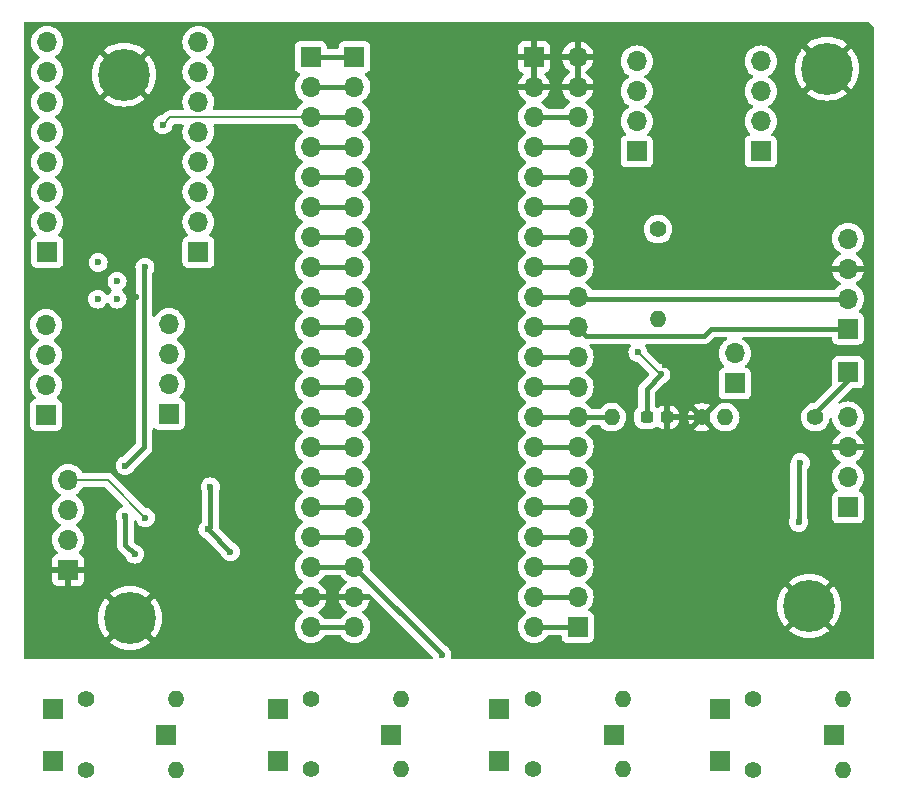
<source format=gbr>
%TF.GenerationSoftware,KiCad,Pcbnew,8.0.6*%
%TF.CreationDate,2024-12-18T15:27:08+01:00*%
%TF.ProjectId,RTR_submodule,5254525f-7375-4626-9d6f-64756c652e6b,rev?*%
%TF.SameCoordinates,Original*%
%TF.FileFunction,Copper,L2,Bot*%
%TF.FilePolarity,Positive*%
%FSLAX46Y46*%
G04 Gerber Fmt 4.6, Leading zero omitted, Abs format (unit mm)*
G04 Created by KiCad (PCBNEW 8.0.6) date 2024-12-18 15:27:08*
%MOMM*%
%LPD*%
G01*
G04 APERTURE LIST*
G04 Aperture macros list*
%AMRoundRect*
0 Rectangle with rounded corners*
0 $1 Rounding radius*
0 $2 $3 $4 $5 $6 $7 $8 $9 X,Y pos of 4 corners*
0 Add a 4 corners polygon primitive as box body*
4,1,4,$2,$3,$4,$5,$6,$7,$8,$9,$2,$3,0*
0 Add four circle primitives for the rounded corners*
1,1,$1+$1,$2,$3*
1,1,$1+$1,$4,$5*
1,1,$1+$1,$6,$7*
1,1,$1+$1,$8,$9*
0 Add four rect primitives between the rounded corners*
20,1,$1+$1,$2,$3,$4,$5,0*
20,1,$1+$1,$4,$5,$6,$7,0*
20,1,$1+$1,$6,$7,$8,$9,0*
20,1,$1+$1,$8,$9,$2,$3,0*%
G04 Aperture macros list end*
%TA.AperFunction,ComponentPad*%
%ADD10C,4.400000*%
%TD*%
%TA.AperFunction,ComponentPad*%
%ADD11R,1.700000X1.700000*%
%TD*%
%TA.AperFunction,ComponentPad*%
%ADD12O,1.700000X1.700000*%
%TD*%
%TA.AperFunction,ComponentPad*%
%ADD13C,1.400000*%
%TD*%
%TA.AperFunction,ComponentPad*%
%ADD14O,1.400000X1.400000*%
%TD*%
%TA.AperFunction,SMDPad,CuDef*%
%ADD15RoundRect,0.237500X-0.300000X-0.237500X0.300000X-0.237500X0.300000X0.237500X-0.300000X0.237500X0*%
%TD*%
%TA.AperFunction,ViaPad*%
%ADD16C,0.600000*%
%TD*%
%TA.AperFunction,Conductor*%
%ADD17C,0.400000*%
%TD*%
%TA.AperFunction,Conductor*%
%ADD18C,0.200000*%
%TD*%
G04 APERTURE END LIST*
D10*
%TO.P,H4,1,1*%
%TO.N,GND*%
X111500000Y-67500000D03*
%TD*%
%TO.P,H3,1,1*%
%TO.N,GND*%
X169500000Y-112500000D03*
%TD*%
%TO.P,H2,1,1*%
%TO.N,GND*%
X171000000Y-67000000D03*
%TD*%
%TO.P,H1,1,1*%
%TO.N,GND*%
X112000000Y-113500000D03*
%TD*%
D11*
%TO.P,J7,1,Pin_1*%
%TO.N,Net-(J7-Pin_1)*%
X104991250Y-82525000D03*
D12*
%TO.P,J7,2,Pin_2*%
%TO.N,Net-(J7-Pin_2)*%
X104991250Y-79985000D03*
%TO.P,J7,3,Pin_3*%
%TO.N,Net-(J7-Pin_3)*%
X104991250Y-77445000D03*
%TO.P,J7,4,Pin_4*%
%TO.N,Net-(J7-Pin_4)*%
X104991250Y-74905000D03*
%TO.P,J7,5,Pin_5*%
%TO.N,Net-(J7-Pin_5)*%
X104991250Y-72365000D03*
%TO.P,J7,6,Pin_6*%
%TO.N,Net-(J7-Pin_6)*%
X104991250Y-69825000D03*
%TO.P,J7,7,Pin_7*%
%TO.N,Net-(J7-Pin_7)*%
X104991250Y-67285000D03*
%TO.P,J7,8,Pin_8*%
%TO.N,Net-(J7-Pin_8)*%
X104991250Y-64745000D03*
%TD*%
D11*
%TO.P,CANG_J3,1,Pin_1*%
%TO.N,TER_GND3*%
X171562500Y-123400000D03*
%TD*%
%TO.P,CANG_J1,1,Pin_1*%
%TO.N,TER_GND1*%
X134100000Y-123400000D03*
%TD*%
D13*
%TO.P,Ter_R1,1*%
%TO.N,W1*%
X127280000Y-120400000D03*
D14*
%TO.P,Ter_R1,2*%
%TO.N,Net-(C3-Pad1)*%
X134900000Y-120400000D03*
%TD*%
D13*
%TO.P,Ter_R6,1*%
%TO.N,X2*%
X164752500Y-126350000D03*
D14*
%TO.P,Ter_R6,2*%
%TO.N,Net-(C5-Pad1)*%
X172372500Y-126350000D03*
%TD*%
D11*
%TO.P,SUB:J3,1,Pin_1*%
%TO.N,OUTA1*%
X104900000Y-96300000D03*
D12*
%TO.P,SUB:J3,2,Pin_2*%
%TO.N,OUTB1*%
X104900000Y-93760000D03*
%TO.P,SUB:J3,3,Pin_3*%
%TO.N,OUTC1*%
X104900000Y-91220000D03*
%TO.P,SUB:J3,4,Pin_4*%
%TO.N,OUTD1*%
X104900000Y-88680000D03*
%TD*%
D11*
%TO.P,SUB:J2,1,Pin_1*%
%TO.N,A0*%
X172800000Y-104140000D03*
D12*
%TO.P,SUB:J2,2,Pin_2*%
%TO.N,A1*%
X172800000Y-101600000D03*
%TO.P,SUB:J2,3,Pin_3*%
%TO.N,GND*%
X172800000Y-99060000D03*
%TO.P,SUB:J2,4,Pin_4*%
%TO.N,5V*%
X172800000Y-96520000D03*
%TD*%
D13*
%TO.P,Ter_R3,1*%
%TO.N,Y1*%
X146155000Y-120400000D03*
D14*
%TO.P,Ter_R3,2*%
%TO.N,Net-(C4-Pad1)*%
X153775000Y-120400000D03*
%TD*%
D11*
%TO.P,J8,1,Pin_1*%
%TO.N,VB*%
X149900000Y-114260000D03*
D12*
%TO.P,J8,2,Pin_2*%
%TO.N,C13*%
X149900000Y-111720000D03*
%TO.P,J8,3,Pin_3*%
%TO.N,C14*%
X149900000Y-109180000D03*
%TO.P,J8,4,Pin_4*%
%TO.N,C15*%
X149900000Y-106640000D03*
%TO.P,J8,5,Pin_5*%
%TO.N,A0*%
X149900000Y-104100000D03*
%TO.P,J8,6,Pin_6*%
%TO.N,A1*%
X149900000Y-101560000D03*
%TO.P,J8,7,Pin_7*%
%TO.N,A2*%
X149900000Y-99020000D03*
%TO.P,J8,8,Pin_8*%
%TO.N,A3*%
X149900000Y-96480000D03*
%TO.P,J8,9,Pin_9*%
%TO.N,A4*%
X149900000Y-93940000D03*
%TO.P,J8,10,Pin_10*%
%TO.N,A5*%
X149900000Y-91400000D03*
%TO.P,J8,11,Pin_11*%
%TO.N,A6*%
X149900000Y-88860000D03*
%TO.P,J8,12,Pin_12*%
%TO.N,A7*%
X149900000Y-86320000D03*
%TO.P,J8,13,Pin_13*%
%TO.N,B0*%
X149900000Y-83780000D03*
%TO.P,J8,14,Pin_14*%
%TO.N,B1*%
X149900000Y-81240000D03*
%TO.P,J8,15,Pin_15*%
%TO.N,B10*%
X149900000Y-78700000D03*
%TO.P,J8,16,Pin_16*%
%TO.N,B11*%
X149900000Y-76160000D03*
%TO.P,J8,17,Pin_17*%
%TO.N,R*%
X149900000Y-73620000D03*
%TO.P,J8,18,Pin_18*%
%TO.N,3V3*%
X149900000Y-71080000D03*
%TO.P,J8,19,Pin_19*%
%TO.N,GND*%
X149900000Y-68540000D03*
%TO.P,J8,20,Pin_20*%
X149900000Y-66000000D03*
%TD*%
D13*
%TO.P,Ter_R8,1*%
%TO.N,Z2*%
X108255000Y-126350000D03*
D14*
%TO.P,Ter_R8,2*%
%TO.N,Net-(C6-Pad1)*%
X115875000Y-126350000D03*
%TD*%
D11*
%TO.P,CANH_J2,1,Pin_1*%
%TO.N,Y1*%
X143275000Y-121200000D03*
%TD*%
D13*
%TO.P,SUB:R2,1*%
%TO.N,GND*%
X160410000Y-96500000D03*
D14*
%TO.P,SUB:R2,2*%
%TO.N,A3*%
X152790000Y-96500000D03*
%TD*%
D13*
%TO.P,Ter_R5,1*%
%TO.N,W2*%
X164742500Y-120400000D03*
D14*
%TO.P,Ter_R5,2*%
%TO.N,Net-(C5-Pad1)*%
X172362500Y-120400000D03*
%TD*%
D11*
%TO.P,J9,1,Pin_1*%
%TO.N,B12*%
X127300000Y-66000000D03*
D12*
%TO.P,J9,2,Pin_2*%
%TO.N,B13*%
X127300000Y-68540000D03*
%TO.P,J9,3,Pin_3*%
%TO.N,B14*%
X127300000Y-71080000D03*
%TO.P,J9,4,Pin_4*%
%TO.N,B15*%
X127300000Y-73620000D03*
%TO.P,J9,5,Pin_5*%
%TO.N,A8*%
X127300000Y-76160000D03*
%TO.P,J9,6,Pin_6*%
%TO.N,A9*%
X127300000Y-78700000D03*
%TO.P,J9,7,Pin_7*%
%TO.N,A10*%
X127300000Y-81240000D03*
%TO.P,J9,8,Pin_8*%
%TO.N,A11*%
X127300000Y-83780000D03*
%TO.P,J9,9,Pin_9*%
%TO.N,A12*%
X127300000Y-86320000D03*
%TO.P,J9,10,Pin_10*%
%TO.N,A15*%
X127300000Y-88860000D03*
%TO.P,J9,11,Pin_11*%
%TO.N,B3*%
X127300000Y-91400000D03*
%TO.P,J9,12,Pin_12*%
%TO.N,B4*%
X127300000Y-93940000D03*
%TO.P,J9,13,Pin_13*%
%TO.N,B5*%
X127300000Y-96480000D03*
%TO.P,J9,14,Pin_14*%
%TO.N,B6*%
X127300000Y-99020000D03*
%TO.P,J9,15,Pin_15*%
%TO.N,B7*%
X127300000Y-101560000D03*
%TO.P,J9,16,Pin_16*%
%TO.N,B8*%
X127300000Y-104100000D03*
%TO.P,J9,17,Pin_17*%
%TO.N,B9*%
X127300000Y-106640000D03*
%TO.P,J9,18,Pin_18*%
%TO.N,5V*%
X127300000Y-109180000D03*
%TO.P,J9,19,Pin_19*%
%TO.N,GND*%
X127300000Y-111720000D03*
%TO.P,J9,20,Pin_20*%
%TO.N,3V3*%
X127300000Y-114260000D03*
%TD*%
D13*
%TO.P,Ter_R7,1*%
%TO.N,Y2*%
X108255000Y-120400000D03*
D14*
%TO.P,Ter_R7,2*%
%TO.N,Net-(C6-Pad1)*%
X115875000Y-120400000D03*
%TD*%
D11*
%TO.P,SUB:J5,1,Pin_1*%
%TO.N,OUTA2*%
X154900000Y-74000000D03*
D12*
%TO.P,SUB:J5,2,Pin_2*%
%TO.N,OUTB2*%
X154900000Y-71460000D03*
%TO.P,SUB:J5,3,Pin_3*%
%TO.N,OUTC2*%
X154900000Y-68920000D03*
%TO.P,SUB:J5,4,Pin_4*%
%TO.N,OUTD2*%
X154900000Y-66380000D03*
%TD*%
D11*
%TO.P,J2,1,Pin_1*%
%TO.N,Net-(J2-Pin_1)*%
X172800000Y-92700000D03*
%TD*%
D13*
%TO.P,SUB:R3,1*%
%TO.N,3V3*%
X156700000Y-80580000D03*
D14*
%TO.P,SUB:R3,2*%
%TO.N,Net-(U1-~{FAULT})*%
X156700000Y-88200000D03*
%TD*%
D11*
%TO.P,CANL_J1,1,Pin_1*%
%TO.N,X1*%
X124500000Y-125600000D03*
%TD*%
D13*
%TO.P,SUB:R1,1*%
%TO.N,Net-(J2-Pin_1)*%
X170020000Y-96500000D03*
D14*
%TO.P,SUB:R1,2*%
%TO.N,A3*%
X162400000Y-96500000D03*
%TD*%
D11*
%TO.P,CANH_J1,1,Pin_1*%
%TO.N,W1*%
X124500000Y-121200000D03*
%TD*%
%TO.P,CANG_J2,1,Pin_1*%
%TO.N,TER_GND2*%
X152975000Y-123400000D03*
%TD*%
D13*
%TO.P,Ter_R4,1*%
%TO.N,Z1*%
X146155000Y-126300000D03*
D14*
%TO.P,Ter_R4,2*%
%TO.N,Net-(C4-Pad1)*%
X153775000Y-126300000D03*
%TD*%
D13*
%TO.P,Ter_R2,1*%
%TO.N,X1*%
X127280000Y-126300000D03*
D14*
%TO.P,Ter_R2,2*%
%TO.N,Net-(C3-Pad1)*%
X134900000Y-126300000D03*
%TD*%
D11*
%TO.P,CANL_J3,1,Pin_1*%
%TO.N,X2*%
X161962500Y-125600000D03*
%TD*%
%TO.P,J1,1,Pin_1*%
%TO.N,Net-(J1-Pin_1)*%
X163200000Y-93640000D03*
D12*
%TO.P,J1,2,Pin_2*%
%TO.N,Net-(J1-Pin_2)*%
X163200000Y-91100000D03*
%TD*%
D11*
%TO.P,CANH_J3,1,Pin_1*%
%TO.N,W2*%
X161962500Y-121200000D03*
%TD*%
%TO.P,J3,1,Pin_1*%
%TO.N,B12*%
X131000000Y-66000000D03*
D12*
%TO.P,J3,2,Pin_2*%
%TO.N,B13*%
X131000000Y-68540000D03*
%TO.P,J3,3,Pin_3*%
%TO.N,B14*%
X131000000Y-71080000D03*
%TO.P,J3,4,Pin_4*%
%TO.N,B15*%
X131000000Y-73620000D03*
%TO.P,J3,5,Pin_5*%
%TO.N,A8*%
X131000000Y-76160000D03*
%TO.P,J3,6,Pin_6*%
%TO.N,A9*%
X131000000Y-78700000D03*
%TO.P,J3,7,Pin_7*%
%TO.N,A10*%
X131000000Y-81240000D03*
%TO.P,J3,8,Pin_8*%
%TO.N,A11*%
X131000000Y-83780000D03*
%TO.P,J3,9,Pin_9*%
%TO.N,A12*%
X131000000Y-86320000D03*
%TO.P,J3,10,Pin_10*%
%TO.N,A15*%
X131000000Y-88860000D03*
%TO.P,J3,11,Pin_11*%
%TO.N,B3*%
X131000000Y-91400000D03*
%TO.P,J3,12,Pin_12*%
%TO.N,B4*%
X131000000Y-93940000D03*
%TO.P,J3,13,Pin_13*%
%TO.N,B5*%
X131000000Y-96480000D03*
%TO.P,J3,14,Pin_14*%
%TO.N,B6*%
X131000000Y-99020000D03*
%TO.P,J3,15,Pin_15*%
%TO.N,B7*%
X131000000Y-101560000D03*
%TO.P,J3,16,Pin_16*%
%TO.N,B8*%
X131000000Y-104100000D03*
%TO.P,J3,17,Pin_17*%
%TO.N,B9*%
X131000000Y-106640000D03*
%TO.P,J3,18,Pin_18*%
%TO.N,5V*%
X131000000Y-109180000D03*
%TO.P,J3,19,Pin_19*%
%TO.N,GND*%
X131000000Y-111720000D03*
%TO.P,J3,20,Pin_20*%
%TO.N,3V3*%
X131000000Y-114260000D03*
%TD*%
D11*
%TO.P,J5,1,Pin_1*%
%TO.N,Net-(J5-Pin_1)*%
X117791250Y-82525000D03*
D12*
%TO.P,J5,2,Pin_2*%
%TO.N,Net-(J5-Pin_2)*%
X117791250Y-79985000D03*
%TO.P,J5,3,Pin_3*%
%TO.N,Net-(J5-Pin_3)*%
X117791250Y-77445000D03*
%TO.P,J5,4,Pin_4*%
%TO.N,Net-(J5-Pin_4)*%
X117791250Y-74905000D03*
%TO.P,J5,5,Pin_5*%
%TO.N,Net-(J5-Pin_5)*%
X117791250Y-72365000D03*
%TO.P,J5,6,Pin_6*%
%TO.N,Net-(J5-Pin_6)*%
X117791250Y-69825000D03*
%TO.P,J5,7,Pin_7*%
%TO.N,Net-(J5-Pin_7)*%
X117791250Y-67285000D03*
%TO.P,J5,8,Pin_8*%
%TO.N,Net-(J5-Pin_8)*%
X117791250Y-64745000D03*
%TD*%
D11*
%TO.P,SUB:J1,1,Pin_1*%
%TO.N,A6*%
X172800000Y-89000000D03*
D12*
%TO.P,SUB:J1,2,Pin_2*%
%TO.N,A7*%
X172800000Y-86460000D03*
%TO.P,SUB:J1,3,Pin_3*%
%TO.N,GND*%
X172800000Y-83920000D03*
%TO.P,SUB:J1,4,Pin_4*%
%TO.N,5V*%
X172800000Y-81380000D03*
%TD*%
D11*
%TO.P,SUB:J7,1,Pin_1*%
%TO.N,GND*%
X106765000Y-109435000D03*
D12*
%TO.P,SUB:J7,2,Pin_2*%
%TO.N,CANH*%
X106765000Y-106895000D03*
%TO.P,SUB:J7,3,Pin_3*%
%TO.N,CANL*%
X106765000Y-104355000D03*
%TO.P,SUB:J7,4,Pin_4*%
%TO.N,5V*%
X106765000Y-101815000D03*
%TD*%
D11*
%TO.P,SUB:J4,1,Pin_1*%
%TO.N,INA1*%
X115300000Y-96240000D03*
D12*
%TO.P,SUB:J4,2,Pin_2*%
%TO.N,INB1*%
X115300000Y-93700000D03*
%TO.P,SUB:J4,3,Pin_3*%
%TO.N,INC1*%
X115300000Y-91160000D03*
%TO.P,SUB:J4,4,Pin_4*%
%TO.N,IND1*%
X115300000Y-88620000D03*
%TD*%
D11*
%TO.P,CANL_J4,1,Pin_1*%
%TO.N,Z2*%
X105475000Y-125600000D03*
%TD*%
%TO.P,J4,1,Pin_1*%
%TO.N,GND*%
X146200000Y-66000000D03*
D12*
%TO.P,J4,2,Pin_2*%
X146200000Y-68540000D03*
%TO.P,J4,3,Pin_3*%
%TO.N,3V3*%
X146200000Y-71080000D03*
%TO.P,J4,4,Pin_4*%
%TO.N,R*%
X146200000Y-73620000D03*
%TO.P,J4,5,Pin_5*%
%TO.N,B11*%
X146200000Y-76160000D03*
%TO.P,J4,6,Pin_6*%
%TO.N,B10*%
X146200000Y-78700000D03*
%TO.P,J4,7,Pin_7*%
%TO.N,B1*%
X146200000Y-81240000D03*
%TO.P,J4,8,Pin_8*%
%TO.N,B0*%
X146200000Y-83780000D03*
%TO.P,J4,9,Pin_9*%
%TO.N,A7*%
X146200000Y-86320000D03*
%TO.P,J4,10,Pin_10*%
%TO.N,A6*%
X146200000Y-88860000D03*
%TO.P,J4,11,Pin_11*%
%TO.N,A5*%
X146200000Y-91400000D03*
%TO.P,J4,12,Pin_12*%
%TO.N,A4*%
X146200000Y-93940000D03*
%TO.P,J4,13,Pin_13*%
%TO.N,A3*%
X146200000Y-96480000D03*
%TO.P,J4,14,Pin_14*%
%TO.N,A2*%
X146200000Y-99020000D03*
%TO.P,J4,15,Pin_15*%
%TO.N,A1*%
X146200000Y-101560000D03*
%TO.P,J4,16,Pin_16*%
%TO.N,A0*%
X146200000Y-104100000D03*
%TO.P,J4,17,Pin_17*%
%TO.N,C15*%
X146200000Y-106640000D03*
%TO.P,J4,18,Pin_18*%
%TO.N,C14*%
X146200000Y-109180000D03*
%TO.P,J4,19,Pin_19*%
%TO.N,C13*%
X146200000Y-111720000D03*
%TO.P,J4,20,Pin_20*%
%TO.N,VB*%
X146200000Y-114260000D03*
%TD*%
D11*
%TO.P,CANG_J4,1,Pin_1*%
%TO.N,TER_GND4*%
X115075000Y-123400000D03*
%TD*%
%TO.P,CANH_J4,1,Pin_1*%
%TO.N,Y2*%
X105475000Y-121200000D03*
%TD*%
%TO.P,CANL_J2,1,Pin_1*%
%TO.N,Z1*%
X143275000Y-125600000D03*
%TD*%
%TO.P,SUB:J6,1,Pin_1*%
%TO.N,INA2*%
X165400000Y-74000000D03*
D12*
%TO.P,SUB:J6,2,Pin_2*%
%TO.N,INB2*%
X165400000Y-71460000D03*
%TO.P,SUB:J6,3,Pin_3*%
%TO.N,INC2*%
X165400000Y-68920000D03*
%TO.P,SUB:J6,4,Pin_4*%
%TO.N,IND2*%
X165400000Y-66380000D03*
%TD*%
D15*
%TO.P,M:C11,1*%
%TO.N,3V3*%
X155737500Y-96500000D03*
%TO.P,M:C11,2*%
%TO.N,GND*%
X157462500Y-96500000D03*
%TD*%
D16*
%TO.N,GND*%
X111961500Y-96100000D03*
X112500000Y-86300000D03*
X112781250Y-106218750D03*
X106061500Y-86500000D03*
X109761500Y-96400000D03*
X110091250Y-72725000D03*
X153800000Y-91100000D03*
X112291250Y-82825000D03*
X110691250Y-82825000D03*
X162700000Y-64200000D03*
X161000000Y-76200000D03*
X162250000Y-72212000D03*
X157500000Y-64300000D03*
X159400000Y-76200000D03*
X157300000Y-92100000D03*
X114600000Y-102200000D03*
%TO.N,3V3*%
X111600000Y-100600000D03*
X156993482Y-92838949D03*
X112400000Y-108100000D03*
X155000000Y-91000000D03*
X111600000Y-104900000D03*
X113261500Y-83800000D03*
%TO.N,5V*%
X109300000Y-83400000D03*
X118600000Y-106000000D03*
X168600000Y-105400000D03*
X113300000Y-105000000D03*
X110900000Y-85000000D03*
X138400000Y-116600000D03*
X120500000Y-107900000D03*
X168750000Y-100350000D03*
X118800000Y-102400000D03*
X110900000Y-86500000D03*
X109262500Y-86500000D03*
%TO.N,B14*%
X114791250Y-71725000D03*
%TD*%
D17*
%TO.N,GND*%
X131000000Y-111720000D02*
X127300000Y-111720000D01*
D18*
X157800000Y-92600000D02*
X157800000Y-93890000D01*
D17*
X146200000Y-68540000D02*
X149900000Y-68540000D01*
D18*
X157300000Y-92100000D02*
X157800000Y-92600000D01*
D17*
X149900000Y-66000000D02*
X146200000Y-66000000D01*
X157462500Y-96500000D02*
X160410000Y-96500000D01*
D18*
X157800000Y-93890000D02*
X160410000Y-96500000D01*
D17*
%TO.N,3V3*%
X113261500Y-83800000D02*
X113200000Y-83861500D01*
X111600000Y-107300000D02*
X111600000Y-104900000D01*
X155737500Y-96500000D02*
X155737500Y-94094931D01*
X113200000Y-83861500D02*
X113200000Y-99000000D01*
X149900000Y-71080000D02*
X146200000Y-71080000D01*
X155737500Y-94094931D02*
X156993482Y-92838949D01*
X112400000Y-108100000D02*
X111600000Y-107300000D01*
D18*
X156838949Y-92838949D02*
X156993482Y-92838949D01*
D17*
X113200000Y-99000000D02*
X111600000Y-100600000D01*
D18*
X155000000Y-91000000D02*
X156838949Y-92838949D01*
D17*
X127300000Y-114260000D02*
X131000000Y-114260000D01*
%TO.N,5V*%
X127300000Y-109180000D02*
X131000000Y-109180000D01*
X168600000Y-100500000D02*
X168600000Y-105400000D01*
D18*
X110115000Y-101815000D02*
X106765000Y-101815000D01*
D17*
X138320000Y-116500000D02*
X131000000Y-109180000D01*
X138320000Y-116520000D02*
X138400000Y-116600000D01*
X168750000Y-100350000D02*
X168600000Y-100500000D01*
X138320000Y-116500000D02*
X138320000Y-116520000D01*
X118600000Y-106000000D02*
X120500000Y-107900000D01*
X172680000Y-96520000D02*
X172800000Y-96520000D01*
D18*
X113300000Y-105000000D02*
X110115000Y-101815000D01*
D17*
X118800000Y-102400000D02*
X118800000Y-105800000D01*
X118800000Y-105800000D02*
X118600000Y-106000000D01*
%TO.N,Net-(J2-Pin_1)*%
X170020000Y-96130000D02*
X170020000Y-96500000D01*
X172800000Y-93350000D02*
X170020000Y-96130000D01*
X172800000Y-92700000D02*
X172800000Y-93350000D01*
%TO.N,A9*%
X127300000Y-78700000D02*
X131000000Y-78700000D01*
%TO.N,A8*%
X131000000Y-76160000D02*
X127300000Y-76160000D01*
%TO.N,B15*%
X127300000Y-73620000D02*
X131000000Y-73620000D01*
%TO.N,A15*%
X131000000Y-88860000D02*
X127300000Y-88860000D01*
%TO.N,B3*%
X127300000Y-91400000D02*
X131000000Y-91400000D01*
%TO.N,B5*%
X127300000Y-96480000D02*
X131000000Y-96480000D01*
%TO.N,B4*%
X131000000Y-93940000D02*
X127300000Y-93940000D01*
%TO.N,B8*%
X127300000Y-104100000D02*
X131000000Y-104100000D01*
%TO.N,A10*%
X131000000Y-81240000D02*
X127300000Y-81240000D01*
%TO.N,B7*%
X131000000Y-101560000D02*
X127300000Y-101560000D01*
%TO.N,B12*%
X131000000Y-66000000D02*
X127300000Y-66000000D01*
%TO.N,B6*%
X131000000Y-99020000D02*
X127300000Y-99020000D01*
%TO.N,A11*%
X127300000Y-83780000D02*
X131000000Y-83780000D01*
%TO.N,A12*%
X127300000Y-86320000D02*
X131000000Y-86320000D01*
D18*
%TO.N,B14*%
X114791250Y-71725000D02*
X115416250Y-71100000D01*
D17*
X131000000Y-71080000D02*
X127300000Y-71080000D01*
D18*
X127280000Y-71100000D02*
X127300000Y-71080000D01*
X115416250Y-71100000D02*
X127280000Y-71100000D01*
D17*
%TO.N,B13*%
X127300000Y-68540000D02*
X131000000Y-68540000D01*
%TO.N,B9*%
X131000000Y-106640000D02*
X127300000Y-106640000D01*
%TO.N,B11*%
X149900000Y-76160000D02*
X146200000Y-76160000D01*
%TO.N,R*%
X146200000Y-73620000D02*
X149900000Y-73620000D01*
%TO.N,A3*%
X152770000Y-96480000D02*
X152790000Y-96500000D01*
X149900000Y-96480000D02*
X152770000Y-96480000D01*
X149900000Y-96480000D02*
X146200000Y-96480000D01*
%TO.N,A1*%
X146200000Y-101560000D02*
X149900000Y-101560000D01*
%TO.N,A0*%
X149900000Y-104100000D02*
X146200000Y-104100000D01*
%TO.N,B10*%
X146200000Y-78700000D02*
X149900000Y-78700000D01*
%TO.N,A7*%
X172800000Y-86460000D02*
X150040000Y-86460000D01*
X146200000Y-86320000D02*
X149900000Y-86320000D01*
X150040000Y-86460000D02*
X149900000Y-86320000D01*
%TO.N,A6*%
X146200000Y-88860000D02*
X149900000Y-88860000D01*
X149900000Y-88860000D02*
X150640000Y-89600000D01*
X160600000Y-89600000D02*
X161200000Y-89000000D01*
X161200000Y-89000000D02*
X172800000Y-89000000D01*
X150640000Y-89600000D02*
X160600000Y-89600000D01*
%TO.N,C13*%
X146200000Y-111720000D02*
X149900000Y-111720000D01*
%TO.N,VB*%
X149900000Y-114260000D02*
X146200000Y-114260000D01*
%TO.N,B0*%
X146200000Y-83780000D02*
X149900000Y-83780000D01*
%TO.N,C14*%
X149900000Y-109180000D02*
X146200000Y-109180000D01*
%TO.N,A5*%
X146200000Y-91400000D02*
X149900000Y-91400000D01*
%TO.N,B1*%
X146200000Y-81240000D02*
X149900000Y-81240000D01*
%TO.N,A2*%
X149900000Y-99020000D02*
X146200000Y-99020000D01*
%TO.N,A4*%
X146200000Y-93940000D02*
X149900000Y-93940000D01*
%TO.N,C15*%
X146200000Y-106640000D02*
X149900000Y-106640000D01*
%TD*%
%TA.AperFunction,Conductor*%
%TO.N,GND*%
G36*
X146450000Y-68106988D02*
G01*
X146392993Y-68074075D01*
X146265826Y-68040000D01*
X146134174Y-68040000D01*
X146007007Y-68074075D01*
X145950000Y-68106988D01*
X145950000Y-66433012D01*
X146007007Y-66465925D01*
X146134174Y-66500000D01*
X146265826Y-66500000D01*
X146392993Y-66465925D01*
X146450000Y-66433012D01*
X146450000Y-68106988D01*
G37*
%TD.AperFunction*%
%TA.AperFunction,Conductor*%
G36*
X150150000Y-68106988D02*
G01*
X150092993Y-68074075D01*
X149965826Y-68040000D01*
X149834174Y-68040000D01*
X149707007Y-68074075D01*
X149650000Y-68106988D01*
X149650000Y-66433012D01*
X149707007Y-66465925D01*
X149834174Y-66500000D01*
X149965826Y-66500000D01*
X150092993Y-66465925D01*
X150150000Y-66433012D01*
X150150000Y-68106988D01*
G37*
%TD.AperFunction*%
%TA.AperFunction,Conductor*%
G36*
X174516944Y-63019685D02*
G01*
X174526378Y-63026389D01*
X174651573Y-63124473D01*
X174662781Y-63134403D01*
X174865596Y-63337218D01*
X174875525Y-63348425D01*
X174973610Y-63473622D01*
X174999460Y-63538532D01*
X175000000Y-63550094D01*
X175000000Y-116876000D01*
X174980315Y-116943039D01*
X174927511Y-116988794D01*
X174876000Y-117000000D01*
X139282888Y-117000000D01*
X139215849Y-116980315D01*
X139170094Y-116927511D01*
X139160150Y-116858353D01*
X139165847Y-116835045D01*
X139185366Y-116779262D01*
X139185369Y-116779249D01*
X139205565Y-116600003D01*
X139205565Y-116599996D01*
X139185369Y-116420750D01*
X139185368Y-116420745D01*
X139125788Y-116250476D01*
X139029815Y-116097737D01*
X138902262Y-115970184D01*
X138749521Y-115874210D01*
X138700572Y-115857082D01*
X138676779Y-115848757D01*
X138630054Y-115819397D01*
X132362651Y-109551994D01*
X132329166Y-109490671D01*
X132330558Y-109432217D01*
X132335063Y-109415408D01*
X132355659Y-109180000D01*
X132335063Y-108944592D01*
X132273903Y-108716337D01*
X132174035Y-108502171D01*
X132156850Y-108477627D01*
X132038494Y-108308597D01*
X131871402Y-108141506D01*
X131871396Y-108141501D01*
X131685842Y-108011575D01*
X131642217Y-107956998D01*
X131635023Y-107887500D01*
X131666546Y-107825145D01*
X131685842Y-107808425D01*
X131745867Y-107766395D01*
X131871401Y-107678495D01*
X132038495Y-107511401D01*
X132174035Y-107317830D01*
X132273903Y-107103663D01*
X132335063Y-106875408D01*
X132355659Y-106640000D01*
X132335063Y-106404592D01*
X132273903Y-106176337D01*
X132174035Y-105962171D01*
X132162826Y-105946162D01*
X132038494Y-105768597D01*
X131871402Y-105601506D01*
X131871396Y-105601501D01*
X131685842Y-105471575D01*
X131642217Y-105416998D01*
X131635023Y-105347500D01*
X131666546Y-105285145D01*
X131685842Y-105268425D01*
X131745867Y-105226395D01*
X131871401Y-105138495D01*
X132038495Y-104971401D01*
X132174035Y-104777830D01*
X132273903Y-104563663D01*
X132335063Y-104335408D01*
X132355659Y-104100000D01*
X132335063Y-103864592D01*
X132273903Y-103636337D01*
X132174035Y-103422171D01*
X132151683Y-103390248D01*
X132038494Y-103228597D01*
X131871402Y-103061506D01*
X131871396Y-103061501D01*
X131685842Y-102931575D01*
X131642217Y-102876998D01*
X131635023Y-102807500D01*
X131666546Y-102745145D01*
X131685842Y-102728425D01*
X131745867Y-102686395D01*
X131871401Y-102598495D01*
X132038495Y-102431401D01*
X132174035Y-102237830D01*
X132273903Y-102023663D01*
X132335063Y-101795408D01*
X132355659Y-101560000D01*
X132335063Y-101324592D01*
X132273903Y-101096337D01*
X132174035Y-100882171D01*
X132151683Y-100850248D01*
X132038494Y-100688597D01*
X131871402Y-100521506D01*
X131871396Y-100521501D01*
X131685842Y-100391575D01*
X131642217Y-100336998D01*
X131635023Y-100267500D01*
X131666546Y-100205145D01*
X131685842Y-100188425D01*
X131815356Y-100097738D01*
X131871401Y-100058495D01*
X132038495Y-99891401D01*
X132174035Y-99697830D01*
X132273903Y-99483663D01*
X132335063Y-99255408D01*
X132355659Y-99020000D01*
X132353399Y-98994174D01*
X132347873Y-98931006D01*
X132335063Y-98784592D01*
X132284015Y-98594075D01*
X132273905Y-98556344D01*
X132273904Y-98556343D01*
X132273903Y-98556337D01*
X132174035Y-98342171D01*
X132151683Y-98310248D01*
X132038494Y-98148597D01*
X131871402Y-97981506D01*
X131871396Y-97981501D01*
X131685842Y-97851575D01*
X131642217Y-97796998D01*
X131635023Y-97727500D01*
X131666546Y-97665145D01*
X131685842Y-97648425D01*
X131708026Y-97632891D01*
X131871401Y-97518495D01*
X132038495Y-97351401D01*
X132174035Y-97157830D01*
X132273903Y-96943663D01*
X132335063Y-96715408D01*
X132355659Y-96480000D01*
X132335063Y-96244592D01*
X132273903Y-96016337D01*
X132174035Y-95802171D01*
X132173671Y-95801650D01*
X132038494Y-95608597D01*
X131871402Y-95441506D01*
X131871396Y-95441501D01*
X131685842Y-95311575D01*
X131642217Y-95256998D01*
X131635023Y-95187500D01*
X131666546Y-95125145D01*
X131685842Y-95108425D01*
X131794338Y-95032455D01*
X131871401Y-94978495D01*
X132038495Y-94811401D01*
X132174035Y-94617830D01*
X132273903Y-94403663D01*
X132335063Y-94175408D01*
X132355659Y-93940000D01*
X132335063Y-93704592D01*
X132273903Y-93476337D01*
X132174035Y-93262171D01*
X132151683Y-93230248D01*
X132038494Y-93068597D01*
X131871402Y-92901506D01*
X131871396Y-92901501D01*
X131685842Y-92771575D01*
X131642217Y-92716998D01*
X131635023Y-92647500D01*
X131666546Y-92585145D01*
X131685842Y-92568425D01*
X131715482Y-92547671D01*
X131871401Y-92438495D01*
X132038495Y-92271401D01*
X132174035Y-92077830D01*
X132273903Y-91863663D01*
X132335063Y-91635408D01*
X132355659Y-91400000D01*
X132335063Y-91164592D01*
X132273903Y-90936337D01*
X132174035Y-90722171D01*
X132151683Y-90690248D01*
X132038494Y-90528597D01*
X131871402Y-90361506D01*
X131871396Y-90361501D01*
X131685842Y-90231575D01*
X131642217Y-90176998D01*
X131635023Y-90107500D01*
X131666546Y-90045145D01*
X131685842Y-90028425D01*
X131746481Y-89985965D01*
X131871401Y-89898495D01*
X132038495Y-89731401D01*
X132174035Y-89537830D01*
X132273903Y-89323663D01*
X132335063Y-89095408D01*
X132355659Y-88860000D01*
X132335063Y-88624592D01*
X132273903Y-88396337D01*
X132174035Y-88182171D01*
X132151683Y-88150248D01*
X132038494Y-87988597D01*
X131871402Y-87821506D01*
X131871396Y-87821501D01*
X131685842Y-87691575D01*
X131642217Y-87636998D01*
X131635023Y-87567500D01*
X131666546Y-87505145D01*
X131685842Y-87488425D01*
X131803418Y-87406097D01*
X131871401Y-87358495D01*
X132038495Y-87191401D01*
X132174035Y-86997830D01*
X132273903Y-86783663D01*
X132335063Y-86555408D01*
X132355659Y-86320000D01*
X132335063Y-86084592D01*
X132273903Y-85856337D01*
X132174035Y-85642171D01*
X132165384Y-85629815D01*
X132038494Y-85448597D01*
X131871402Y-85281506D01*
X131871396Y-85281501D01*
X131685842Y-85151575D01*
X131642217Y-85096998D01*
X131635023Y-85027500D01*
X131666546Y-84965145D01*
X131685842Y-84948425D01*
X131708026Y-84932891D01*
X131871401Y-84818495D01*
X132038495Y-84651401D01*
X132174035Y-84457830D01*
X132273903Y-84243663D01*
X132335063Y-84015408D01*
X132355659Y-83780000D01*
X132335063Y-83544592D01*
X132273903Y-83316337D01*
X132174035Y-83102171D01*
X132154458Y-83074211D01*
X132038494Y-82908597D01*
X131871402Y-82741506D01*
X131871396Y-82741501D01*
X131685842Y-82611575D01*
X131642217Y-82556998D01*
X131635023Y-82487500D01*
X131666546Y-82425145D01*
X131685842Y-82408425D01*
X131708026Y-82392891D01*
X131871401Y-82278495D01*
X132038495Y-82111401D01*
X132174035Y-81917830D01*
X132273903Y-81703663D01*
X132335063Y-81475408D01*
X132355659Y-81240000D01*
X132354889Y-81231204D01*
X132346938Y-81140318D01*
X132335063Y-81004592D01*
X132273903Y-80776337D01*
X132174035Y-80562171D01*
X132151683Y-80530248D01*
X132038494Y-80368597D01*
X131871402Y-80201506D01*
X131871396Y-80201501D01*
X131685842Y-80071575D01*
X131642217Y-80016998D01*
X131635023Y-79947500D01*
X131666546Y-79885145D01*
X131685842Y-79868425D01*
X131708026Y-79852891D01*
X131871401Y-79738495D01*
X132038495Y-79571401D01*
X132174035Y-79377830D01*
X132273903Y-79163663D01*
X132335063Y-78935408D01*
X132355659Y-78700000D01*
X132352859Y-78668002D01*
X132336717Y-78483495D01*
X132335063Y-78464592D01*
X132273903Y-78236337D01*
X132174035Y-78022171D01*
X132151683Y-77990248D01*
X132038494Y-77828597D01*
X131871402Y-77661506D01*
X131871396Y-77661501D01*
X131685842Y-77531575D01*
X131642217Y-77476998D01*
X131635023Y-77407500D01*
X131666546Y-77345145D01*
X131685842Y-77328425D01*
X131708026Y-77312891D01*
X131871401Y-77198495D01*
X132038495Y-77031401D01*
X132174035Y-76837830D01*
X132273903Y-76623663D01*
X132335063Y-76395408D01*
X132355659Y-76160000D01*
X132352859Y-76128002D01*
X132336717Y-75943495D01*
X132335063Y-75924592D01*
X132273903Y-75696337D01*
X132174035Y-75482171D01*
X132151683Y-75450248D01*
X132038494Y-75288597D01*
X131871402Y-75121506D01*
X131871396Y-75121501D01*
X131685842Y-74991575D01*
X131642217Y-74936998D01*
X131635023Y-74867500D01*
X131666546Y-74805145D01*
X131685842Y-74788425D01*
X131708026Y-74772891D01*
X131871401Y-74658495D01*
X132038495Y-74491401D01*
X132174035Y-74297830D01*
X132273903Y-74083663D01*
X132335063Y-73855408D01*
X132355659Y-73620000D01*
X132352859Y-73588002D01*
X132336717Y-73403495D01*
X132335063Y-73384592D01*
X132273903Y-73156337D01*
X132174035Y-72942171D01*
X132151683Y-72910248D01*
X132038494Y-72748597D01*
X131871402Y-72581506D01*
X131871396Y-72581501D01*
X131685842Y-72451575D01*
X131642217Y-72396998D01*
X131635023Y-72327500D01*
X131666546Y-72265145D01*
X131685842Y-72248425D01*
X131716066Y-72227262D01*
X131871401Y-72118495D01*
X132038495Y-71951401D01*
X132174035Y-71757830D01*
X132273903Y-71543663D01*
X132335063Y-71315408D01*
X132355659Y-71080000D01*
X144844341Y-71080000D01*
X144864937Y-71315408D01*
X144864937Y-71315411D01*
X144864938Y-71315413D01*
X144926094Y-71543655D01*
X144926096Y-71543659D01*
X144926097Y-71543663D01*
X145016164Y-71736812D01*
X145025965Y-71757830D01*
X145025967Y-71757834D01*
X145161501Y-71951395D01*
X145161506Y-71951402D01*
X145328597Y-72118493D01*
X145328603Y-72118498D01*
X145514158Y-72248425D01*
X145557783Y-72303002D01*
X145564977Y-72372500D01*
X145533454Y-72434855D01*
X145514158Y-72451575D01*
X145328597Y-72581505D01*
X145161505Y-72748597D01*
X145025965Y-72942169D01*
X145025964Y-72942171D01*
X144926098Y-73156335D01*
X144926094Y-73156344D01*
X144864938Y-73384586D01*
X144864936Y-73384596D01*
X144844341Y-73619999D01*
X144844341Y-73620000D01*
X144864936Y-73855403D01*
X144864938Y-73855413D01*
X144926094Y-74083655D01*
X144926096Y-74083659D01*
X144926097Y-74083663D01*
X144993015Y-74227169D01*
X145025965Y-74297830D01*
X145025967Y-74297834D01*
X145161501Y-74491395D01*
X145161506Y-74491402D01*
X145328597Y-74658493D01*
X145328603Y-74658498D01*
X145514158Y-74788425D01*
X145557783Y-74843002D01*
X145564977Y-74912500D01*
X145533454Y-74974855D01*
X145514158Y-74991575D01*
X145328597Y-75121505D01*
X145161505Y-75288597D01*
X145025965Y-75482169D01*
X145025964Y-75482171D01*
X144926098Y-75696335D01*
X144926094Y-75696344D01*
X144864938Y-75924586D01*
X144864936Y-75924596D01*
X144844341Y-76159999D01*
X144844341Y-76160000D01*
X144864936Y-76395403D01*
X144864938Y-76395413D01*
X144926094Y-76623655D01*
X144926096Y-76623659D01*
X144926097Y-76623663D01*
X144993015Y-76767169D01*
X145025965Y-76837830D01*
X145025967Y-76837834D01*
X145161501Y-77031395D01*
X145161506Y-77031402D01*
X145328597Y-77198493D01*
X145328603Y-77198498D01*
X145514158Y-77328425D01*
X145557783Y-77383002D01*
X145564977Y-77452500D01*
X145533454Y-77514855D01*
X145514158Y-77531575D01*
X145328597Y-77661505D01*
X145161505Y-77828597D01*
X145025965Y-78022169D01*
X145025964Y-78022171D01*
X144926098Y-78236335D01*
X144926094Y-78236344D01*
X144864938Y-78464586D01*
X144864936Y-78464596D01*
X144844341Y-78699999D01*
X144844341Y-78700000D01*
X144864936Y-78935403D01*
X144864938Y-78935413D01*
X144926094Y-79163655D01*
X144926096Y-79163659D01*
X144926097Y-79163663D01*
X144993015Y-79307169D01*
X145025965Y-79377830D01*
X145025967Y-79377834D01*
X145161501Y-79571395D01*
X145161506Y-79571402D01*
X145328597Y-79738493D01*
X145328603Y-79738498D01*
X145514158Y-79868425D01*
X145557783Y-79923002D01*
X145564977Y-79992500D01*
X145533454Y-80054855D01*
X145514158Y-80071575D01*
X145328597Y-80201505D01*
X145161505Y-80368597D01*
X145025965Y-80562169D01*
X145025964Y-80562171D01*
X144926098Y-80776335D01*
X144926094Y-80776344D01*
X144864938Y-81004586D01*
X144864936Y-81004596D01*
X144844341Y-81239999D01*
X144844341Y-81240000D01*
X144864936Y-81475403D01*
X144864938Y-81475413D01*
X144926094Y-81703655D01*
X144926096Y-81703659D01*
X144926097Y-81703663D01*
X144961927Y-81780500D01*
X145025965Y-81917830D01*
X145025967Y-81917834D01*
X145161501Y-82111395D01*
X145161506Y-82111402D01*
X145328597Y-82278493D01*
X145328603Y-82278498D01*
X145514158Y-82408425D01*
X145557783Y-82463002D01*
X145564977Y-82532500D01*
X145533454Y-82594855D01*
X145514158Y-82611575D01*
X145328597Y-82741505D01*
X145161505Y-82908597D01*
X145025965Y-83102169D01*
X145025964Y-83102171D01*
X144926098Y-83316335D01*
X144926094Y-83316344D01*
X144864938Y-83544586D01*
X144864936Y-83544596D01*
X144844341Y-83779999D01*
X144844341Y-83780000D01*
X144864936Y-84015403D01*
X144864938Y-84015413D01*
X144926094Y-84243655D01*
X144926096Y-84243659D01*
X144926097Y-84243663D01*
X144961740Y-84320099D01*
X145025965Y-84457830D01*
X145025967Y-84457834D01*
X145123818Y-84597578D01*
X145160857Y-84650476D01*
X145161501Y-84651395D01*
X145161506Y-84651402D01*
X145328597Y-84818493D01*
X145328603Y-84818498D01*
X145514158Y-84948425D01*
X145557783Y-85003002D01*
X145564977Y-85072500D01*
X145533454Y-85134855D01*
X145514158Y-85151575D01*
X145328597Y-85281505D01*
X145161505Y-85448597D01*
X145025965Y-85642169D01*
X145025964Y-85642171D01*
X144926098Y-85856335D01*
X144926094Y-85856344D01*
X144864938Y-86084586D01*
X144864936Y-86084596D01*
X144844341Y-86319999D01*
X144844341Y-86320000D01*
X144864936Y-86555403D01*
X144864938Y-86555413D01*
X144926094Y-86783655D01*
X144926096Y-86783659D01*
X144926097Y-86783663D01*
X144991377Y-86923655D01*
X145025965Y-86997830D01*
X145025967Y-86997834D01*
X145118382Y-87129815D01*
X145153651Y-87180185D01*
X145161501Y-87191395D01*
X145161506Y-87191402D01*
X145328597Y-87358493D01*
X145328603Y-87358498D01*
X145514158Y-87488425D01*
X145557783Y-87543002D01*
X145564977Y-87612500D01*
X145533454Y-87674855D01*
X145514158Y-87691575D01*
X145328597Y-87821505D01*
X145161505Y-87988597D01*
X145025965Y-88182169D01*
X145025964Y-88182171D01*
X144926098Y-88396335D01*
X144926094Y-88396344D01*
X144864938Y-88624586D01*
X144864936Y-88624596D01*
X144844341Y-88859999D01*
X144844341Y-88860000D01*
X144864936Y-89095403D01*
X144864938Y-89095413D01*
X144926094Y-89323655D01*
X144926096Y-89323659D01*
X144926097Y-89323663D01*
X145004315Y-89491401D01*
X145025965Y-89537830D01*
X145025967Y-89537834D01*
X145110458Y-89658498D01*
X145153651Y-89720185D01*
X145161501Y-89731395D01*
X145161506Y-89731402D01*
X145328597Y-89898493D01*
X145328603Y-89898498D01*
X145514158Y-90028425D01*
X145557783Y-90083002D01*
X145564977Y-90152500D01*
X145533454Y-90214855D01*
X145514158Y-90231575D01*
X145328597Y-90361505D01*
X145161505Y-90528597D01*
X145025965Y-90722169D01*
X145025964Y-90722171D01*
X144926098Y-90936335D01*
X144926094Y-90936344D01*
X144864938Y-91164586D01*
X144864936Y-91164596D01*
X144844341Y-91399999D01*
X144844341Y-91400000D01*
X144864936Y-91635403D01*
X144864938Y-91635413D01*
X144926094Y-91863655D01*
X144926096Y-91863659D01*
X144926097Y-91863663D01*
X145025965Y-92077830D01*
X145025967Y-92077834D01*
X145161501Y-92271395D01*
X145161506Y-92271402D01*
X145328597Y-92438493D01*
X145328603Y-92438498D01*
X145514158Y-92568425D01*
X145557783Y-92623002D01*
X145564977Y-92692500D01*
X145533454Y-92754855D01*
X145514158Y-92771575D01*
X145328597Y-92901505D01*
X145161505Y-93068597D01*
X145025965Y-93262169D01*
X145025964Y-93262171D01*
X144926098Y-93476335D01*
X144926094Y-93476344D01*
X144864938Y-93704586D01*
X144864936Y-93704596D01*
X144844341Y-93939999D01*
X144844341Y-93940000D01*
X144864936Y-94175403D01*
X144864938Y-94175413D01*
X144926094Y-94403655D01*
X144926096Y-94403659D01*
X144926097Y-94403663D01*
X145004315Y-94571401D01*
X145025965Y-94617830D01*
X145025967Y-94617834D01*
X145161501Y-94811395D01*
X145161506Y-94811402D01*
X145328597Y-94978493D01*
X145328603Y-94978498D01*
X145514158Y-95108425D01*
X145557783Y-95163002D01*
X145564977Y-95232500D01*
X145533454Y-95294855D01*
X145514158Y-95311575D01*
X145328597Y-95441505D01*
X145161505Y-95608597D01*
X145025965Y-95802169D01*
X145025964Y-95802171D01*
X144926098Y-96016335D01*
X144926094Y-96016344D01*
X144864938Y-96244586D01*
X144864936Y-96244596D01*
X144844341Y-96479999D01*
X144844341Y-96480000D01*
X144864936Y-96715403D01*
X144864938Y-96715413D01*
X144926094Y-96943655D01*
X144926096Y-96943659D01*
X144926097Y-96943663D01*
X144976390Y-97051516D01*
X145025965Y-97157830D01*
X145025967Y-97157834D01*
X145161501Y-97351395D01*
X145161506Y-97351402D01*
X145328597Y-97518493D01*
X145328603Y-97518498D01*
X145514158Y-97648425D01*
X145557783Y-97703002D01*
X145564977Y-97772500D01*
X145533454Y-97834855D01*
X145514158Y-97851575D01*
X145328597Y-97981505D01*
X145161505Y-98148597D01*
X145025965Y-98342169D01*
X145025964Y-98342171D01*
X144926098Y-98556335D01*
X144926094Y-98556344D01*
X144864938Y-98784586D01*
X144864936Y-98784596D01*
X144844341Y-99019999D01*
X144844341Y-99020000D01*
X144864936Y-99255403D01*
X144864938Y-99255413D01*
X144926094Y-99483655D01*
X144926096Y-99483659D01*
X144926097Y-99483663D01*
X144954436Y-99544435D01*
X145025965Y-99697830D01*
X145025967Y-99697834D01*
X145103549Y-99808632D01*
X145149468Y-99874211D01*
X145161501Y-99891395D01*
X145161506Y-99891402D01*
X145328597Y-100058493D01*
X145328603Y-100058498D01*
X145514158Y-100188425D01*
X145557783Y-100243002D01*
X145564977Y-100312500D01*
X145533454Y-100374855D01*
X145514158Y-100391575D01*
X145328597Y-100521505D01*
X145161505Y-100688597D01*
X145025965Y-100882169D01*
X145025964Y-100882171D01*
X144926098Y-101096335D01*
X144926094Y-101096344D01*
X144864938Y-101324586D01*
X144864936Y-101324596D01*
X144844341Y-101559999D01*
X144844341Y-101560000D01*
X144864936Y-101795403D01*
X144864938Y-101795413D01*
X144926094Y-102023655D01*
X144926096Y-102023659D01*
X144926097Y-102023663D01*
X144944750Y-102063664D01*
X145025965Y-102237830D01*
X145025967Y-102237834D01*
X145161501Y-102431395D01*
X145161506Y-102431402D01*
X145328597Y-102598493D01*
X145328603Y-102598498D01*
X145514158Y-102728425D01*
X145557783Y-102783002D01*
X145564977Y-102852500D01*
X145533454Y-102914855D01*
X145514158Y-102931575D01*
X145328597Y-103061505D01*
X145161505Y-103228597D01*
X145025965Y-103422169D01*
X145025964Y-103422171D01*
X144926098Y-103636335D01*
X144926094Y-103636344D01*
X144864938Y-103864586D01*
X144864936Y-103864596D01*
X144844341Y-104099999D01*
X144844341Y-104100000D01*
X144864936Y-104335403D01*
X144864938Y-104335413D01*
X144926094Y-104563655D01*
X144926096Y-104563659D01*
X144926097Y-104563663D01*
X144938571Y-104590413D01*
X145025965Y-104777830D01*
X145025967Y-104777834D01*
X145161501Y-104971395D01*
X145161506Y-104971402D01*
X145328597Y-105138493D01*
X145328603Y-105138498D01*
X145514158Y-105268425D01*
X145557783Y-105323002D01*
X145564977Y-105392500D01*
X145533454Y-105454855D01*
X145514158Y-105471575D01*
X145328597Y-105601505D01*
X145161505Y-105768597D01*
X145025965Y-105962169D01*
X145025964Y-105962171D01*
X144926098Y-106176335D01*
X144926094Y-106176344D01*
X144864938Y-106404586D01*
X144864936Y-106404596D01*
X144844341Y-106639999D01*
X144844341Y-106640000D01*
X144864936Y-106875403D01*
X144864938Y-106875413D01*
X144926094Y-107103655D01*
X144926096Y-107103659D01*
X144926097Y-107103663D01*
X144985478Y-107231006D01*
X145025965Y-107317830D01*
X145025967Y-107317834D01*
X145081917Y-107397738D01*
X145156552Y-107504328D01*
X145161501Y-107511395D01*
X145161506Y-107511402D01*
X145328597Y-107678493D01*
X145328603Y-107678498D01*
X145514158Y-107808425D01*
X145557783Y-107863002D01*
X145564977Y-107932500D01*
X145533454Y-107994855D01*
X145514158Y-108011575D01*
X145328597Y-108141505D01*
X145161505Y-108308597D01*
X145025965Y-108502169D01*
X145025964Y-108502171D01*
X144926098Y-108716335D01*
X144926094Y-108716344D01*
X144864938Y-108944586D01*
X144864936Y-108944596D01*
X144844341Y-109179999D01*
X144844341Y-109180000D01*
X144864936Y-109415403D01*
X144864938Y-109415413D01*
X144926094Y-109643655D01*
X144926096Y-109643659D01*
X144926097Y-109643663D01*
X144945373Y-109685000D01*
X145025965Y-109857830D01*
X145025967Y-109857834D01*
X145161501Y-110051395D01*
X145161506Y-110051402D01*
X145328597Y-110218493D01*
X145328603Y-110218498D01*
X145514158Y-110348425D01*
X145557783Y-110403002D01*
X145564977Y-110472500D01*
X145533454Y-110534855D01*
X145514158Y-110551575D01*
X145328597Y-110681505D01*
X145161505Y-110848597D01*
X145025965Y-111042169D01*
X145025964Y-111042171D01*
X144926098Y-111256335D01*
X144926094Y-111256344D01*
X144864938Y-111484586D01*
X144864936Y-111484596D01*
X144844341Y-111719999D01*
X144844341Y-111720000D01*
X144864936Y-111955403D01*
X144864938Y-111955413D01*
X144926094Y-112183655D01*
X144926096Y-112183659D01*
X144926097Y-112183663D01*
X144953494Y-112242416D01*
X145025965Y-112397830D01*
X145025967Y-112397834D01*
X145097505Y-112500000D01*
X145161501Y-112591396D01*
X145161506Y-112591402D01*
X145328597Y-112758493D01*
X145328603Y-112758498D01*
X145514158Y-112888425D01*
X145557783Y-112943002D01*
X145564977Y-113012500D01*
X145533454Y-113074855D01*
X145514158Y-113091575D01*
X145328597Y-113221505D01*
X145161505Y-113388597D01*
X145025965Y-113582169D01*
X145025964Y-113582171D01*
X144926098Y-113796335D01*
X144926094Y-113796344D01*
X144864938Y-114024586D01*
X144864936Y-114024596D01*
X144844341Y-114259999D01*
X144844341Y-114260000D01*
X144864936Y-114495403D01*
X144864938Y-114495413D01*
X144926094Y-114723655D01*
X144926096Y-114723659D01*
X144926097Y-114723663D01*
X145006040Y-114895101D01*
X145025965Y-114937830D01*
X145025967Y-114937834D01*
X145134281Y-115092521D01*
X145161505Y-115131401D01*
X145328599Y-115298495D01*
X145425384Y-115366265D01*
X145522165Y-115434032D01*
X145522167Y-115434033D01*
X145522170Y-115434035D01*
X145736337Y-115533903D01*
X145964592Y-115595063D01*
X146141034Y-115610500D01*
X146199999Y-115615659D01*
X146200000Y-115615659D01*
X146200001Y-115615659D01*
X146258966Y-115610500D01*
X146435408Y-115595063D01*
X146663663Y-115533903D01*
X146877830Y-115434035D01*
X147071401Y-115298495D01*
X147238495Y-115131401D01*
X147321136Y-115013376D01*
X147375713Y-114969752D01*
X147422711Y-114960500D01*
X148425501Y-114960500D01*
X148492540Y-114980185D01*
X148538295Y-115032989D01*
X148549501Y-115084500D01*
X148549501Y-115157876D01*
X148555908Y-115217483D01*
X148606202Y-115352328D01*
X148606206Y-115352335D01*
X148692452Y-115467544D01*
X148692455Y-115467547D01*
X148807664Y-115553793D01*
X148807671Y-115553797D01*
X148942517Y-115604091D01*
X148942516Y-115604091D01*
X148949444Y-115604835D01*
X149002127Y-115610500D01*
X150797872Y-115610499D01*
X150857483Y-115604091D01*
X150992331Y-115553796D01*
X151107546Y-115467546D01*
X151193796Y-115352331D01*
X151244091Y-115217483D01*
X151250500Y-115157873D01*
X151250499Y-113362128D01*
X151244091Y-113302517D01*
X151193796Y-113167669D01*
X151193795Y-113167668D01*
X151193793Y-113167664D01*
X151107547Y-113052455D01*
X151107544Y-113052452D01*
X150992335Y-112966206D01*
X150992328Y-112966202D01*
X150860917Y-112917189D01*
X150804983Y-112875318D01*
X150780566Y-112809853D01*
X150795418Y-112741580D01*
X150816563Y-112713332D01*
X150938495Y-112591401D01*
X151002495Y-112500000D01*
X166795065Y-112500000D01*
X166814786Y-112826038D01*
X166873667Y-113147341D01*
X166970835Y-113459164D01*
X166970839Y-113459175D01*
X167104897Y-113757041D01*
X167104898Y-113757043D01*
X167273881Y-114036576D01*
X167421476Y-114224968D01*
X168563708Y-113082736D01*
X168660967Y-113216602D01*
X168783398Y-113339033D01*
X168917262Y-113436290D01*
X167775030Y-114578522D01*
X167775030Y-114578523D01*
X167963423Y-114726118D01*
X168242956Y-114895101D01*
X168242958Y-114895102D01*
X168540824Y-115029160D01*
X168540835Y-115029164D01*
X168852658Y-115126332D01*
X169173961Y-115185213D01*
X169500000Y-115204934D01*
X169826038Y-115185213D01*
X170147341Y-115126332D01*
X170459164Y-115029164D01*
X170459175Y-115029160D01*
X170757041Y-114895102D01*
X170757043Y-114895101D01*
X171036586Y-114726112D01*
X171224968Y-114578523D01*
X171224968Y-114578522D01*
X170082737Y-113436290D01*
X170216602Y-113339033D01*
X170339033Y-113216602D01*
X170436290Y-113082737D01*
X171578522Y-114224968D01*
X171578523Y-114224968D01*
X171726112Y-114036586D01*
X171895101Y-113757043D01*
X171895102Y-113757041D01*
X172029160Y-113459175D01*
X172029164Y-113459164D01*
X172126332Y-113147341D01*
X172185213Y-112826038D01*
X172204934Y-112500000D01*
X172185213Y-112173961D01*
X172126332Y-111852658D01*
X172029164Y-111540835D01*
X172029160Y-111540824D01*
X171895102Y-111242958D01*
X171895101Y-111242956D01*
X171726118Y-110963423D01*
X171578522Y-110775030D01*
X170436290Y-111917262D01*
X170339033Y-111783398D01*
X170216602Y-111660967D01*
X170082736Y-111563709D01*
X171224968Y-110421476D01*
X171036576Y-110273881D01*
X170757043Y-110104898D01*
X170757041Y-110104897D01*
X170459175Y-109970839D01*
X170459164Y-109970835D01*
X170147341Y-109873667D01*
X169826038Y-109814786D01*
X169500000Y-109795065D01*
X169173961Y-109814786D01*
X168852658Y-109873667D01*
X168540835Y-109970835D01*
X168540824Y-109970839D01*
X168242958Y-110104897D01*
X168242956Y-110104898D01*
X167963422Y-110273881D01*
X167963416Y-110273886D01*
X167775030Y-110421474D01*
X167775029Y-110421476D01*
X168917262Y-111563709D01*
X168783398Y-111660967D01*
X168660967Y-111783398D01*
X168563709Y-111917262D01*
X167421476Y-110775029D01*
X167421474Y-110775030D01*
X167273886Y-110963416D01*
X167273881Y-110963422D01*
X167104898Y-111242956D01*
X167104897Y-111242958D01*
X166970839Y-111540824D01*
X166970835Y-111540835D01*
X166873667Y-111852658D01*
X166814786Y-112173961D01*
X166795065Y-112500000D01*
X151002495Y-112500000D01*
X151074035Y-112397830D01*
X151173903Y-112183663D01*
X151235063Y-111955408D01*
X151255659Y-111720000D01*
X151235063Y-111484592D01*
X151173903Y-111256337D01*
X151074035Y-111042171D01*
X151051683Y-111010248D01*
X150938494Y-110848597D01*
X150771402Y-110681506D01*
X150771396Y-110681501D01*
X150585842Y-110551575D01*
X150542217Y-110496998D01*
X150535023Y-110427500D01*
X150566546Y-110365145D01*
X150585842Y-110348425D01*
X150608118Y-110332827D01*
X150771401Y-110218495D01*
X150938495Y-110051401D01*
X151074035Y-109857830D01*
X151173903Y-109643663D01*
X151235063Y-109415408D01*
X151255659Y-109180000D01*
X151235063Y-108944592D01*
X151173903Y-108716337D01*
X151074035Y-108502171D01*
X151056850Y-108477627D01*
X150938494Y-108308597D01*
X150771402Y-108141506D01*
X150771396Y-108141501D01*
X150585842Y-108011575D01*
X150542217Y-107956998D01*
X150535023Y-107887500D01*
X150566546Y-107825145D01*
X150585842Y-107808425D01*
X150645867Y-107766395D01*
X150771401Y-107678495D01*
X150938495Y-107511401D01*
X151074035Y-107317830D01*
X151173903Y-107103663D01*
X151235063Y-106875408D01*
X151255659Y-106640000D01*
X151235063Y-106404592D01*
X151173903Y-106176337D01*
X151074035Y-105962171D01*
X151062826Y-105946162D01*
X150938494Y-105768597D01*
X150771402Y-105601506D01*
X150771396Y-105601501D01*
X150585842Y-105471575D01*
X150542217Y-105416998D01*
X150540457Y-105399996D01*
X167794435Y-105399996D01*
X167794435Y-105400003D01*
X167814630Y-105579249D01*
X167814631Y-105579254D01*
X167874211Y-105749523D01*
X167949280Y-105868994D01*
X167970184Y-105902262D01*
X168097738Y-106029816D01*
X168250478Y-106125789D01*
X168394930Y-106176335D01*
X168420745Y-106185368D01*
X168420750Y-106185369D01*
X168599996Y-106205565D01*
X168600000Y-106205565D01*
X168600004Y-106205565D01*
X168779249Y-106185369D01*
X168779252Y-106185368D01*
X168779255Y-106185368D01*
X168949522Y-106125789D01*
X169102262Y-106029816D01*
X169229816Y-105902262D01*
X169325789Y-105749522D01*
X169385368Y-105579255D01*
X169385369Y-105579249D01*
X169405565Y-105400003D01*
X169405565Y-105399996D01*
X169385369Y-105220750D01*
X169385366Y-105220737D01*
X169325790Y-105050479D01*
X169319506Y-105040478D01*
X169300500Y-104974507D01*
X169300500Y-100982940D01*
X169320185Y-100915901D01*
X169336819Y-100895259D01*
X169349909Y-100882169D01*
X169379816Y-100852262D01*
X169475789Y-100699522D01*
X169535368Y-100529255D01*
X169536241Y-100521506D01*
X169555565Y-100350003D01*
X169555565Y-100349996D01*
X169535369Y-100170750D01*
X169535368Y-100170745D01*
X169475788Y-100000476D01*
X169407251Y-99891401D01*
X169379816Y-99847738D01*
X169252262Y-99720184D01*
X169216686Y-99697830D01*
X169099523Y-99624211D01*
X168929254Y-99564631D01*
X168929249Y-99564630D01*
X168750004Y-99544435D01*
X168749996Y-99544435D01*
X168570750Y-99564630D01*
X168570745Y-99564631D01*
X168400476Y-99624211D01*
X168247737Y-99720184D01*
X168120184Y-99847737D01*
X168024210Y-100000478D01*
X167964632Y-100170744D01*
X167964632Y-100170745D01*
X167962714Y-100187760D01*
X167961534Y-100198235D01*
X167952876Y-100231797D01*
X167926421Y-100295667D01*
X167926419Y-100295675D01*
X167901891Y-100418989D01*
X167901890Y-100418994D01*
X167899500Y-100431006D01*
X167899500Y-104974507D01*
X167880494Y-105040478D01*
X167874209Y-105050479D01*
X167814633Y-105220737D01*
X167814630Y-105220750D01*
X167794435Y-105399996D01*
X150540457Y-105399996D01*
X150535023Y-105347500D01*
X150566546Y-105285145D01*
X150585842Y-105268425D01*
X150645867Y-105226395D01*
X150771401Y-105138495D01*
X150938495Y-104971401D01*
X151074035Y-104777830D01*
X151173903Y-104563663D01*
X151235063Y-104335408D01*
X151255659Y-104100000D01*
X151235063Y-103864592D01*
X151173903Y-103636337D01*
X151074035Y-103422171D01*
X151051683Y-103390248D01*
X150938494Y-103228597D01*
X150771402Y-103061506D01*
X150771396Y-103061501D01*
X150585842Y-102931575D01*
X150542217Y-102876998D01*
X150535023Y-102807500D01*
X150566546Y-102745145D01*
X150585842Y-102728425D01*
X150645867Y-102686395D01*
X150771401Y-102598495D01*
X150938495Y-102431401D01*
X151074035Y-102237830D01*
X151173903Y-102023663D01*
X151235063Y-101795408D01*
X151255659Y-101560000D01*
X151235063Y-101324592D01*
X151173903Y-101096337D01*
X151074035Y-100882171D01*
X151051683Y-100850248D01*
X150938494Y-100688597D01*
X150771402Y-100521506D01*
X150771396Y-100521501D01*
X150585842Y-100391575D01*
X150542217Y-100336998D01*
X150535023Y-100267500D01*
X150566546Y-100205145D01*
X150585842Y-100188425D01*
X150715356Y-100097738D01*
X150771401Y-100058495D01*
X150938495Y-99891401D01*
X151074035Y-99697830D01*
X151173903Y-99483663D01*
X151235063Y-99255408D01*
X151255659Y-99020000D01*
X151253399Y-98994174D01*
X151247873Y-98931006D01*
X151235063Y-98784592D01*
X151184015Y-98594075D01*
X151173905Y-98556344D01*
X151173904Y-98556343D01*
X151173903Y-98556337D01*
X151074035Y-98342171D01*
X151051683Y-98310248D01*
X150938494Y-98148597D01*
X150771402Y-97981506D01*
X150771396Y-97981501D01*
X150585842Y-97851575D01*
X150542217Y-97796998D01*
X150535023Y-97727500D01*
X150566546Y-97665145D01*
X150585842Y-97648425D01*
X150608026Y-97632891D01*
X150771401Y-97518495D01*
X150938495Y-97351401D01*
X151021136Y-97233376D01*
X151075713Y-97189752D01*
X151122711Y-97180500D01*
X151737793Y-97180500D01*
X151804832Y-97200185D01*
X151836746Y-97229773D01*
X151899019Y-97312236D01*
X151899021Y-97312238D01*
X151899025Y-97312242D01*
X152063437Y-97462123D01*
X152063439Y-97462125D01*
X152252595Y-97579245D01*
X152252596Y-97579245D01*
X152252599Y-97579247D01*
X152460060Y-97659618D01*
X152678757Y-97700500D01*
X152678759Y-97700500D01*
X152901241Y-97700500D01*
X152901243Y-97700500D01*
X153119940Y-97659618D01*
X153327401Y-97579247D01*
X153444280Y-97506879D01*
X159756672Y-97506879D01*
X159756672Y-97506880D01*
X159872821Y-97578797D01*
X159872822Y-97578798D01*
X160080195Y-97659134D01*
X160298807Y-97700000D01*
X160521193Y-97700000D01*
X160739809Y-97659133D01*
X160947168Y-97578801D01*
X160947181Y-97578795D01*
X161063326Y-97506879D01*
X160410001Y-96853553D01*
X160410000Y-96853553D01*
X159756672Y-97506879D01*
X153444280Y-97506879D01*
X153516562Y-97462124D01*
X153656282Y-97334751D01*
X153680979Y-97312238D01*
X153707202Y-97277514D01*
X153815058Y-97134689D01*
X153914229Y-96935528D01*
X153975115Y-96721536D01*
X153995643Y-96500000D01*
X153983218Y-96365916D01*
X153975115Y-96278464D01*
X153975114Y-96278462D01*
X153965478Y-96244596D01*
X153914229Y-96064472D01*
X153910182Y-96056344D01*
X153815061Y-95865316D01*
X153815056Y-95865308D01*
X153680979Y-95687761D01*
X153516562Y-95537876D01*
X153516560Y-95537874D01*
X153327404Y-95420754D01*
X153327398Y-95420752D01*
X153119940Y-95340382D01*
X152901243Y-95299500D01*
X152678757Y-95299500D01*
X152460060Y-95340382D01*
X152328864Y-95391207D01*
X152252601Y-95420752D01*
X152252595Y-95420754D01*
X152063439Y-95537874D01*
X152063437Y-95537876D01*
X151899020Y-95687762D01*
X151866952Y-95730227D01*
X151810842Y-95771863D01*
X151767998Y-95779500D01*
X151122711Y-95779500D01*
X151055672Y-95759815D01*
X151021136Y-95726623D01*
X151018234Y-95722479D01*
X150938495Y-95608599D01*
X150938494Y-95608597D01*
X150771402Y-95441506D01*
X150771396Y-95441501D01*
X150585842Y-95311575D01*
X150542217Y-95256998D01*
X150535023Y-95187500D01*
X150566546Y-95125145D01*
X150585842Y-95108425D01*
X150694338Y-95032455D01*
X150771401Y-94978495D01*
X150938495Y-94811401D01*
X151074035Y-94617830D01*
X151173903Y-94403663D01*
X151235063Y-94175408D01*
X151255659Y-93940000D01*
X151235063Y-93704592D01*
X151173903Y-93476337D01*
X151074035Y-93262171D01*
X151051683Y-93230248D01*
X150938494Y-93068597D01*
X150771402Y-92901506D01*
X150771396Y-92901501D01*
X150585842Y-92771575D01*
X150542217Y-92716998D01*
X150535023Y-92647500D01*
X150566546Y-92585145D01*
X150585842Y-92568425D01*
X150615482Y-92547671D01*
X150771401Y-92438495D01*
X150938495Y-92271401D01*
X151074035Y-92077830D01*
X151173903Y-91863663D01*
X151235063Y-91635408D01*
X151255659Y-91400000D01*
X151235063Y-91164592D01*
X151173903Y-90936337D01*
X151074035Y-90722171D01*
X151051683Y-90690248D01*
X150938494Y-90528597D01*
X150922078Y-90512181D01*
X150888593Y-90450858D01*
X150893577Y-90381166D01*
X150935449Y-90325233D01*
X151000913Y-90300816D01*
X151009759Y-90300500D01*
X154269988Y-90300500D01*
X154337027Y-90320185D01*
X154382782Y-90372989D01*
X154392726Y-90442147D01*
X154371805Y-90490532D01*
X154373889Y-90491842D01*
X154274211Y-90650476D01*
X154214631Y-90820745D01*
X154214630Y-90820750D01*
X154194435Y-90999996D01*
X154194435Y-91000003D01*
X154214630Y-91179249D01*
X154214631Y-91179254D01*
X154274211Y-91349523D01*
X154340747Y-91455413D01*
X154370184Y-91502262D01*
X154497738Y-91629816D01*
X154650478Y-91725789D01*
X154820745Y-91785368D01*
X154907669Y-91795161D01*
X154972080Y-91822226D01*
X154981465Y-91830700D01*
X155908588Y-92757823D01*
X155942073Y-92819146D01*
X155937089Y-92888838D01*
X155908588Y-92933185D01*
X155193388Y-93648384D01*
X155193387Y-93648385D01*
X155116722Y-93763123D01*
X155063921Y-93890598D01*
X155063918Y-93890610D01*
X155040371Y-94008990D01*
X155040370Y-94008995D01*
X155037000Y-94025933D01*
X155037000Y-95573228D01*
X155017315Y-95640267D01*
X154982069Y-95674867D01*
X154982316Y-95675179D01*
X154979415Y-95677472D01*
X154978100Y-95678764D01*
X154976654Y-95679655D01*
X154976653Y-95679656D01*
X154854659Y-95801651D01*
X154764093Y-95948481D01*
X154764091Y-95948486D01*
X154741608Y-96016335D01*
X154709826Y-96112247D01*
X154709826Y-96112248D01*
X154709825Y-96112248D01*
X154699500Y-96213315D01*
X154699500Y-96786669D01*
X154699501Y-96786687D01*
X154709825Y-96887752D01*
X154725657Y-96935528D01*
X154764092Y-97051516D01*
X154854660Y-97198350D01*
X154976650Y-97320340D01*
X155123484Y-97410908D01*
X155287247Y-97465174D01*
X155388323Y-97475500D01*
X156086676Y-97475499D01*
X156086684Y-97475498D01*
X156086687Y-97475498D01*
X156142030Y-97469844D01*
X156187753Y-97465174D01*
X156351516Y-97410908D01*
X156498350Y-97320340D01*
X156512671Y-97306018D01*
X156573989Y-97272533D01*
X156643681Y-97277514D01*
X156688034Y-97306017D01*
X156701961Y-97319944D01*
X156701965Y-97319947D01*
X156848688Y-97410448D01*
X156848699Y-97410453D01*
X157012347Y-97464680D01*
X157113351Y-97474999D01*
X157712500Y-97474999D01*
X157811640Y-97474999D01*
X157811654Y-97474998D01*
X157912652Y-97464680D01*
X158076300Y-97410453D01*
X158076311Y-97410448D01*
X158223034Y-97319947D01*
X158223038Y-97319944D01*
X158344944Y-97198038D01*
X158344947Y-97198034D01*
X158435448Y-97051311D01*
X158435453Y-97051300D01*
X158489680Y-96887652D01*
X158499999Y-96786654D01*
X158500000Y-96786641D01*
X158500000Y-96750000D01*
X157712500Y-96750000D01*
X157712500Y-97474999D01*
X157113351Y-97474999D01*
X157212500Y-97474998D01*
X157212500Y-96499999D01*
X159204859Y-96499999D01*
X159204859Y-96500000D01*
X159225378Y-96721439D01*
X159286240Y-96935350D01*
X159385369Y-97134428D01*
X159401137Y-97155308D01*
X159401138Y-97155308D01*
X160056447Y-96500000D01*
X160010369Y-96453922D01*
X160060000Y-96453922D01*
X160060000Y-96546078D01*
X160083852Y-96635095D01*
X160129930Y-96714905D01*
X160195095Y-96780070D01*
X160274905Y-96826148D01*
X160363922Y-96850000D01*
X160456078Y-96850000D01*
X160545095Y-96826148D01*
X160624905Y-96780070D01*
X160690070Y-96714905D01*
X160736148Y-96635095D01*
X160760000Y-96546078D01*
X160760000Y-96499999D01*
X160763553Y-96499999D01*
X160763553Y-96500000D01*
X161337528Y-97073975D01*
X161360845Y-97106381D01*
X161374941Y-97134688D01*
X161509020Y-97312238D01*
X161673437Y-97462123D01*
X161673439Y-97462125D01*
X161862595Y-97579245D01*
X161862596Y-97579245D01*
X161862599Y-97579247D01*
X162070060Y-97659618D01*
X162288757Y-97700500D01*
X162288759Y-97700500D01*
X162511241Y-97700500D01*
X162511243Y-97700500D01*
X162729940Y-97659618D01*
X162937401Y-97579247D01*
X163126562Y-97462124D01*
X163266282Y-97334751D01*
X163290979Y-97312238D01*
X163317202Y-97277514D01*
X163425058Y-97134689D01*
X163524229Y-96935528D01*
X163585115Y-96721536D01*
X163605643Y-96500000D01*
X163605643Y-96499999D01*
X168814357Y-96499999D01*
X168814357Y-96500000D01*
X168834884Y-96721535D01*
X168834885Y-96721537D01*
X168895769Y-96935523D01*
X168895775Y-96935538D01*
X168994938Y-97134683D01*
X168994943Y-97134691D01*
X169129020Y-97312238D01*
X169293437Y-97462123D01*
X169293439Y-97462125D01*
X169482595Y-97579245D01*
X169482596Y-97579245D01*
X169482599Y-97579247D01*
X169690060Y-97659618D01*
X169908757Y-97700500D01*
X169908759Y-97700500D01*
X170131241Y-97700500D01*
X170131243Y-97700500D01*
X170349940Y-97659618D01*
X170557401Y-97579247D01*
X170746562Y-97462124D01*
X170886282Y-97334751D01*
X170910979Y-97312238D01*
X170937202Y-97277514D01*
X171045058Y-97134689D01*
X171144229Y-96935528D01*
X171205115Y-96721536D01*
X171210214Y-96666498D01*
X171235999Y-96601563D01*
X171292799Y-96560875D01*
X171362580Y-96557354D01*
X171423187Y-96592118D01*
X171455378Y-96654130D01*
X171457213Y-96667131D01*
X171464936Y-96755403D01*
X171464938Y-96755413D01*
X171526094Y-96983655D01*
X171526096Y-96983659D01*
X171526097Y-96983663D01*
X171583322Y-97106381D01*
X171625965Y-97197830D01*
X171625967Y-97197834D01*
X171761501Y-97391395D01*
X171761506Y-97391402D01*
X171928597Y-97558493D01*
X171928603Y-97558498D01*
X171957599Y-97578801D01*
X172073017Y-97659618D01*
X172114594Y-97688730D01*
X172158219Y-97743307D01*
X172165413Y-97812805D01*
X172133890Y-97875160D01*
X172114595Y-97891880D01*
X171928922Y-98021890D01*
X171928920Y-98021891D01*
X171761891Y-98188920D01*
X171761886Y-98188926D01*
X171626400Y-98382420D01*
X171626399Y-98382422D01*
X171526570Y-98596507D01*
X171526567Y-98596513D01*
X171469364Y-98809999D01*
X171469364Y-98810000D01*
X172366988Y-98810000D01*
X172334075Y-98867007D01*
X172300000Y-98994174D01*
X172300000Y-99125826D01*
X172334075Y-99252993D01*
X172366988Y-99310000D01*
X171469364Y-99310000D01*
X171526567Y-99523486D01*
X171526570Y-99523492D01*
X171626399Y-99737578D01*
X171761894Y-99931082D01*
X171928917Y-100098105D01*
X172114595Y-100228119D01*
X172158219Y-100282696D01*
X172165412Y-100352195D01*
X172133890Y-100414549D01*
X172114595Y-100431269D01*
X171928594Y-100561508D01*
X171761505Y-100728597D01*
X171625965Y-100922169D01*
X171625964Y-100922171D01*
X171526098Y-101136335D01*
X171526094Y-101136344D01*
X171464938Y-101364586D01*
X171464936Y-101364596D01*
X171444341Y-101599999D01*
X171444341Y-101600000D01*
X171464936Y-101835403D01*
X171464938Y-101835413D01*
X171526094Y-102063655D01*
X171526096Y-102063659D01*
X171526097Y-102063663D01*
X171599346Y-102220745D01*
X171625965Y-102277830D01*
X171625967Y-102277834D01*
X171722363Y-102415500D01*
X171761501Y-102471396D01*
X171761506Y-102471402D01*
X171883430Y-102593326D01*
X171916915Y-102654649D01*
X171911931Y-102724341D01*
X171870059Y-102780274D01*
X171839083Y-102797189D01*
X171707669Y-102846203D01*
X171707664Y-102846206D01*
X171592455Y-102932452D01*
X171592452Y-102932455D01*
X171506206Y-103047664D01*
X171506202Y-103047671D01*
X171455908Y-103182517D01*
X171450954Y-103228599D01*
X171449501Y-103242123D01*
X171449500Y-103242135D01*
X171449500Y-105037870D01*
X171449501Y-105037876D01*
X171455908Y-105097483D01*
X171506202Y-105232328D01*
X171506206Y-105232335D01*
X171592452Y-105347544D01*
X171592455Y-105347547D01*
X171707664Y-105433793D01*
X171707671Y-105433797D01*
X171842517Y-105484091D01*
X171842516Y-105484091D01*
X171849444Y-105484835D01*
X171902127Y-105490500D01*
X173697872Y-105490499D01*
X173757483Y-105484091D01*
X173892331Y-105433796D01*
X174007546Y-105347546D01*
X174093796Y-105232331D01*
X174144091Y-105097483D01*
X174150500Y-105037873D01*
X174150499Y-103242128D01*
X174144091Y-103182517D01*
X174143512Y-103180965D01*
X174093797Y-103047671D01*
X174093793Y-103047664D01*
X174007547Y-102932455D01*
X174007544Y-102932452D01*
X173892335Y-102846206D01*
X173892328Y-102846202D01*
X173760917Y-102797189D01*
X173704983Y-102755318D01*
X173680566Y-102689853D01*
X173695418Y-102621580D01*
X173716563Y-102593332D01*
X173838495Y-102471401D01*
X173974035Y-102277830D01*
X174073903Y-102063663D01*
X174135063Y-101835408D01*
X174155659Y-101600000D01*
X174153873Y-101579592D01*
X174142829Y-101453355D01*
X174135063Y-101364592D01*
X174074128Y-101137175D01*
X174073905Y-101136344D01*
X174073904Y-101136343D01*
X174073903Y-101136337D01*
X173974035Y-100922171D01*
X173946026Y-100882169D01*
X173838494Y-100728597D01*
X173671402Y-100561506D01*
X173671401Y-100561505D01*
X173485405Y-100431269D01*
X173441781Y-100376692D01*
X173434588Y-100307193D01*
X173466110Y-100244839D01*
X173485405Y-100228119D01*
X173671082Y-100098105D01*
X173838105Y-99931082D01*
X173973600Y-99737578D01*
X174073429Y-99523492D01*
X174073432Y-99523486D01*
X174130636Y-99310000D01*
X173233012Y-99310000D01*
X173265925Y-99252993D01*
X173300000Y-99125826D01*
X173300000Y-98994174D01*
X173265925Y-98867007D01*
X173233012Y-98810000D01*
X174130636Y-98810000D01*
X174130635Y-98809999D01*
X174073432Y-98596513D01*
X174073429Y-98596507D01*
X173973600Y-98382422D01*
X173973599Y-98382420D01*
X173838113Y-98188926D01*
X173838108Y-98188920D01*
X173671078Y-98021890D01*
X173485405Y-97891879D01*
X173441780Y-97837302D01*
X173434588Y-97767804D01*
X173466110Y-97705449D01*
X173485406Y-97688730D01*
X173519089Y-97665145D01*
X173671401Y-97558495D01*
X173838495Y-97391401D01*
X173974035Y-97197830D01*
X174073903Y-96983663D01*
X174135063Y-96755408D01*
X174155659Y-96520000D01*
X174135063Y-96284592D01*
X174073903Y-96056337D01*
X173974035Y-95842171D01*
X173947769Y-95804658D01*
X173838494Y-95648597D01*
X173671402Y-95481506D01*
X173671395Y-95481501D01*
X173477834Y-95345967D01*
X173477830Y-95345965D01*
X173417430Y-95317800D01*
X173263663Y-95246097D01*
X173263659Y-95246096D01*
X173263655Y-95246094D01*
X173035413Y-95184938D01*
X173035403Y-95184936D01*
X172800001Y-95164341D01*
X172799999Y-95164341D01*
X172564596Y-95184936D01*
X172564586Y-95184938D01*
X172336344Y-95246094D01*
X172336335Y-95246098D01*
X172145909Y-95334895D01*
X172076831Y-95345387D01*
X172013047Y-95316867D01*
X171974808Y-95258391D01*
X171974253Y-95188523D01*
X172005821Y-95134834D01*
X173053838Y-94086818D01*
X173115161Y-94053333D01*
X173141519Y-94050499D01*
X173697871Y-94050499D01*
X173697872Y-94050499D01*
X173757483Y-94044091D01*
X173892331Y-93993796D01*
X174007546Y-93907546D01*
X174093796Y-93792331D01*
X174144091Y-93657483D01*
X174150500Y-93597873D01*
X174150499Y-91802128D01*
X174144091Y-91742517D01*
X174122140Y-91683664D01*
X174093797Y-91607671D01*
X174093793Y-91607664D01*
X174007547Y-91492455D01*
X174007544Y-91492452D01*
X173892335Y-91406206D01*
X173892328Y-91406202D01*
X173757482Y-91355908D01*
X173757483Y-91355908D01*
X173697883Y-91349501D01*
X173697881Y-91349500D01*
X173697873Y-91349500D01*
X173697864Y-91349500D01*
X171902129Y-91349500D01*
X171902123Y-91349501D01*
X171842516Y-91355908D01*
X171707671Y-91406202D01*
X171707664Y-91406206D01*
X171592455Y-91492452D01*
X171592452Y-91492455D01*
X171506206Y-91607664D01*
X171506202Y-91607671D01*
X171455908Y-91742517D01*
X171449501Y-91802116D01*
X171449501Y-91802123D01*
X171449500Y-91802135D01*
X171449500Y-93597870D01*
X171449501Y-93597876D01*
X171454028Y-93639988D01*
X171441621Y-93708748D01*
X171418419Y-93740922D01*
X169875748Y-95283593D01*
X169814425Y-95317078D01*
X169810853Y-95317800D01*
X169690070Y-95340379D01*
X169690060Y-95340382D01*
X169482601Y-95420751D01*
X169482595Y-95420754D01*
X169293439Y-95537874D01*
X169293437Y-95537876D01*
X169129020Y-95687761D01*
X168994943Y-95865308D01*
X168994938Y-95865316D01*
X168895775Y-96064461D01*
X168895769Y-96064476D01*
X168834885Y-96278462D01*
X168834884Y-96278464D01*
X168814357Y-96499999D01*
X163605643Y-96499999D01*
X163593218Y-96365916D01*
X163585115Y-96278464D01*
X163585114Y-96278462D01*
X163575478Y-96244596D01*
X163524229Y-96064472D01*
X163520182Y-96056344D01*
X163425061Y-95865316D01*
X163425056Y-95865308D01*
X163290979Y-95687761D01*
X163126562Y-95537876D01*
X163126560Y-95537874D01*
X162937404Y-95420754D01*
X162937398Y-95420752D01*
X162729940Y-95340382D01*
X162511243Y-95299500D01*
X162288757Y-95299500D01*
X162070060Y-95340382D01*
X161938864Y-95391207D01*
X161862601Y-95420752D01*
X161862595Y-95420754D01*
X161673439Y-95537874D01*
X161673437Y-95537876D01*
X161509020Y-95687761D01*
X161374940Y-95865313D01*
X161360846Y-95893616D01*
X161337529Y-95926022D01*
X160763553Y-96499999D01*
X160760000Y-96499999D01*
X160760000Y-96453922D01*
X160736148Y-96364905D01*
X160690070Y-96285095D01*
X160624905Y-96219930D01*
X160545095Y-96173852D01*
X160456078Y-96150000D01*
X160363922Y-96150000D01*
X160274905Y-96173852D01*
X160195095Y-96219930D01*
X160129930Y-96285095D01*
X160083852Y-96364905D01*
X160060000Y-96453922D01*
X160010369Y-96453922D01*
X159401138Y-95844691D01*
X159401137Y-95844691D01*
X159385368Y-95865574D01*
X159286240Y-96064649D01*
X159225378Y-96278560D01*
X159204859Y-96499999D01*
X157212500Y-96499999D01*
X157212500Y-96250000D01*
X157712500Y-96250000D01*
X158499999Y-96250000D01*
X158499999Y-96213360D01*
X158499998Y-96213345D01*
X158489680Y-96112347D01*
X158435453Y-95948699D01*
X158435448Y-95948688D01*
X158344947Y-95801965D01*
X158344944Y-95801961D01*
X158223038Y-95680055D01*
X158223034Y-95680052D01*
X158076311Y-95589551D01*
X158076300Y-95589546D01*
X157912652Y-95535319D01*
X157811654Y-95525000D01*
X157712500Y-95525000D01*
X157712500Y-96250000D01*
X157212500Y-96250000D01*
X157212500Y-95524999D01*
X157113360Y-95525000D01*
X157113344Y-95525001D01*
X157012347Y-95535319D01*
X156848699Y-95589546D01*
X156848688Y-95589551D01*
X156701965Y-95680052D01*
X156701963Y-95680053D01*
X156688030Y-95693986D01*
X156626705Y-95727468D01*
X156557013Y-95722479D01*
X156512672Y-95693981D01*
X156498351Y-95679660D01*
X156498345Y-95679655D01*
X156496900Y-95678764D01*
X156496117Y-95677893D01*
X156492684Y-95675179D01*
X156493147Y-95674592D01*
X156450177Y-95626815D01*
X156438000Y-95573228D01*
X156438000Y-95493119D01*
X159756671Y-95493119D01*
X160410000Y-96146447D01*
X160410001Y-96146447D01*
X161063327Y-95493119D01*
X160947178Y-95421202D01*
X160947177Y-95421201D01*
X160739804Y-95340865D01*
X160521193Y-95300000D01*
X160298807Y-95300000D01*
X160080195Y-95340865D01*
X159872824Y-95421200D01*
X159872823Y-95421201D01*
X159756671Y-95493119D01*
X156438000Y-95493119D01*
X156438000Y-94436449D01*
X156457685Y-94369410D01*
X156474315Y-94348772D01*
X157192772Y-93630314D01*
X157239495Y-93600956D01*
X157343004Y-93564738D01*
X157495744Y-93468765D01*
X157623298Y-93341211D01*
X157719271Y-93188471D01*
X157778850Y-93018204D01*
X157783033Y-92981079D01*
X157799047Y-92838952D01*
X157799047Y-92838945D01*
X157778851Y-92659699D01*
X157778850Y-92659694D01*
X157752764Y-92585145D01*
X157719271Y-92489427D01*
X157711461Y-92476998D01*
X157655807Y-92388425D01*
X157623298Y-92336687D01*
X157495744Y-92209133D01*
X157465060Y-92189853D01*
X157343005Y-92113160D01*
X157172736Y-92053580D01*
X157172731Y-92053579D01*
X156993486Y-92033384D01*
X156993479Y-92033384D01*
X156953184Y-92037924D01*
X156884362Y-92025869D01*
X156851620Y-92002385D01*
X155830700Y-90981465D01*
X155797215Y-90920142D01*
X155795163Y-90907686D01*
X155785368Y-90820745D01*
X155725789Y-90650478D01*
X155629816Y-90497738D01*
X155629815Y-90497737D01*
X155626111Y-90491842D01*
X155628409Y-90490397D01*
X155606659Y-90437151D01*
X155619401Y-90368453D01*
X155667261Y-90317550D01*
X155730012Y-90300500D01*
X160668996Y-90300500D01*
X160760040Y-90282389D01*
X160804328Y-90273580D01*
X160868069Y-90247177D01*
X160931807Y-90220777D01*
X160931808Y-90220776D01*
X160931811Y-90220775D01*
X161046543Y-90144114D01*
X161453838Y-89736819D01*
X161515161Y-89703334D01*
X161541519Y-89700500D01*
X162450890Y-89700500D01*
X162517929Y-89720185D01*
X162563684Y-89772989D01*
X162573628Y-89842147D01*
X162544603Y-89905703D01*
X162522013Y-89926075D01*
X162328597Y-90061505D01*
X162161505Y-90228597D01*
X162025965Y-90422169D01*
X162025964Y-90422171D01*
X161926098Y-90636335D01*
X161926094Y-90636344D01*
X161864938Y-90864586D01*
X161864936Y-90864596D01*
X161844341Y-91099999D01*
X161844341Y-91100000D01*
X161864936Y-91335403D01*
X161864938Y-91335413D01*
X161926094Y-91563655D01*
X161926096Y-91563659D01*
X161926097Y-91563663D01*
X161982054Y-91683663D01*
X162025965Y-91777830D01*
X162025967Y-91777834D01*
X162109990Y-91897830D01*
X162161501Y-91971396D01*
X162161506Y-91971402D01*
X162283430Y-92093326D01*
X162316915Y-92154649D01*
X162311931Y-92224341D01*
X162270059Y-92280274D01*
X162239083Y-92297189D01*
X162107669Y-92346203D01*
X162107664Y-92346206D01*
X161992455Y-92432452D01*
X161992452Y-92432455D01*
X161906206Y-92547664D01*
X161906202Y-92547671D01*
X161855908Y-92682517D01*
X161851717Y-92721505D01*
X161849501Y-92742123D01*
X161849500Y-92742135D01*
X161849500Y-94537870D01*
X161849501Y-94537876D01*
X161855908Y-94597483D01*
X161906202Y-94732328D01*
X161906206Y-94732335D01*
X161992452Y-94847544D01*
X161992455Y-94847547D01*
X162107664Y-94933793D01*
X162107671Y-94933797D01*
X162242517Y-94984091D01*
X162242516Y-94984091D01*
X162249444Y-94984835D01*
X162302127Y-94990500D01*
X164097872Y-94990499D01*
X164157483Y-94984091D01*
X164292331Y-94933796D01*
X164407546Y-94847546D01*
X164493796Y-94732331D01*
X164544091Y-94597483D01*
X164550500Y-94537873D01*
X164550499Y-92742128D01*
X164544091Y-92682517D01*
X164539422Y-92670000D01*
X164493797Y-92547671D01*
X164493793Y-92547664D01*
X164407547Y-92432455D01*
X164407544Y-92432452D01*
X164292335Y-92346206D01*
X164292328Y-92346202D01*
X164160917Y-92297189D01*
X164104983Y-92255318D01*
X164080566Y-92189853D01*
X164095418Y-92121580D01*
X164116563Y-92093332D01*
X164238495Y-91971401D01*
X164374035Y-91777830D01*
X164473903Y-91563663D01*
X164535063Y-91335408D01*
X164555659Y-91100000D01*
X164535063Y-90864592D01*
X164477692Y-90650478D01*
X164473905Y-90636344D01*
X164473904Y-90636343D01*
X164473903Y-90636337D01*
X164374035Y-90422171D01*
X164345324Y-90381166D01*
X164238494Y-90228597D01*
X164071402Y-90061506D01*
X164071396Y-90061501D01*
X163877987Y-89926075D01*
X163834362Y-89871498D01*
X163827168Y-89802000D01*
X163858691Y-89739645D01*
X163918921Y-89704231D01*
X163949110Y-89700500D01*
X171325501Y-89700500D01*
X171392540Y-89720185D01*
X171438295Y-89772989D01*
X171449501Y-89824500D01*
X171449501Y-89897876D01*
X171455908Y-89957483D01*
X171506202Y-90092328D01*
X171506206Y-90092335D01*
X171592452Y-90207544D01*
X171592455Y-90207547D01*
X171707664Y-90293793D01*
X171707671Y-90293797D01*
X171842517Y-90344091D01*
X171842516Y-90344091D01*
X171849444Y-90344835D01*
X171902127Y-90350500D01*
X173697872Y-90350499D01*
X173757483Y-90344091D01*
X173892331Y-90293796D01*
X174007546Y-90207546D01*
X174093796Y-90092331D01*
X174144091Y-89957483D01*
X174150500Y-89897873D01*
X174150499Y-88102128D01*
X174144091Y-88042517D01*
X174129042Y-88002169D01*
X174093797Y-87907671D01*
X174093793Y-87907664D01*
X174007547Y-87792455D01*
X174007544Y-87792452D01*
X173892335Y-87706206D01*
X173892328Y-87706202D01*
X173760917Y-87657189D01*
X173704983Y-87615318D01*
X173680566Y-87549853D01*
X173695418Y-87481580D01*
X173716563Y-87453332D01*
X173838495Y-87331401D01*
X173974035Y-87137830D01*
X174073903Y-86923663D01*
X174135063Y-86695408D01*
X174155659Y-86460000D01*
X174135063Y-86224592D01*
X174088626Y-86051285D01*
X174073905Y-85996344D01*
X174073904Y-85996343D01*
X174073903Y-85996337D01*
X173974035Y-85782171D01*
X173968462Y-85774211D01*
X173838494Y-85588597D01*
X173671402Y-85421506D01*
X173671401Y-85421505D01*
X173485405Y-85291269D01*
X173441781Y-85236692D01*
X173434588Y-85167193D01*
X173466110Y-85104839D01*
X173485405Y-85088119D01*
X173671082Y-84958105D01*
X173838105Y-84791082D01*
X173973600Y-84597578D01*
X174073429Y-84383492D01*
X174073432Y-84383486D01*
X174130636Y-84170000D01*
X173233012Y-84170000D01*
X173265925Y-84112993D01*
X173300000Y-83985826D01*
X173300000Y-83854174D01*
X173265925Y-83727007D01*
X173233012Y-83670000D01*
X174130636Y-83670000D01*
X174130635Y-83669999D01*
X174073432Y-83456513D01*
X174073429Y-83456507D01*
X173973600Y-83242422D01*
X173973599Y-83242420D01*
X173838113Y-83048926D01*
X173838108Y-83048920D01*
X173671078Y-82881890D01*
X173485405Y-82751879D01*
X173441780Y-82697302D01*
X173434588Y-82627804D01*
X173466110Y-82565449D01*
X173485406Y-82548730D01*
X173540718Y-82510000D01*
X173671401Y-82418495D01*
X173838495Y-82251401D01*
X173974035Y-82057830D01*
X174073903Y-81843663D01*
X174135063Y-81615408D01*
X174155659Y-81380000D01*
X174135063Y-81144592D01*
X174073903Y-80916337D01*
X173974035Y-80702171D01*
X173946489Y-80662830D01*
X173838494Y-80508597D01*
X173671402Y-80341506D01*
X173671395Y-80341501D01*
X173477834Y-80205967D01*
X173477830Y-80205965D01*
X173468268Y-80201506D01*
X173263663Y-80106097D01*
X173263659Y-80106096D01*
X173263655Y-80106094D01*
X173035413Y-80044938D01*
X173035403Y-80044936D01*
X172800001Y-80024341D01*
X172799999Y-80024341D01*
X172564596Y-80044936D01*
X172564586Y-80044938D01*
X172336344Y-80106094D01*
X172336335Y-80106098D01*
X172122171Y-80205964D01*
X172122169Y-80205965D01*
X171928597Y-80341505D01*
X171761505Y-80508597D01*
X171625965Y-80702169D01*
X171625964Y-80702171D01*
X171526098Y-80916335D01*
X171526094Y-80916344D01*
X171464938Y-81144586D01*
X171464936Y-81144596D01*
X171444341Y-81379999D01*
X171444341Y-81380000D01*
X171464936Y-81615403D01*
X171464938Y-81615413D01*
X171526094Y-81843655D01*
X171526096Y-81843659D01*
X171526097Y-81843663D01*
X171595910Y-81993377D01*
X171625965Y-82057830D01*
X171625967Y-82057834D01*
X171761501Y-82251395D01*
X171761506Y-82251402D01*
X171928597Y-82418493D01*
X171928603Y-82418498D01*
X172114594Y-82548730D01*
X172158219Y-82603307D01*
X172165413Y-82672805D01*
X172133890Y-82735160D01*
X172114595Y-82751880D01*
X171928922Y-82881890D01*
X171928920Y-82881891D01*
X171761891Y-83048920D01*
X171761886Y-83048926D01*
X171626400Y-83242420D01*
X171626399Y-83242422D01*
X171526570Y-83456507D01*
X171526567Y-83456513D01*
X171469364Y-83669999D01*
X171469364Y-83670000D01*
X172366988Y-83670000D01*
X172334075Y-83727007D01*
X172300000Y-83854174D01*
X172300000Y-83985826D01*
X172334075Y-84112993D01*
X172366988Y-84170000D01*
X171469364Y-84170000D01*
X171526567Y-84383486D01*
X171526570Y-84383492D01*
X171626399Y-84597578D01*
X171761894Y-84791082D01*
X171928917Y-84958105D01*
X172114595Y-85088119D01*
X172158219Y-85142696D01*
X172165412Y-85212195D01*
X172133890Y-85274549D01*
X172114595Y-85291269D01*
X171928594Y-85421508D01*
X171761506Y-85588596D01*
X171678864Y-85706623D01*
X171624287Y-85750248D01*
X171577289Y-85759500D01*
X151207743Y-85759500D01*
X151140704Y-85739815D01*
X151095361Y-85687904D01*
X151074037Y-85642175D01*
X151074034Y-85642169D01*
X150938494Y-85448597D01*
X150771402Y-85281506D01*
X150771396Y-85281501D01*
X150585842Y-85151575D01*
X150542217Y-85096998D01*
X150535023Y-85027500D01*
X150566546Y-84965145D01*
X150585842Y-84948425D01*
X150608026Y-84932891D01*
X150771401Y-84818495D01*
X150938495Y-84651401D01*
X151074035Y-84457830D01*
X151173903Y-84243663D01*
X151235063Y-84015408D01*
X151255659Y-83780000D01*
X151235063Y-83544592D01*
X151173903Y-83316337D01*
X151074035Y-83102171D01*
X151054458Y-83074211D01*
X150938494Y-82908597D01*
X150771402Y-82741506D01*
X150771396Y-82741501D01*
X150585842Y-82611575D01*
X150542217Y-82556998D01*
X150535023Y-82487500D01*
X150566546Y-82425145D01*
X150585842Y-82408425D01*
X150608026Y-82392891D01*
X150771401Y-82278495D01*
X150938495Y-82111401D01*
X151074035Y-81917830D01*
X151173903Y-81703663D01*
X151235063Y-81475408D01*
X151255659Y-81240000D01*
X151254889Y-81231204D01*
X151246938Y-81140318D01*
X151235063Y-81004592D01*
X151173903Y-80776337D01*
X151082348Y-80579999D01*
X155494357Y-80579999D01*
X155494357Y-80580000D01*
X155514884Y-80801535D01*
X155514885Y-80801537D01*
X155575769Y-81015523D01*
X155575775Y-81015538D01*
X155674938Y-81214683D01*
X155674943Y-81214691D01*
X155809020Y-81392238D01*
X155973437Y-81542123D01*
X155973439Y-81542125D01*
X156162595Y-81659245D01*
X156162596Y-81659245D01*
X156162599Y-81659247D01*
X156370060Y-81739618D01*
X156588757Y-81780500D01*
X156588759Y-81780500D01*
X156811241Y-81780500D01*
X156811243Y-81780500D01*
X157029940Y-81739618D01*
X157237401Y-81659247D01*
X157426562Y-81542124D01*
X157590981Y-81392236D01*
X157725058Y-81214689D01*
X157824229Y-81015528D01*
X157885115Y-80801536D01*
X157905643Y-80580000D01*
X157896990Y-80486623D01*
X157885115Y-80358464D01*
X157885114Y-80358462D01*
X157880289Y-80341505D01*
X157824229Y-80144472D01*
X157805121Y-80106098D01*
X157725061Y-79945316D01*
X157725056Y-79945308D01*
X157590979Y-79767761D01*
X157426562Y-79617876D01*
X157426560Y-79617874D01*
X157237404Y-79500754D01*
X157237398Y-79500752D01*
X157029940Y-79420382D01*
X156811243Y-79379500D01*
X156588757Y-79379500D01*
X156370060Y-79420382D01*
X156238864Y-79471207D01*
X156162601Y-79500752D01*
X156162595Y-79500754D01*
X155973439Y-79617874D01*
X155973437Y-79617876D01*
X155809020Y-79767761D01*
X155674943Y-79945308D01*
X155674938Y-79945316D01*
X155575775Y-80144461D01*
X155575769Y-80144476D01*
X155514885Y-80358462D01*
X155514884Y-80358464D01*
X155494357Y-80579999D01*
X151082348Y-80579999D01*
X151074035Y-80562171D01*
X151051683Y-80530248D01*
X150938494Y-80368597D01*
X150771402Y-80201506D01*
X150771396Y-80201501D01*
X150585842Y-80071575D01*
X150542217Y-80016998D01*
X150535023Y-79947500D01*
X150566546Y-79885145D01*
X150585842Y-79868425D01*
X150608026Y-79852891D01*
X150771401Y-79738495D01*
X150938495Y-79571401D01*
X151074035Y-79377830D01*
X151173903Y-79163663D01*
X151235063Y-78935408D01*
X151255659Y-78700000D01*
X151252859Y-78668002D01*
X151236717Y-78483495D01*
X151235063Y-78464592D01*
X151173903Y-78236337D01*
X151074035Y-78022171D01*
X151051683Y-77990248D01*
X150938494Y-77828597D01*
X150771402Y-77661506D01*
X150771396Y-77661501D01*
X150585842Y-77531575D01*
X150542217Y-77476998D01*
X150535023Y-77407500D01*
X150566546Y-77345145D01*
X150585842Y-77328425D01*
X150608026Y-77312891D01*
X150771401Y-77198495D01*
X150938495Y-77031401D01*
X151074035Y-76837830D01*
X151173903Y-76623663D01*
X151235063Y-76395408D01*
X151255659Y-76160000D01*
X151252859Y-76128002D01*
X151236717Y-75943495D01*
X151235063Y-75924592D01*
X151173903Y-75696337D01*
X151074035Y-75482171D01*
X151051683Y-75450248D01*
X150938494Y-75288597D01*
X150771402Y-75121506D01*
X150771396Y-75121501D01*
X150585842Y-74991575D01*
X150542217Y-74936998D01*
X150535023Y-74867500D01*
X150566546Y-74805145D01*
X150585842Y-74788425D01*
X150608026Y-74772891D01*
X150771401Y-74658495D01*
X150938495Y-74491401D01*
X151074035Y-74297830D01*
X151173903Y-74083663D01*
X151235063Y-73855408D01*
X151255659Y-73620000D01*
X151252859Y-73588002D01*
X151236717Y-73403495D01*
X151235063Y-73384592D01*
X151173903Y-73156337D01*
X151074035Y-72942171D01*
X151051683Y-72910248D01*
X150938494Y-72748597D01*
X150771402Y-72581506D01*
X150771396Y-72581501D01*
X150585842Y-72451575D01*
X150542217Y-72396998D01*
X150535023Y-72327500D01*
X150566546Y-72265145D01*
X150585842Y-72248425D01*
X150616066Y-72227262D01*
X150771401Y-72118495D01*
X150938495Y-71951401D01*
X151074035Y-71757830D01*
X151173903Y-71543663D01*
X151235063Y-71315408D01*
X151255659Y-71080000D01*
X151252859Y-71048002D01*
X151236717Y-70863495D01*
X151235063Y-70844592D01*
X151188626Y-70671285D01*
X151173905Y-70616344D01*
X151173904Y-70616343D01*
X151173903Y-70616337D01*
X151074035Y-70402171D01*
X151067035Y-70392173D01*
X150938494Y-70208597D01*
X150771402Y-70041506D01*
X150771401Y-70041505D01*
X150585405Y-69911269D01*
X150541781Y-69856692D01*
X150534588Y-69787193D01*
X150566110Y-69724839D01*
X150585405Y-69708119D01*
X150771082Y-69578105D01*
X150938105Y-69411082D01*
X151073600Y-69217578D01*
X151173429Y-69003492D01*
X151173432Y-69003486D01*
X151230636Y-68790000D01*
X150333012Y-68790000D01*
X150365925Y-68732993D01*
X150400000Y-68605826D01*
X150400000Y-68474174D01*
X150365925Y-68347007D01*
X150333012Y-68290000D01*
X151230636Y-68290000D01*
X151230635Y-68289999D01*
X151173432Y-68076513D01*
X151173429Y-68076507D01*
X151073600Y-67862422D01*
X151073599Y-67862420D01*
X150938113Y-67668926D01*
X150938108Y-67668920D01*
X150771082Y-67501894D01*
X150584968Y-67371575D01*
X150541344Y-67316998D01*
X150534151Y-67247499D01*
X150565673Y-67185145D01*
X150584968Y-67168425D01*
X150771082Y-67038105D01*
X150938105Y-66871082D01*
X151073600Y-66677578D01*
X151173429Y-66463492D01*
X151173432Y-66463486D01*
X151195803Y-66379999D01*
X153544341Y-66379999D01*
X153544341Y-66380000D01*
X153564936Y-66615403D01*
X153564938Y-66615413D01*
X153626094Y-66843655D01*
X153626096Y-66843659D01*
X153626097Y-66843663D01*
X153698998Y-66999999D01*
X153725965Y-67057830D01*
X153725967Y-67057834D01*
X153807281Y-67173961D01*
X153841620Y-67223003D01*
X153861501Y-67251395D01*
X153861506Y-67251402D01*
X154028597Y-67418493D01*
X154028603Y-67418498D01*
X154214158Y-67548425D01*
X154257783Y-67603002D01*
X154264977Y-67672500D01*
X154233454Y-67734855D01*
X154214158Y-67751575D01*
X154028597Y-67881505D01*
X153861505Y-68048597D01*
X153725965Y-68242169D01*
X153725964Y-68242171D01*
X153626098Y-68456335D01*
X153626094Y-68456344D01*
X153564938Y-68684586D01*
X153564936Y-68684596D01*
X153544341Y-68919999D01*
X153544341Y-68920000D01*
X153564936Y-69155403D01*
X153564938Y-69155413D01*
X153626094Y-69383655D01*
X153626096Y-69383659D01*
X153626097Y-69383663D01*
X153716767Y-69578105D01*
X153725965Y-69597830D01*
X153725967Y-69597834D01*
X153834281Y-69752521D01*
X153858773Y-69787500D01*
X153861501Y-69791395D01*
X153861506Y-69791402D01*
X154028597Y-69958493D01*
X154028603Y-69958498D01*
X154214158Y-70088425D01*
X154257783Y-70143002D01*
X154264977Y-70212500D01*
X154233454Y-70274855D01*
X154214158Y-70291575D01*
X154028597Y-70421505D01*
X153861505Y-70588597D01*
X153725965Y-70782169D01*
X153725964Y-70782171D01*
X153626098Y-70996335D01*
X153626094Y-70996344D01*
X153564938Y-71224586D01*
X153564936Y-71224596D01*
X153544341Y-71459999D01*
X153544341Y-71460000D01*
X153564936Y-71695403D01*
X153564938Y-71695413D01*
X153626094Y-71923655D01*
X153626096Y-71923659D01*
X153626097Y-71923663D01*
X153716948Y-72118493D01*
X153725965Y-72137830D01*
X153725967Y-72137834D01*
X153815112Y-72265145D01*
X153861501Y-72331396D01*
X153861506Y-72331402D01*
X153983430Y-72453326D01*
X154016915Y-72514649D01*
X154011931Y-72584341D01*
X153970059Y-72640274D01*
X153939083Y-72657189D01*
X153807669Y-72706203D01*
X153807664Y-72706206D01*
X153692455Y-72792452D01*
X153692452Y-72792455D01*
X153606206Y-72907664D01*
X153606202Y-72907671D01*
X153555908Y-73042517D01*
X153549501Y-73102116D01*
X153549501Y-73102123D01*
X153549500Y-73102135D01*
X153549500Y-74897870D01*
X153549501Y-74897876D01*
X153555908Y-74957483D01*
X153606202Y-75092328D01*
X153606206Y-75092335D01*
X153692452Y-75207544D01*
X153692455Y-75207547D01*
X153807664Y-75293793D01*
X153807671Y-75293797D01*
X153942517Y-75344091D01*
X153942516Y-75344091D01*
X153949444Y-75344835D01*
X154002127Y-75350500D01*
X155797872Y-75350499D01*
X155857483Y-75344091D01*
X155992331Y-75293796D01*
X156107546Y-75207546D01*
X156193796Y-75092331D01*
X156244091Y-74957483D01*
X156250500Y-74897873D01*
X156250499Y-73102128D01*
X156244091Y-73042517D01*
X156206664Y-72942171D01*
X156193797Y-72907671D01*
X156193793Y-72907664D01*
X156107547Y-72792455D01*
X156107544Y-72792452D01*
X155992335Y-72706206D01*
X155992328Y-72706202D01*
X155860917Y-72657189D01*
X155804983Y-72615318D01*
X155780566Y-72549853D01*
X155795418Y-72481580D01*
X155816563Y-72453332D01*
X155938495Y-72331401D01*
X156074035Y-72137830D01*
X156173903Y-71923663D01*
X156235063Y-71695408D01*
X156255659Y-71460000D01*
X156235063Y-71224592D01*
X156173903Y-70996337D01*
X156074035Y-70782171D01*
X156013980Y-70696402D01*
X155938494Y-70588597D01*
X155771402Y-70421506D01*
X155771396Y-70421501D01*
X155585842Y-70291575D01*
X155542217Y-70236998D01*
X155535023Y-70167500D01*
X155566546Y-70105145D01*
X155585842Y-70088425D01*
X155652849Y-70041506D01*
X155771401Y-69958495D01*
X155938495Y-69791401D01*
X156074035Y-69597830D01*
X156173903Y-69383663D01*
X156235063Y-69155408D01*
X156255659Y-68920000D01*
X156235063Y-68684592D01*
X156177603Y-68470145D01*
X156173905Y-68456344D01*
X156173904Y-68456343D01*
X156173903Y-68456337D01*
X156074035Y-68242171D01*
X156056132Y-68216602D01*
X155938494Y-68048597D01*
X155771402Y-67881506D01*
X155771396Y-67881501D01*
X155585842Y-67751575D01*
X155542217Y-67696998D01*
X155535023Y-67627500D01*
X155566546Y-67565145D01*
X155585842Y-67548425D01*
X155652301Y-67501890D01*
X155771401Y-67418495D01*
X155938495Y-67251401D01*
X156074035Y-67057830D01*
X156173903Y-66843663D01*
X156235063Y-66615408D01*
X156255659Y-66380000D01*
X156255659Y-66379999D01*
X164044341Y-66379999D01*
X164044341Y-66380000D01*
X164064936Y-66615403D01*
X164064938Y-66615413D01*
X164126094Y-66843655D01*
X164126096Y-66843659D01*
X164126097Y-66843663D01*
X164198998Y-66999999D01*
X164225965Y-67057830D01*
X164225967Y-67057834D01*
X164307281Y-67173961D01*
X164341620Y-67223003D01*
X164361501Y-67251395D01*
X164361506Y-67251402D01*
X164528597Y-67418493D01*
X164528603Y-67418498D01*
X164714158Y-67548425D01*
X164757783Y-67603002D01*
X164764977Y-67672500D01*
X164733454Y-67734855D01*
X164714158Y-67751575D01*
X164528597Y-67881505D01*
X164361505Y-68048597D01*
X164225965Y-68242169D01*
X164225964Y-68242171D01*
X164126098Y-68456335D01*
X164126094Y-68456344D01*
X164064938Y-68684586D01*
X164064936Y-68684596D01*
X164044341Y-68919999D01*
X164044341Y-68920000D01*
X164064936Y-69155403D01*
X164064938Y-69155413D01*
X164126094Y-69383655D01*
X164126096Y-69383659D01*
X164126097Y-69383663D01*
X164216767Y-69578105D01*
X164225965Y-69597830D01*
X164225967Y-69597834D01*
X164334281Y-69752521D01*
X164358773Y-69787500D01*
X164361501Y-69791395D01*
X164361506Y-69791402D01*
X164528597Y-69958493D01*
X164528603Y-69958498D01*
X164714158Y-70088425D01*
X164757783Y-70143002D01*
X164764977Y-70212500D01*
X164733454Y-70274855D01*
X164714158Y-70291575D01*
X164528597Y-70421505D01*
X164361505Y-70588597D01*
X164225965Y-70782169D01*
X164225964Y-70782171D01*
X164126098Y-70996335D01*
X164126094Y-70996344D01*
X164064938Y-71224586D01*
X164064936Y-71224596D01*
X164044341Y-71459999D01*
X164044341Y-71460000D01*
X164064936Y-71695403D01*
X164064938Y-71695413D01*
X164126094Y-71923655D01*
X164126096Y-71923659D01*
X164126097Y-71923663D01*
X164216948Y-72118493D01*
X164225965Y-72137830D01*
X164225967Y-72137834D01*
X164315112Y-72265145D01*
X164361501Y-72331396D01*
X164361506Y-72331402D01*
X164483430Y-72453326D01*
X164516915Y-72514649D01*
X164511931Y-72584341D01*
X164470059Y-72640274D01*
X164439083Y-72657189D01*
X164307669Y-72706203D01*
X164307664Y-72706206D01*
X164192455Y-72792452D01*
X164192452Y-72792455D01*
X164106206Y-72907664D01*
X164106202Y-72907671D01*
X164055908Y-73042517D01*
X164049501Y-73102116D01*
X164049501Y-73102123D01*
X164049500Y-73102135D01*
X164049500Y-74897870D01*
X164049501Y-74897876D01*
X164055908Y-74957483D01*
X164106202Y-75092328D01*
X164106206Y-75092335D01*
X164192452Y-75207544D01*
X164192455Y-75207547D01*
X164307664Y-75293793D01*
X164307671Y-75293797D01*
X164442517Y-75344091D01*
X164442516Y-75344091D01*
X164449444Y-75344835D01*
X164502127Y-75350500D01*
X166297872Y-75350499D01*
X166357483Y-75344091D01*
X166492331Y-75293796D01*
X166607546Y-75207546D01*
X166693796Y-75092331D01*
X166744091Y-74957483D01*
X166750500Y-74897873D01*
X166750499Y-73102128D01*
X166744091Y-73042517D01*
X166706664Y-72942171D01*
X166693797Y-72907671D01*
X166693793Y-72907664D01*
X166607547Y-72792455D01*
X166607544Y-72792452D01*
X166492335Y-72706206D01*
X166492328Y-72706202D01*
X166360917Y-72657189D01*
X166304983Y-72615318D01*
X166280566Y-72549853D01*
X166295418Y-72481580D01*
X166316563Y-72453332D01*
X166438495Y-72331401D01*
X166574035Y-72137830D01*
X166673903Y-71923663D01*
X166735063Y-71695408D01*
X166755659Y-71460000D01*
X166735063Y-71224592D01*
X166673903Y-70996337D01*
X166574035Y-70782171D01*
X166513980Y-70696402D01*
X166438494Y-70588597D01*
X166271402Y-70421506D01*
X166271396Y-70421501D01*
X166085842Y-70291575D01*
X166042217Y-70236998D01*
X166035023Y-70167500D01*
X166066546Y-70105145D01*
X166085842Y-70088425D01*
X166152849Y-70041506D01*
X166271401Y-69958495D01*
X166438495Y-69791401D01*
X166574035Y-69597830D01*
X166673903Y-69383663D01*
X166735063Y-69155408D01*
X166755659Y-68920000D01*
X166735063Y-68684592D01*
X166677603Y-68470145D01*
X166673905Y-68456344D01*
X166673904Y-68456343D01*
X166673903Y-68456337D01*
X166574035Y-68242171D01*
X166556132Y-68216602D01*
X166438494Y-68048597D01*
X166271402Y-67881506D01*
X166271396Y-67881501D01*
X166085842Y-67751575D01*
X166042217Y-67696998D01*
X166035023Y-67627500D01*
X166066546Y-67565145D01*
X166085842Y-67548425D01*
X166152301Y-67501890D01*
X166271401Y-67418495D01*
X166438495Y-67251401D01*
X166574035Y-67057830D01*
X166601002Y-67000000D01*
X168295065Y-67000000D01*
X168314786Y-67326038D01*
X168373667Y-67647341D01*
X168470835Y-67959164D01*
X168470839Y-67959175D01*
X168604897Y-68257041D01*
X168604898Y-68257043D01*
X168773881Y-68536576D01*
X168921476Y-68724968D01*
X170063708Y-67582736D01*
X170160967Y-67716602D01*
X170283398Y-67839033D01*
X170417262Y-67936290D01*
X169275030Y-69078522D01*
X169275030Y-69078523D01*
X169463423Y-69226118D01*
X169742956Y-69395101D01*
X169742958Y-69395102D01*
X170040824Y-69529160D01*
X170040835Y-69529164D01*
X170352658Y-69626332D01*
X170673961Y-69685213D01*
X171000000Y-69704934D01*
X171326038Y-69685213D01*
X171647341Y-69626332D01*
X171959164Y-69529164D01*
X171959175Y-69529160D01*
X172257041Y-69395102D01*
X172257043Y-69395101D01*
X172536586Y-69226112D01*
X172724968Y-69078523D01*
X172724968Y-69078522D01*
X171582737Y-67936290D01*
X171716602Y-67839033D01*
X171839033Y-67716602D01*
X171936290Y-67582737D01*
X173078522Y-68724968D01*
X173078523Y-68724968D01*
X173226112Y-68536586D01*
X173395101Y-68257043D01*
X173395102Y-68257041D01*
X173529160Y-67959175D01*
X173529164Y-67959164D01*
X173626332Y-67647341D01*
X173685213Y-67326038D01*
X173704934Y-67000000D01*
X173685213Y-66673961D01*
X173626332Y-66352658D01*
X173529164Y-66040835D01*
X173529160Y-66040824D01*
X173395102Y-65742958D01*
X173395101Y-65742956D01*
X173226118Y-65463423D01*
X173078522Y-65275030D01*
X171936290Y-66417262D01*
X171839033Y-66283398D01*
X171716602Y-66160967D01*
X171582736Y-66063709D01*
X172724968Y-64921476D01*
X172536576Y-64773881D01*
X172257043Y-64604898D01*
X172257041Y-64604897D01*
X171959175Y-64470839D01*
X171959164Y-64470835D01*
X171647341Y-64373667D01*
X171326038Y-64314786D01*
X171000000Y-64295065D01*
X170673961Y-64314786D01*
X170352658Y-64373667D01*
X170040835Y-64470835D01*
X170040824Y-64470839D01*
X169742958Y-64604897D01*
X169742956Y-64604898D01*
X169463422Y-64773881D01*
X169463416Y-64773886D01*
X169275030Y-64921474D01*
X169275029Y-64921476D01*
X170417262Y-66063709D01*
X170283398Y-66160967D01*
X170160967Y-66283398D01*
X170063709Y-66417262D01*
X168921476Y-65275029D01*
X168921474Y-65275030D01*
X168773886Y-65463416D01*
X168773881Y-65463422D01*
X168604898Y-65742956D01*
X168604897Y-65742958D01*
X168470839Y-66040824D01*
X168470835Y-66040835D01*
X168373667Y-66352658D01*
X168314786Y-66673961D01*
X168295065Y-67000000D01*
X166601002Y-67000000D01*
X166673903Y-66843663D01*
X166735063Y-66615408D01*
X166755659Y-66380000D01*
X166735063Y-66144592D01*
X166673903Y-65916337D01*
X166574035Y-65702171D01*
X166513980Y-65616402D01*
X166438494Y-65508597D01*
X166271402Y-65341506D01*
X166271395Y-65341501D01*
X166077834Y-65205967D01*
X166077830Y-65205965D01*
X166050425Y-65193186D01*
X165863663Y-65106097D01*
X165863659Y-65106096D01*
X165863655Y-65106094D01*
X165635413Y-65044938D01*
X165635403Y-65044936D01*
X165400001Y-65024341D01*
X165399999Y-65024341D01*
X165164596Y-65044936D01*
X165164586Y-65044938D01*
X164936344Y-65106094D01*
X164936335Y-65106098D01*
X164722171Y-65205964D01*
X164722169Y-65205965D01*
X164528597Y-65341505D01*
X164361505Y-65508597D01*
X164225965Y-65702169D01*
X164225964Y-65702171D01*
X164126098Y-65916335D01*
X164126094Y-65916344D01*
X164064938Y-66144586D01*
X164064936Y-66144596D01*
X164044341Y-66379999D01*
X156255659Y-66379999D01*
X156235063Y-66144592D01*
X156173903Y-65916337D01*
X156074035Y-65702171D01*
X156013980Y-65616402D01*
X155938494Y-65508597D01*
X155771402Y-65341506D01*
X155771395Y-65341501D01*
X155577834Y-65205967D01*
X155577830Y-65205965D01*
X155550425Y-65193186D01*
X155363663Y-65106097D01*
X155363659Y-65106096D01*
X155363655Y-65106094D01*
X155135413Y-65044938D01*
X155135403Y-65044936D01*
X154900001Y-65024341D01*
X154899999Y-65024341D01*
X154664596Y-65044936D01*
X154664586Y-65044938D01*
X154436344Y-65106094D01*
X154436335Y-65106098D01*
X154222171Y-65205964D01*
X154222169Y-65205965D01*
X154028597Y-65341505D01*
X153861505Y-65508597D01*
X153725965Y-65702169D01*
X153725964Y-65702171D01*
X153626098Y-65916335D01*
X153626094Y-65916344D01*
X153564938Y-66144586D01*
X153564936Y-66144596D01*
X153544341Y-66379999D01*
X151195803Y-66379999D01*
X151230636Y-66250000D01*
X150333012Y-66250000D01*
X150365925Y-66192993D01*
X150400000Y-66065826D01*
X150400000Y-65934174D01*
X150365925Y-65807007D01*
X150333012Y-65750000D01*
X151230636Y-65750000D01*
X151230635Y-65749999D01*
X151173432Y-65536513D01*
X151173429Y-65536507D01*
X151073600Y-65322422D01*
X151073599Y-65322420D01*
X150938113Y-65128926D01*
X150938108Y-65128920D01*
X150771082Y-64961894D01*
X150577578Y-64826399D01*
X150363492Y-64726570D01*
X150363486Y-64726567D01*
X150150000Y-64669364D01*
X150150000Y-65566988D01*
X150092993Y-65534075D01*
X149965826Y-65500000D01*
X149834174Y-65500000D01*
X149707007Y-65534075D01*
X149650000Y-65566988D01*
X149650000Y-64669364D01*
X149649999Y-64669364D01*
X149436513Y-64726567D01*
X149436507Y-64726570D01*
X149222422Y-64826399D01*
X149222420Y-64826400D01*
X149028926Y-64961886D01*
X149028920Y-64961891D01*
X148861891Y-65128920D01*
X148861886Y-65128926D01*
X148726400Y-65322420D01*
X148726399Y-65322422D01*
X148626570Y-65536507D01*
X148626567Y-65536513D01*
X148569364Y-65749999D01*
X148569364Y-65750000D01*
X149466988Y-65750000D01*
X149434075Y-65807007D01*
X149400000Y-65934174D01*
X149400000Y-66065826D01*
X149434075Y-66192993D01*
X149466988Y-66250000D01*
X148569364Y-66250000D01*
X148626567Y-66463486D01*
X148626570Y-66463492D01*
X148726399Y-66677578D01*
X148861894Y-66871082D01*
X149028917Y-67038105D01*
X149215031Y-67168425D01*
X149258656Y-67223003D01*
X149265848Y-67292501D01*
X149234326Y-67354856D01*
X149215031Y-67371575D01*
X149028922Y-67501890D01*
X149028920Y-67501891D01*
X148861891Y-67668920D01*
X148861886Y-67668926D01*
X148726400Y-67862420D01*
X148726399Y-67862422D01*
X148626570Y-68076507D01*
X148626567Y-68076513D01*
X148569364Y-68289999D01*
X148569364Y-68290000D01*
X149466988Y-68290000D01*
X149434075Y-68347007D01*
X149400000Y-68474174D01*
X149400000Y-68605826D01*
X149434075Y-68732993D01*
X149466988Y-68790000D01*
X148569364Y-68790000D01*
X148626567Y-69003486D01*
X148626570Y-69003492D01*
X148726399Y-69217578D01*
X148861894Y-69411082D01*
X149028917Y-69578105D01*
X149214595Y-69708119D01*
X149258219Y-69762696D01*
X149265412Y-69832195D01*
X149233890Y-69894549D01*
X149214595Y-69911269D01*
X149028594Y-70041508D01*
X148861506Y-70208596D01*
X148790376Y-70310181D01*
X148781334Y-70323096D01*
X148778864Y-70326623D01*
X148724287Y-70370248D01*
X148677289Y-70379500D01*
X147422711Y-70379500D01*
X147355672Y-70359815D01*
X147321136Y-70326623D01*
X147318666Y-70323096D01*
X147238495Y-70208599D01*
X147238494Y-70208597D01*
X147071402Y-70041506D01*
X147071401Y-70041505D01*
X146885405Y-69911269D01*
X146841781Y-69856692D01*
X146834588Y-69787193D01*
X146866110Y-69724839D01*
X146885405Y-69708119D01*
X147071082Y-69578105D01*
X147238105Y-69411082D01*
X147373600Y-69217578D01*
X147473429Y-69003492D01*
X147473432Y-69003486D01*
X147530636Y-68790000D01*
X146633012Y-68790000D01*
X146665925Y-68732993D01*
X146700000Y-68605826D01*
X146700000Y-68474174D01*
X146665925Y-68347007D01*
X146633012Y-68290000D01*
X147530636Y-68290000D01*
X147530635Y-68289999D01*
X147473432Y-68076513D01*
X147473429Y-68076507D01*
X147373600Y-67862422D01*
X147373599Y-67862420D01*
X147238113Y-67668926D01*
X147238108Y-67668920D01*
X147115665Y-67546477D01*
X147082180Y-67485154D01*
X147087164Y-67415462D01*
X147129036Y-67359529D01*
X147160013Y-67342614D01*
X147292086Y-67293354D01*
X147292093Y-67293350D01*
X147407187Y-67207190D01*
X147407190Y-67207187D01*
X147493350Y-67092093D01*
X147493354Y-67092086D01*
X147543596Y-66957379D01*
X147543598Y-66957372D01*
X147549999Y-66897844D01*
X147550000Y-66897827D01*
X147550000Y-66250000D01*
X146633012Y-66250000D01*
X146665925Y-66192993D01*
X146700000Y-66065826D01*
X146700000Y-65934174D01*
X146665925Y-65807007D01*
X146633012Y-65750000D01*
X147550000Y-65750000D01*
X147550000Y-65102172D01*
X147549999Y-65102155D01*
X147543598Y-65042627D01*
X147543596Y-65042620D01*
X147493354Y-64907913D01*
X147493350Y-64907906D01*
X147407190Y-64792812D01*
X147407187Y-64792809D01*
X147292093Y-64706649D01*
X147292086Y-64706645D01*
X147157379Y-64656403D01*
X147157372Y-64656401D01*
X147097844Y-64650000D01*
X146450000Y-64650000D01*
X146450000Y-65566988D01*
X146392993Y-65534075D01*
X146265826Y-65500000D01*
X146134174Y-65500000D01*
X146007007Y-65534075D01*
X145950000Y-65566988D01*
X145950000Y-64650000D01*
X145302155Y-64650000D01*
X145242627Y-64656401D01*
X145242620Y-64656403D01*
X145107913Y-64706645D01*
X145107906Y-64706649D01*
X144992812Y-64792809D01*
X144992809Y-64792812D01*
X144906649Y-64907906D01*
X144906645Y-64907913D01*
X144856403Y-65042620D01*
X144856401Y-65042627D01*
X144850000Y-65102155D01*
X144850000Y-65750000D01*
X145766988Y-65750000D01*
X145734075Y-65807007D01*
X145700000Y-65934174D01*
X145700000Y-66065826D01*
X145734075Y-66192993D01*
X145766988Y-66250000D01*
X144850000Y-66250000D01*
X144850000Y-66897844D01*
X144856401Y-66957372D01*
X144856403Y-66957379D01*
X144906645Y-67092086D01*
X144906649Y-67092093D01*
X144992809Y-67207187D01*
X144992812Y-67207190D01*
X145107906Y-67293350D01*
X145107913Y-67293354D01*
X145239986Y-67342614D01*
X145295920Y-67384485D01*
X145320337Y-67449949D01*
X145305486Y-67518222D01*
X145284335Y-67546477D01*
X145161886Y-67668926D01*
X145026400Y-67862420D01*
X145026399Y-67862422D01*
X144926570Y-68076507D01*
X144926567Y-68076513D01*
X144869364Y-68289999D01*
X144869364Y-68290000D01*
X145766988Y-68290000D01*
X145734075Y-68347007D01*
X145700000Y-68474174D01*
X145700000Y-68605826D01*
X145734075Y-68732993D01*
X145766988Y-68790000D01*
X144869364Y-68790000D01*
X144926567Y-69003486D01*
X144926570Y-69003492D01*
X145026399Y-69217578D01*
X145161894Y-69411082D01*
X145328917Y-69578105D01*
X145514595Y-69708119D01*
X145558219Y-69762696D01*
X145565412Y-69832195D01*
X145533890Y-69894549D01*
X145514595Y-69911269D01*
X145328594Y-70041508D01*
X145161505Y-70208597D01*
X145025965Y-70402169D01*
X145025964Y-70402171D01*
X144926098Y-70616335D01*
X144926094Y-70616344D01*
X144864938Y-70844586D01*
X144864936Y-70844596D01*
X144844997Y-71072500D01*
X144844341Y-71080000D01*
X132355659Y-71080000D01*
X132352859Y-71048002D01*
X132336717Y-70863495D01*
X132335063Y-70844592D01*
X132288626Y-70671285D01*
X132273905Y-70616344D01*
X132273904Y-70616343D01*
X132273903Y-70616337D01*
X132174035Y-70402171D01*
X132167035Y-70392173D01*
X132038494Y-70208597D01*
X131871402Y-70041506D01*
X131871396Y-70041501D01*
X131685842Y-69911575D01*
X131642217Y-69856998D01*
X131635023Y-69787500D01*
X131666546Y-69725145D01*
X131685842Y-69708425D01*
X131718992Y-69685213D01*
X131871401Y-69578495D01*
X132038495Y-69411401D01*
X132174035Y-69217830D01*
X132273903Y-69003663D01*
X132335063Y-68775408D01*
X132355659Y-68540000D01*
X132355359Y-68536576D01*
X132336717Y-68323495D01*
X132335063Y-68304592D01*
X132273903Y-68076337D01*
X132174035Y-67862171D01*
X132151682Y-67830248D01*
X132038496Y-67668600D01*
X131997396Y-67627500D01*
X131916567Y-67546671D01*
X131883084Y-67485351D01*
X131888068Y-67415659D01*
X131929939Y-67359725D01*
X131960915Y-67342810D01*
X132092331Y-67293796D01*
X132207546Y-67207546D01*
X132293796Y-67092331D01*
X132344091Y-66957483D01*
X132350500Y-66897873D01*
X132350499Y-65102128D01*
X132344091Y-65042517D01*
X132328233Y-65000000D01*
X132293797Y-64907671D01*
X132293793Y-64907664D01*
X132207547Y-64792455D01*
X132207544Y-64792452D01*
X132092335Y-64706206D01*
X132092328Y-64706202D01*
X131957482Y-64655908D01*
X131957483Y-64655908D01*
X131897883Y-64649501D01*
X131897881Y-64649500D01*
X131897873Y-64649500D01*
X131897864Y-64649500D01*
X130102129Y-64649500D01*
X130102123Y-64649501D01*
X130042516Y-64655908D01*
X129907671Y-64706202D01*
X129907664Y-64706206D01*
X129792455Y-64792452D01*
X129792452Y-64792455D01*
X129706206Y-64907664D01*
X129706202Y-64907671D01*
X129655908Y-65042517D01*
X129649501Y-65102116D01*
X129649501Y-65102123D01*
X129649500Y-65102135D01*
X129649500Y-65175500D01*
X129629815Y-65242539D01*
X129577011Y-65288294D01*
X129525500Y-65299500D01*
X128774499Y-65299500D01*
X128707460Y-65279815D01*
X128661705Y-65227011D01*
X128650499Y-65175500D01*
X128650499Y-65102129D01*
X128650498Y-65102123D01*
X128650497Y-65102116D01*
X128644091Y-65042517D01*
X128628233Y-65000000D01*
X128593797Y-64907671D01*
X128593793Y-64907664D01*
X128507547Y-64792455D01*
X128507544Y-64792452D01*
X128392335Y-64706206D01*
X128392328Y-64706202D01*
X128257482Y-64655908D01*
X128257483Y-64655908D01*
X128197883Y-64649501D01*
X128197881Y-64649500D01*
X128197873Y-64649500D01*
X128197864Y-64649500D01*
X126402129Y-64649500D01*
X126402123Y-64649501D01*
X126342516Y-64655908D01*
X126207671Y-64706202D01*
X126207664Y-64706206D01*
X126092455Y-64792452D01*
X126092452Y-64792455D01*
X126006206Y-64907664D01*
X126006202Y-64907671D01*
X125955908Y-65042517D01*
X125949501Y-65102116D01*
X125949501Y-65102123D01*
X125949500Y-65102135D01*
X125949500Y-66897870D01*
X125949501Y-66897876D01*
X125955908Y-66957483D01*
X126006202Y-67092328D01*
X126006206Y-67092335D01*
X126092452Y-67207544D01*
X126092455Y-67207547D01*
X126207664Y-67293793D01*
X126207671Y-67293797D01*
X126339081Y-67342810D01*
X126395015Y-67384681D01*
X126419432Y-67450145D01*
X126404580Y-67518418D01*
X126383430Y-67546673D01*
X126261503Y-67668600D01*
X126125965Y-67862169D01*
X126125964Y-67862171D01*
X126026098Y-68076335D01*
X126026094Y-68076344D01*
X125964938Y-68304586D01*
X125964936Y-68304596D01*
X125944341Y-68539999D01*
X125944341Y-68540000D01*
X125964936Y-68775403D01*
X125964938Y-68775413D01*
X126026094Y-69003655D01*
X126026096Y-69003659D01*
X126026097Y-69003663D01*
X126125847Y-69217578D01*
X126125965Y-69217830D01*
X126125967Y-69217834D01*
X126261501Y-69411395D01*
X126261506Y-69411402D01*
X126428597Y-69578493D01*
X126428603Y-69578498D01*
X126614158Y-69708425D01*
X126657783Y-69763002D01*
X126664977Y-69832500D01*
X126633454Y-69894855D01*
X126614158Y-69911575D01*
X126428597Y-70041505D01*
X126261505Y-70208597D01*
X126125965Y-70402169D01*
X126125962Y-70402175D01*
X126113965Y-70427904D01*
X126067793Y-70480344D01*
X126001583Y-70499500D01*
X119161479Y-70499500D01*
X119094440Y-70479815D01*
X119048685Y-70427011D01*
X119038741Y-70357853D01*
X119049097Y-70323096D01*
X119065150Y-70288669D01*
X119065153Y-70288663D01*
X119126313Y-70060408D01*
X119146909Y-69825000D01*
X119143969Y-69791402D01*
X119138102Y-69724341D01*
X119126313Y-69589592D01*
X119074200Y-69395101D01*
X119065155Y-69361344D01*
X119065154Y-69361343D01*
X119065153Y-69361337D01*
X118965285Y-69147171D01*
X118917218Y-69078523D01*
X118829744Y-68953597D01*
X118662652Y-68786506D01*
X118662646Y-68786501D01*
X118477092Y-68656575D01*
X118433467Y-68601998D01*
X118426273Y-68532500D01*
X118457796Y-68470145D01*
X118477092Y-68453425D01*
X118640460Y-68339033D01*
X118662651Y-68323495D01*
X118829745Y-68156401D01*
X118965285Y-67962830D01*
X119065153Y-67748663D01*
X119126313Y-67520408D01*
X119146909Y-67285000D01*
X119143969Y-67251402D01*
X119134787Y-67146446D01*
X119126313Y-67049592D01*
X119073545Y-66852658D01*
X119065155Y-66821344D01*
X119065154Y-66821343D01*
X119065153Y-66821337D01*
X118965285Y-66607171D01*
X118944683Y-66577747D01*
X118829744Y-66413597D01*
X118662652Y-66246506D01*
X118662646Y-66246501D01*
X118477092Y-66116575D01*
X118433467Y-66061998D01*
X118426273Y-65992500D01*
X118457796Y-65930145D01*
X118477092Y-65913425D01*
X118629072Y-65807007D01*
X118662651Y-65783495D01*
X118829745Y-65616401D01*
X118965285Y-65422830D01*
X119065153Y-65208663D01*
X119126313Y-64980408D01*
X119146909Y-64745000D01*
X119126313Y-64509592D01*
X119065153Y-64281337D01*
X118965285Y-64067171D01*
X118829745Y-63873599D01*
X118829744Y-63873597D01*
X118662652Y-63706506D01*
X118662645Y-63706501D01*
X118469084Y-63570967D01*
X118469080Y-63570965D01*
X118399527Y-63538532D01*
X118254913Y-63471097D01*
X118254909Y-63471096D01*
X118254905Y-63471094D01*
X118026663Y-63409938D01*
X118026653Y-63409936D01*
X117791251Y-63389341D01*
X117791249Y-63389341D01*
X117555846Y-63409936D01*
X117555836Y-63409938D01*
X117327594Y-63471094D01*
X117327587Y-63471096D01*
X117327587Y-63471097D01*
X117314066Y-63477401D01*
X117113421Y-63570964D01*
X117113419Y-63570965D01*
X116919847Y-63706505D01*
X116752755Y-63873597D01*
X116617215Y-64067169D01*
X116617214Y-64067171D01*
X116517348Y-64281335D01*
X116517344Y-64281344D01*
X116456188Y-64509586D01*
X116456186Y-64509596D01*
X116435591Y-64744999D01*
X116435591Y-64745000D01*
X116456186Y-64980403D01*
X116456188Y-64980413D01*
X116517344Y-65208655D01*
X116517346Y-65208659D01*
X116517347Y-65208663D01*
X116579293Y-65341506D01*
X116617215Y-65422830D01*
X116617217Y-65422834D01*
X116752751Y-65616395D01*
X116752756Y-65616402D01*
X116919847Y-65783493D01*
X116919853Y-65783498D01*
X117105408Y-65913425D01*
X117149033Y-65968002D01*
X117156227Y-66037500D01*
X117124704Y-66099855D01*
X117105408Y-66116575D01*
X116919847Y-66246505D01*
X116752755Y-66413597D01*
X116617215Y-66607169D01*
X116617214Y-66607171D01*
X116517348Y-66821335D01*
X116517344Y-66821344D01*
X116456188Y-67049586D01*
X116456186Y-67049596D01*
X116435591Y-67284999D01*
X116435591Y-67285000D01*
X116456186Y-67520403D01*
X116456188Y-67520413D01*
X116517344Y-67748655D01*
X116517346Y-67748659D01*
X116517347Y-67748663D01*
X116579293Y-67881506D01*
X116617215Y-67962830D01*
X116617217Y-67962834D01*
X116752751Y-68156395D01*
X116752756Y-68156402D01*
X116919847Y-68323493D01*
X116919853Y-68323498D01*
X117105408Y-68453425D01*
X117149033Y-68508002D01*
X117156227Y-68577500D01*
X117124704Y-68639855D01*
X117105408Y-68656575D01*
X116919847Y-68786505D01*
X116752755Y-68953597D01*
X116617215Y-69147169D01*
X116617214Y-69147171D01*
X116517348Y-69361335D01*
X116517344Y-69361344D01*
X116456188Y-69589586D01*
X116456186Y-69589596D01*
X116435591Y-69824999D01*
X116435591Y-69825000D01*
X116456186Y-70060403D01*
X116456188Y-70060413D01*
X116517344Y-70288655D01*
X116517349Y-70288669D01*
X116533403Y-70323096D01*
X116543895Y-70392173D01*
X116515375Y-70455957D01*
X116456898Y-70494196D01*
X116421021Y-70499500D01*
X115337189Y-70499500D01*
X115324764Y-70502829D01*
X115324765Y-70502830D01*
X115184464Y-70540423D01*
X115184459Y-70540426D01*
X115047540Y-70619475D01*
X115047532Y-70619481D01*
X114970619Y-70696395D01*
X114935730Y-70731284D01*
X114935728Y-70731286D01*
X114822428Y-70844586D01*
X114772715Y-70894299D01*
X114711392Y-70927783D01*
X114698918Y-70929837D01*
X114612000Y-70939630D01*
X114441728Y-70999210D01*
X114288987Y-71095184D01*
X114161434Y-71222737D01*
X114065461Y-71375476D01*
X114005881Y-71545745D01*
X114005880Y-71545750D01*
X113985685Y-71724996D01*
X113985685Y-71725003D01*
X114005880Y-71904249D01*
X114005881Y-71904254D01*
X114065461Y-72074523D01*
X114161434Y-72227262D01*
X114288988Y-72354816D01*
X114305196Y-72365000D01*
X114434050Y-72445965D01*
X114441728Y-72450789D01*
X114529724Y-72481580D01*
X114611995Y-72510368D01*
X114612000Y-72510369D01*
X114791246Y-72530565D01*
X114791250Y-72530565D01*
X114791254Y-72530565D01*
X114970499Y-72510369D01*
X114970502Y-72510368D01*
X114970505Y-72510368D01*
X115140772Y-72450789D01*
X115293512Y-72354816D01*
X115421066Y-72227262D01*
X115517039Y-72074522D01*
X115576618Y-71904255D01*
X115586411Y-71817330D01*
X115613476Y-71752920D01*
X115621956Y-71743528D01*
X115628673Y-71736812D01*
X115689999Y-71703332D01*
X115716348Y-71700500D01*
X116416358Y-71700500D01*
X116483397Y-71720185D01*
X116529152Y-71772989D01*
X116539096Y-71842147D01*
X116528740Y-71876905D01*
X116517348Y-71901335D01*
X116517344Y-71901344D01*
X116456188Y-72129586D01*
X116456186Y-72129596D01*
X116435591Y-72364999D01*
X116435591Y-72365000D01*
X116456186Y-72600403D01*
X116456188Y-72600413D01*
X116517344Y-72828655D01*
X116517346Y-72828659D01*
X116517347Y-72828663D01*
X116554189Y-72907671D01*
X116617215Y-73042830D01*
X116617217Y-73042834D01*
X116752751Y-73236395D01*
X116752756Y-73236402D01*
X116919847Y-73403493D01*
X116919853Y-73403498D01*
X117105408Y-73533425D01*
X117149033Y-73588002D01*
X117156227Y-73657500D01*
X117124704Y-73719855D01*
X117105408Y-73736575D01*
X116919847Y-73866505D01*
X116752755Y-74033597D01*
X116617215Y-74227169D01*
X116617214Y-74227171D01*
X116517348Y-74441335D01*
X116517344Y-74441344D01*
X116456188Y-74669586D01*
X116456186Y-74669596D01*
X116435591Y-74904999D01*
X116435591Y-74905000D01*
X116456186Y-75140403D01*
X116456188Y-75140413D01*
X116517344Y-75368655D01*
X116517346Y-75368659D01*
X116517347Y-75368663D01*
X116550526Y-75439815D01*
X116617215Y-75582830D01*
X116617217Y-75582834D01*
X116752751Y-75776395D01*
X116752756Y-75776402D01*
X116919847Y-75943493D01*
X116919853Y-75943498D01*
X117105408Y-76073425D01*
X117149033Y-76128002D01*
X117156227Y-76197500D01*
X117124704Y-76259855D01*
X117105408Y-76276575D01*
X116919847Y-76406505D01*
X116752755Y-76573597D01*
X116617215Y-76767169D01*
X116617214Y-76767171D01*
X116517348Y-76981335D01*
X116517344Y-76981344D01*
X116456188Y-77209586D01*
X116456186Y-77209596D01*
X116435591Y-77444999D01*
X116435591Y-77445000D01*
X116456186Y-77680403D01*
X116456188Y-77680413D01*
X116517344Y-77908655D01*
X116517346Y-77908659D01*
X116517347Y-77908663D01*
X116550526Y-77979815D01*
X116617215Y-78122830D01*
X116617217Y-78122834D01*
X116752751Y-78316395D01*
X116752756Y-78316402D01*
X116919847Y-78483493D01*
X116919853Y-78483498D01*
X117105408Y-78613425D01*
X117149033Y-78668002D01*
X117156227Y-78737500D01*
X117124704Y-78799855D01*
X117105408Y-78816575D01*
X116919847Y-78946505D01*
X116752755Y-79113597D01*
X116617215Y-79307169D01*
X116617214Y-79307171D01*
X116517348Y-79521335D01*
X116517344Y-79521344D01*
X116456188Y-79749586D01*
X116456186Y-79749596D01*
X116435591Y-79984999D01*
X116435591Y-79985000D01*
X116456186Y-80220403D01*
X116456188Y-80220413D01*
X116517344Y-80448655D01*
X116517346Y-80448659D01*
X116517347Y-80448663D01*
X116545295Y-80508597D01*
X116617215Y-80662830D01*
X116617217Y-80662834D01*
X116696698Y-80776344D01*
X116752751Y-80856396D01*
X116752756Y-80856402D01*
X116874680Y-80978326D01*
X116908165Y-81039649D01*
X116903181Y-81109341D01*
X116861309Y-81165274D01*
X116830333Y-81182189D01*
X116698919Y-81231203D01*
X116698914Y-81231206D01*
X116583705Y-81317452D01*
X116583702Y-81317455D01*
X116497456Y-81432664D01*
X116497452Y-81432671D01*
X116447158Y-81567517D01*
X116442010Y-81615408D01*
X116440751Y-81627123D01*
X116440750Y-81627135D01*
X116440750Y-83422870D01*
X116440751Y-83422876D01*
X116447158Y-83482483D01*
X116497452Y-83617328D01*
X116497456Y-83617335D01*
X116583702Y-83732544D01*
X116583705Y-83732547D01*
X116698914Y-83818793D01*
X116698921Y-83818797D01*
X116833767Y-83869091D01*
X116833766Y-83869091D01*
X116840694Y-83869835D01*
X116893377Y-83875500D01*
X118689122Y-83875499D01*
X118748733Y-83869091D01*
X118883581Y-83818796D01*
X118998796Y-83732546D01*
X119085046Y-83617331D01*
X119135341Y-83482483D01*
X119141750Y-83422873D01*
X119141749Y-81627128D01*
X119135341Y-81567517D01*
X119125870Y-81542125D01*
X119085047Y-81432671D01*
X119085043Y-81432664D01*
X118998797Y-81317455D01*
X118998794Y-81317452D01*
X118883585Y-81231206D01*
X118883578Y-81231202D01*
X118752167Y-81182189D01*
X118696233Y-81140318D01*
X118671816Y-81074853D01*
X118686668Y-81006580D01*
X118707813Y-80978332D01*
X118829745Y-80856401D01*
X118965285Y-80662830D01*
X119065153Y-80448663D01*
X119126313Y-80220408D01*
X119146909Y-79985000D01*
X119126313Y-79749592D01*
X119065153Y-79521337D01*
X118965285Y-79307171D01*
X118864795Y-79163655D01*
X118829744Y-79113597D01*
X118662652Y-78946506D01*
X118662646Y-78946501D01*
X118477092Y-78816575D01*
X118433467Y-78761998D01*
X118426273Y-78692500D01*
X118457796Y-78630145D01*
X118477092Y-78613425D01*
X118499276Y-78597891D01*
X118662651Y-78483495D01*
X118829745Y-78316401D01*
X118965285Y-78122830D01*
X119065153Y-77908663D01*
X119126313Y-77680408D01*
X119146909Y-77445000D01*
X119126313Y-77209592D01*
X119065153Y-76981337D01*
X118965285Y-76767171D01*
X118864795Y-76623655D01*
X118829744Y-76573597D01*
X118662652Y-76406506D01*
X118662646Y-76406501D01*
X118477092Y-76276575D01*
X118433467Y-76221998D01*
X118426273Y-76152500D01*
X118457796Y-76090145D01*
X118477092Y-76073425D01*
X118499276Y-76057891D01*
X118662651Y-75943495D01*
X118829745Y-75776401D01*
X118965285Y-75582830D01*
X119065153Y-75368663D01*
X119126313Y-75140408D01*
X119146909Y-74905000D01*
X119146285Y-74897873D01*
X119138173Y-74805145D01*
X119126313Y-74669592D01*
X119065153Y-74441337D01*
X118965285Y-74227171D01*
X118864795Y-74083655D01*
X118829744Y-74033597D01*
X118662652Y-73866506D01*
X118662646Y-73866501D01*
X118477092Y-73736575D01*
X118433467Y-73681998D01*
X118426273Y-73612500D01*
X118457796Y-73550145D01*
X118477092Y-73533425D01*
X118499276Y-73517891D01*
X118662651Y-73403495D01*
X118829745Y-73236401D01*
X118965285Y-73042830D01*
X119065153Y-72828663D01*
X119126313Y-72600408D01*
X119146909Y-72365000D01*
X119143969Y-72331402D01*
X119138173Y-72265145D01*
X119126313Y-72129592D01*
X119078566Y-71951395D01*
X119065155Y-71901344D01*
X119065154Y-71901343D01*
X119065153Y-71901337D01*
X119053759Y-71876904D01*
X119043268Y-71807827D01*
X119071788Y-71744043D01*
X119130264Y-71705804D01*
X119166142Y-71700500D01*
X126021274Y-71700500D01*
X126088313Y-71720185D01*
X126121156Y-71754588D01*
X126122860Y-71753396D01*
X126261501Y-71951395D01*
X126261506Y-71951402D01*
X126428597Y-72118493D01*
X126428603Y-72118498D01*
X126614158Y-72248425D01*
X126657783Y-72303002D01*
X126664977Y-72372500D01*
X126633454Y-72434855D01*
X126614158Y-72451575D01*
X126428597Y-72581505D01*
X126261505Y-72748597D01*
X126125965Y-72942169D01*
X126125964Y-72942171D01*
X126026098Y-73156335D01*
X126026094Y-73156344D01*
X125964938Y-73384586D01*
X125964936Y-73384596D01*
X125944341Y-73619999D01*
X125944341Y-73620000D01*
X125964936Y-73855403D01*
X125964938Y-73855413D01*
X126026094Y-74083655D01*
X126026096Y-74083659D01*
X126026097Y-74083663D01*
X126093015Y-74227169D01*
X126125965Y-74297830D01*
X126125967Y-74297834D01*
X126261501Y-74491395D01*
X126261506Y-74491402D01*
X126428597Y-74658493D01*
X126428603Y-74658498D01*
X126614158Y-74788425D01*
X126657783Y-74843002D01*
X126664977Y-74912500D01*
X126633454Y-74974855D01*
X126614158Y-74991575D01*
X126428597Y-75121505D01*
X126261505Y-75288597D01*
X126125965Y-75482169D01*
X126125964Y-75482171D01*
X126026098Y-75696335D01*
X126026094Y-75696344D01*
X125964938Y-75924586D01*
X125964936Y-75924596D01*
X125944341Y-76159999D01*
X125944341Y-76160000D01*
X125964936Y-76395403D01*
X125964938Y-76395413D01*
X126026094Y-76623655D01*
X126026096Y-76623659D01*
X126026097Y-76623663D01*
X126093015Y-76767169D01*
X126125965Y-76837830D01*
X126125967Y-76837834D01*
X126261501Y-77031395D01*
X126261506Y-77031402D01*
X126428597Y-77198493D01*
X126428603Y-77198498D01*
X126614158Y-77328425D01*
X126657783Y-77383002D01*
X126664977Y-77452500D01*
X126633454Y-77514855D01*
X126614158Y-77531575D01*
X126428597Y-77661505D01*
X126261505Y-77828597D01*
X126125965Y-78022169D01*
X126125964Y-78022171D01*
X126026098Y-78236335D01*
X126026094Y-78236344D01*
X125964938Y-78464586D01*
X125964936Y-78464596D01*
X125944341Y-78699999D01*
X125944341Y-78700000D01*
X125964936Y-78935403D01*
X125964938Y-78935413D01*
X126026094Y-79163655D01*
X126026096Y-79163659D01*
X126026097Y-79163663D01*
X126093015Y-79307169D01*
X126125965Y-79377830D01*
X126125967Y-79377834D01*
X126261501Y-79571395D01*
X126261506Y-79571402D01*
X126428597Y-79738493D01*
X126428603Y-79738498D01*
X126614158Y-79868425D01*
X126657783Y-79923002D01*
X126664977Y-79992500D01*
X126633454Y-80054855D01*
X126614158Y-80071575D01*
X126428597Y-80201505D01*
X126261505Y-80368597D01*
X126125965Y-80562169D01*
X126125964Y-80562171D01*
X126026098Y-80776335D01*
X126026094Y-80776344D01*
X125964938Y-81004586D01*
X125964936Y-81004596D01*
X125944341Y-81239999D01*
X125944341Y-81240000D01*
X125964936Y-81475403D01*
X125964938Y-81475413D01*
X126026094Y-81703655D01*
X126026096Y-81703659D01*
X126026097Y-81703663D01*
X126061927Y-81780500D01*
X126125965Y-81917830D01*
X126125967Y-81917834D01*
X126261501Y-82111395D01*
X126261506Y-82111402D01*
X126428597Y-82278493D01*
X126428603Y-82278498D01*
X126614158Y-82408425D01*
X126657783Y-82463002D01*
X126664977Y-82532500D01*
X126633454Y-82594855D01*
X126614158Y-82611575D01*
X126428597Y-82741505D01*
X126261505Y-82908597D01*
X126125965Y-83102169D01*
X126125964Y-83102171D01*
X126026098Y-83316335D01*
X126026094Y-83316344D01*
X125964938Y-83544586D01*
X125964936Y-83544596D01*
X125944341Y-83779999D01*
X125944341Y-83780000D01*
X125964936Y-84015403D01*
X125964938Y-84015413D01*
X126026094Y-84243655D01*
X126026096Y-84243659D01*
X126026097Y-84243663D01*
X126061740Y-84320099D01*
X126125965Y-84457830D01*
X126125967Y-84457834D01*
X126223818Y-84597578D01*
X126260857Y-84650476D01*
X126261501Y-84651395D01*
X126261506Y-84651402D01*
X126428597Y-84818493D01*
X126428603Y-84818498D01*
X126614158Y-84948425D01*
X126657783Y-85003002D01*
X126664977Y-85072500D01*
X126633454Y-85134855D01*
X126614158Y-85151575D01*
X126428597Y-85281505D01*
X126261505Y-85448597D01*
X126125965Y-85642169D01*
X126125964Y-85642171D01*
X126026098Y-85856335D01*
X126026094Y-85856344D01*
X125964938Y-86084586D01*
X125964936Y-86084596D01*
X125944341Y-86319999D01*
X125944341Y-86320000D01*
X125964936Y-86555403D01*
X125964938Y-86555413D01*
X126026094Y-86783655D01*
X126026096Y-86783659D01*
X126026097Y-86783663D01*
X126091377Y-86923655D01*
X126125965Y-86997830D01*
X126125967Y-86997834D01*
X126218382Y-87129815D01*
X126253651Y-87180185D01*
X126261501Y-87191395D01*
X126261506Y-87191402D01*
X126428597Y-87358493D01*
X126428603Y-87358498D01*
X126614158Y-87488425D01*
X126657783Y-87543002D01*
X126664977Y-87612500D01*
X126633454Y-87674855D01*
X126614158Y-87691575D01*
X126428597Y-87821505D01*
X126261505Y-87988597D01*
X126125965Y-88182169D01*
X126125964Y-88182171D01*
X126026098Y-88396335D01*
X126026094Y-88396344D01*
X125964938Y-88624586D01*
X125964936Y-88624596D01*
X125944341Y-88859999D01*
X125944341Y-88860000D01*
X125964936Y-89095403D01*
X125964938Y-89095413D01*
X126026094Y-89323655D01*
X126026096Y-89323659D01*
X126026097Y-89323663D01*
X126104315Y-89491401D01*
X126125965Y-89537830D01*
X126125967Y-89537834D01*
X126210458Y-89658498D01*
X126253651Y-89720185D01*
X126261501Y-89731395D01*
X126261506Y-89731402D01*
X126428597Y-89898493D01*
X126428603Y-89898498D01*
X126614158Y-90028425D01*
X126657783Y-90083002D01*
X126664977Y-90152500D01*
X126633454Y-90214855D01*
X126614158Y-90231575D01*
X126428597Y-90361505D01*
X126261505Y-90528597D01*
X126125965Y-90722169D01*
X126125964Y-90722171D01*
X126026098Y-90936335D01*
X126026094Y-90936344D01*
X125964938Y-91164586D01*
X125964936Y-91164596D01*
X125944341Y-91399999D01*
X125944341Y-91400000D01*
X125964936Y-91635403D01*
X125964938Y-91635413D01*
X126026094Y-91863655D01*
X126026096Y-91863659D01*
X126026097Y-91863663D01*
X126125965Y-92077830D01*
X126125967Y-92077834D01*
X126261501Y-92271395D01*
X126261506Y-92271402D01*
X126428597Y-92438493D01*
X126428603Y-92438498D01*
X126614158Y-92568425D01*
X126657783Y-92623002D01*
X126664977Y-92692500D01*
X126633454Y-92754855D01*
X126614158Y-92771575D01*
X126428597Y-92901505D01*
X126261505Y-93068597D01*
X126125965Y-93262169D01*
X126125964Y-93262171D01*
X126026098Y-93476335D01*
X126026094Y-93476344D01*
X125964938Y-93704586D01*
X125964936Y-93704596D01*
X125944341Y-93939999D01*
X125944341Y-93940000D01*
X125964936Y-94175403D01*
X125964938Y-94175413D01*
X126026094Y-94403655D01*
X126026096Y-94403659D01*
X126026097Y-94403663D01*
X126104315Y-94571401D01*
X126125965Y-94617830D01*
X126125967Y-94617834D01*
X126261501Y-94811395D01*
X126261506Y-94811402D01*
X126428597Y-94978493D01*
X126428603Y-94978498D01*
X126614158Y-95108425D01*
X126657783Y-95163002D01*
X126664977Y-95232500D01*
X126633454Y-95294855D01*
X126614158Y-95311575D01*
X126428597Y-95441505D01*
X126261505Y-95608597D01*
X126125965Y-95802169D01*
X126125964Y-95802171D01*
X126026098Y-96016335D01*
X126026094Y-96016344D01*
X125964938Y-96244586D01*
X125964936Y-96244596D01*
X125944341Y-96479999D01*
X125944341Y-96480000D01*
X125964936Y-96715403D01*
X125964938Y-96715413D01*
X126026094Y-96943655D01*
X126026096Y-96943659D01*
X126026097Y-96943663D01*
X126076390Y-97051516D01*
X126125965Y-97157830D01*
X126125967Y-97157834D01*
X126261501Y-97351395D01*
X126261506Y-97351402D01*
X126428597Y-97518493D01*
X126428603Y-97518498D01*
X126614158Y-97648425D01*
X126657783Y-97703002D01*
X126664977Y-97772500D01*
X126633454Y-97834855D01*
X126614158Y-97851575D01*
X126428597Y-97981505D01*
X126261505Y-98148597D01*
X126125965Y-98342169D01*
X126125964Y-98342171D01*
X126026098Y-98556335D01*
X126026094Y-98556344D01*
X125964938Y-98784586D01*
X125964936Y-98784596D01*
X125944341Y-99019999D01*
X125944341Y-99020000D01*
X125964936Y-99255403D01*
X125964938Y-99255413D01*
X126026094Y-99483655D01*
X126026096Y-99483659D01*
X126026097Y-99483663D01*
X126054436Y-99544435D01*
X126125965Y-99697830D01*
X126125967Y-99697834D01*
X126203549Y-99808632D01*
X126249468Y-99874211D01*
X126261501Y-99891395D01*
X126261506Y-99891402D01*
X126428597Y-100058493D01*
X126428603Y-100058498D01*
X126614158Y-100188425D01*
X126657783Y-100243002D01*
X126664977Y-100312500D01*
X126633454Y-100374855D01*
X126614158Y-100391575D01*
X126428597Y-100521505D01*
X126261505Y-100688597D01*
X126125965Y-100882169D01*
X126125964Y-100882171D01*
X126026098Y-101096335D01*
X126026094Y-101096344D01*
X125964938Y-101324586D01*
X125964936Y-101324596D01*
X125944341Y-101559999D01*
X125944341Y-101560000D01*
X125964936Y-101795403D01*
X125964938Y-101795413D01*
X126026094Y-102023655D01*
X126026096Y-102023659D01*
X126026097Y-102023663D01*
X126044750Y-102063664D01*
X126125965Y-102237830D01*
X126125967Y-102237834D01*
X126261501Y-102431395D01*
X126261506Y-102431402D01*
X126428597Y-102598493D01*
X126428603Y-102598498D01*
X126614158Y-102728425D01*
X126657783Y-102783002D01*
X126664977Y-102852500D01*
X126633454Y-102914855D01*
X126614158Y-102931575D01*
X126428597Y-103061505D01*
X126261505Y-103228597D01*
X126125965Y-103422169D01*
X126125964Y-103422171D01*
X126026098Y-103636335D01*
X126026094Y-103636344D01*
X125964938Y-103864586D01*
X125964936Y-103864596D01*
X125944341Y-104099999D01*
X125944341Y-104100000D01*
X125964936Y-104335403D01*
X125964938Y-104335413D01*
X126026094Y-104563655D01*
X126026096Y-104563659D01*
X126026097Y-104563663D01*
X126038571Y-104590413D01*
X126125965Y-104777830D01*
X126125967Y-104777834D01*
X126261501Y-104971395D01*
X126261506Y-104971402D01*
X126428597Y-105138493D01*
X126428603Y-105138498D01*
X126614158Y-105268425D01*
X126657783Y-105323002D01*
X126664977Y-105392500D01*
X126633454Y-105454855D01*
X126614158Y-105471575D01*
X126428597Y-105601505D01*
X126261505Y-105768597D01*
X126125965Y-105962169D01*
X126125964Y-105962171D01*
X126026098Y-106176335D01*
X126026094Y-106176344D01*
X125964938Y-106404586D01*
X125964936Y-106404596D01*
X125944341Y-106639999D01*
X125944341Y-106640000D01*
X125964936Y-106875403D01*
X125964938Y-106875413D01*
X126026094Y-107103655D01*
X126026096Y-107103659D01*
X126026097Y-107103663D01*
X126085478Y-107231006D01*
X126125965Y-107317830D01*
X126125967Y-107317834D01*
X126181917Y-107397738D01*
X126256552Y-107504328D01*
X126261501Y-107511395D01*
X126261506Y-107511402D01*
X126428597Y-107678493D01*
X126428603Y-107678498D01*
X126614158Y-107808425D01*
X126657783Y-107863002D01*
X126664977Y-107932500D01*
X126633454Y-107994855D01*
X126614158Y-108011575D01*
X126428597Y-108141505D01*
X126261505Y-108308597D01*
X126125965Y-108502169D01*
X126125964Y-108502171D01*
X126026098Y-108716335D01*
X126026094Y-108716344D01*
X125964938Y-108944586D01*
X125964936Y-108944596D01*
X125944341Y-109179999D01*
X125944341Y-109180000D01*
X125964936Y-109415403D01*
X125964938Y-109415413D01*
X126026094Y-109643655D01*
X126026096Y-109643659D01*
X126026097Y-109643663D01*
X126045373Y-109685000D01*
X126125965Y-109857830D01*
X126125967Y-109857834D01*
X126261501Y-110051395D01*
X126261506Y-110051402D01*
X126428597Y-110218493D01*
X126428603Y-110218498D01*
X126614594Y-110348730D01*
X126658219Y-110403307D01*
X126665413Y-110472805D01*
X126633890Y-110535160D01*
X126614595Y-110551880D01*
X126428922Y-110681890D01*
X126428920Y-110681891D01*
X126261891Y-110848920D01*
X126261886Y-110848926D01*
X126126400Y-111042420D01*
X126126399Y-111042422D01*
X126026570Y-111256507D01*
X126026567Y-111256513D01*
X125969364Y-111469999D01*
X125969364Y-111470000D01*
X126866988Y-111470000D01*
X126834075Y-111527007D01*
X126800000Y-111654174D01*
X126800000Y-111785826D01*
X126834075Y-111912993D01*
X126866988Y-111970000D01*
X125969364Y-111970000D01*
X126026567Y-112183486D01*
X126026570Y-112183492D01*
X126126399Y-112397578D01*
X126261894Y-112591082D01*
X126428917Y-112758105D01*
X126614595Y-112888119D01*
X126658219Y-112942696D01*
X126665412Y-113012195D01*
X126633890Y-113074549D01*
X126614595Y-113091269D01*
X126428594Y-113221508D01*
X126261505Y-113388597D01*
X126125965Y-113582169D01*
X126125964Y-113582171D01*
X126026098Y-113796335D01*
X126026094Y-113796344D01*
X125964938Y-114024586D01*
X125964936Y-114024596D01*
X125944341Y-114259999D01*
X125944341Y-114260000D01*
X125964936Y-114495403D01*
X125964938Y-114495413D01*
X126026094Y-114723655D01*
X126026096Y-114723659D01*
X126026097Y-114723663D01*
X126106040Y-114895101D01*
X126125965Y-114937830D01*
X126125967Y-114937834D01*
X126234281Y-115092521D01*
X126261505Y-115131401D01*
X126428599Y-115298495D01*
X126525384Y-115366265D01*
X126622165Y-115434032D01*
X126622167Y-115434033D01*
X126622170Y-115434035D01*
X126836337Y-115533903D01*
X127064592Y-115595063D01*
X127241034Y-115610500D01*
X127299999Y-115615659D01*
X127300000Y-115615659D01*
X127300001Y-115615659D01*
X127358966Y-115610500D01*
X127535408Y-115595063D01*
X127763663Y-115533903D01*
X127977830Y-115434035D01*
X128171401Y-115298495D01*
X128338495Y-115131401D01*
X128421136Y-115013376D01*
X128475713Y-114969752D01*
X128522711Y-114960500D01*
X129777289Y-114960500D01*
X129844328Y-114980185D01*
X129878864Y-115013377D01*
X129961505Y-115131402D01*
X130047586Y-115217482D01*
X130128599Y-115298495D01*
X130225384Y-115366265D01*
X130322165Y-115434032D01*
X130322167Y-115434033D01*
X130322170Y-115434035D01*
X130536337Y-115533903D01*
X130764592Y-115595063D01*
X130941034Y-115610500D01*
X130999999Y-115615659D01*
X131000000Y-115615659D01*
X131000001Y-115615659D01*
X131058966Y-115610500D01*
X131235408Y-115595063D01*
X131463663Y-115533903D01*
X131677830Y-115434035D01*
X131871401Y-115298495D01*
X132038495Y-115131401D01*
X132174035Y-114937830D01*
X132273903Y-114723663D01*
X132335063Y-114495408D01*
X132355659Y-114260000D01*
X132335063Y-114024592D01*
X132273903Y-113796337D01*
X132174035Y-113582171D01*
X132167554Y-113572914D01*
X132038494Y-113388597D01*
X131871402Y-113221506D01*
X131871401Y-113221505D01*
X131685405Y-113091269D01*
X131641781Y-113036692D01*
X131634588Y-112967193D01*
X131666110Y-112904839D01*
X131685405Y-112888119D01*
X131871082Y-112758105D01*
X132038105Y-112591082D01*
X132173600Y-112397578D01*
X132273429Y-112183492D01*
X132273432Y-112183486D01*
X132330636Y-111970000D01*
X131433012Y-111970000D01*
X131465925Y-111912993D01*
X131500000Y-111785826D01*
X131500000Y-111654174D01*
X131465925Y-111527007D01*
X131433012Y-111470000D01*
X132247981Y-111470000D01*
X132315020Y-111489685D01*
X132335662Y-111506319D01*
X137597866Y-116768523D01*
X137627226Y-116815249D01*
X137634153Y-116835045D01*
X137637715Y-116904824D01*
X137602987Y-116965451D01*
X137540993Y-116997679D01*
X137517112Y-117000000D01*
X103124000Y-117000000D01*
X103056961Y-116980315D01*
X103011206Y-116927511D01*
X103000000Y-116876000D01*
X103000000Y-113500000D01*
X109295065Y-113500000D01*
X109314786Y-113826038D01*
X109373667Y-114147341D01*
X109470835Y-114459164D01*
X109470839Y-114459175D01*
X109604897Y-114757041D01*
X109604898Y-114757043D01*
X109773881Y-115036576D01*
X109921476Y-115224968D01*
X111063708Y-114082736D01*
X111160967Y-114216602D01*
X111283398Y-114339033D01*
X111417262Y-114436290D01*
X110275030Y-115578522D01*
X110275030Y-115578523D01*
X110463423Y-115726118D01*
X110742956Y-115895101D01*
X110742958Y-115895102D01*
X111040824Y-116029160D01*
X111040835Y-116029164D01*
X111352658Y-116126332D01*
X111673961Y-116185213D01*
X112000000Y-116204934D01*
X112326038Y-116185213D01*
X112647341Y-116126332D01*
X112959164Y-116029164D01*
X112959175Y-116029160D01*
X113257041Y-115895102D01*
X113257043Y-115895101D01*
X113536586Y-115726112D01*
X113724968Y-115578523D01*
X113724968Y-115578522D01*
X112582737Y-114436290D01*
X112716602Y-114339033D01*
X112839033Y-114216602D01*
X112936290Y-114082737D01*
X114078522Y-115224968D01*
X114078523Y-115224968D01*
X114226112Y-115036586D01*
X114395101Y-114757043D01*
X114395102Y-114757041D01*
X114529160Y-114459175D01*
X114529164Y-114459164D01*
X114626332Y-114147341D01*
X114685213Y-113826038D01*
X114704934Y-113500000D01*
X114685213Y-113173961D01*
X114626332Y-112852658D01*
X114529164Y-112540835D01*
X114529160Y-112540824D01*
X114395102Y-112242958D01*
X114395101Y-112242956D01*
X114226118Y-111963423D01*
X114078522Y-111775030D01*
X112936290Y-112917262D01*
X112839033Y-112783398D01*
X112716602Y-112660967D01*
X112582736Y-112563709D01*
X113724968Y-111421476D01*
X113536576Y-111273881D01*
X113257043Y-111104898D01*
X113257041Y-111104897D01*
X112959175Y-110970839D01*
X112959164Y-110970835D01*
X112647341Y-110873667D01*
X112326038Y-110814786D01*
X112000000Y-110795065D01*
X111673961Y-110814786D01*
X111352658Y-110873667D01*
X111040835Y-110970835D01*
X111040824Y-110970839D01*
X110742958Y-111104897D01*
X110742956Y-111104898D01*
X110463422Y-111273881D01*
X110463416Y-111273886D01*
X110275030Y-111421474D01*
X110275029Y-111421476D01*
X111417262Y-112563709D01*
X111283398Y-112660967D01*
X111160967Y-112783398D01*
X111063709Y-112917262D01*
X109921476Y-111775029D01*
X109921474Y-111775030D01*
X109773886Y-111963416D01*
X109773881Y-111963422D01*
X109604898Y-112242956D01*
X109604897Y-112242958D01*
X109470839Y-112540824D01*
X109470835Y-112540835D01*
X109373667Y-112852658D01*
X109314786Y-113173961D01*
X109295065Y-113500000D01*
X103000000Y-113500000D01*
X103000000Y-101814999D01*
X105409341Y-101814999D01*
X105409341Y-101815000D01*
X105429936Y-102050403D01*
X105429938Y-102050413D01*
X105491094Y-102278655D01*
X105491096Y-102278659D01*
X105491097Y-102278663D01*
X105580973Y-102471402D01*
X105590965Y-102492830D01*
X105590967Y-102492834D01*
X105726501Y-102686395D01*
X105726506Y-102686402D01*
X105893597Y-102853493D01*
X105893603Y-102853498D01*
X106079158Y-102983425D01*
X106122783Y-103038002D01*
X106129977Y-103107500D01*
X106098454Y-103169855D01*
X106079158Y-103186575D01*
X105893597Y-103316505D01*
X105726505Y-103483597D01*
X105590965Y-103677169D01*
X105590964Y-103677171D01*
X105491098Y-103891335D01*
X105491094Y-103891344D01*
X105429938Y-104119586D01*
X105429936Y-104119596D01*
X105411055Y-104335408D01*
X105409341Y-104355000D01*
X105429937Y-104590408D01*
X105429937Y-104590411D01*
X105429938Y-104590413D01*
X105491094Y-104818655D01*
X105491096Y-104818659D01*
X105491097Y-104818663D01*
X105580426Y-105010230D01*
X105590965Y-105032830D01*
X105590967Y-105032834D01*
X105693489Y-105179249D01*
X105710175Y-105203080D01*
X105726501Y-105226395D01*
X105726506Y-105226402D01*
X105893597Y-105393493D01*
X105893603Y-105393498D01*
X106079158Y-105523425D01*
X106122783Y-105578002D01*
X106129977Y-105647500D01*
X106098454Y-105709855D01*
X106079158Y-105726575D01*
X105893597Y-105856505D01*
X105726505Y-106023597D01*
X105590965Y-106217169D01*
X105590964Y-106217171D01*
X105491098Y-106431335D01*
X105491094Y-106431344D01*
X105429938Y-106659586D01*
X105429936Y-106659596D01*
X105409341Y-106894999D01*
X105409341Y-106895000D01*
X105429936Y-107130403D01*
X105429938Y-107130413D01*
X105491094Y-107358655D01*
X105491096Y-107358659D01*
X105491097Y-107358663D01*
X105559019Y-107504322D01*
X105590965Y-107572830D01*
X105590967Y-107572834D01*
X105694536Y-107720745D01*
X105726501Y-107766396D01*
X105726506Y-107766402D01*
X105848818Y-107888714D01*
X105882303Y-107950037D01*
X105877319Y-108019729D01*
X105835447Y-108075662D01*
X105804471Y-108092577D01*
X105672912Y-108141646D01*
X105672906Y-108141649D01*
X105557812Y-108227809D01*
X105557809Y-108227812D01*
X105471649Y-108342906D01*
X105471645Y-108342913D01*
X105421403Y-108477620D01*
X105421401Y-108477627D01*
X105415000Y-108537155D01*
X105415000Y-109185000D01*
X106331988Y-109185000D01*
X106299075Y-109242007D01*
X106265000Y-109369174D01*
X106265000Y-109500826D01*
X106299075Y-109627993D01*
X106331988Y-109685000D01*
X105415000Y-109685000D01*
X105415000Y-110332844D01*
X105421401Y-110392372D01*
X105421403Y-110392379D01*
X105471645Y-110527086D01*
X105471649Y-110527093D01*
X105557809Y-110642187D01*
X105557812Y-110642190D01*
X105672906Y-110728350D01*
X105672913Y-110728354D01*
X105807620Y-110778596D01*
X105807627Y-110778598D01*
X105867155Y-110784999D01*
X105867172Y-110785000D01*
X106515000Y-110785000D01*
X106515000Y-109868012D01*
X106572007Y-109900925D01*
X106699174Y-109935000D01*
X106830826Y-109935000D01*
X106957993Y-109900925D01*
X107015000Y-109868012D01*
X107015000Y-110785000D01*
X107662828Y-110785000D01*
X107662844Y-110784999D01*
X107722372Y-110778598D01*
X107722379Y-110778596D01*
X107857086Y-110728354D01*
X107857093Y-110728350D01*
X107972187Y-110642190D01*
X107972190Y-110642187D01*
X108058350Y-110527093D01*
X108058354Y-110527086D01*
X108108596Y-110392379D01*
X108108598Y-110392372D01*
X108114999Y-110332844D01*
X108115000Y-110332827D01*
X108115000Y-109685000D01*
X107198012Y-109685000D01*
X107230925Y-109627993D01*
X107265000Y-109500826D01*
X107265000Y-109369174D01*
X107230925Y-109242007D01*
X107198012Y-109185000D01*
X108115000Y-109185000D01*
X108115000Y-108537172D01*
X108114999Y-108537155D01*
X108108598Y-108477627D01*
X108108596Y-108477620D01*
X108058354Y-108342913D01*
X108058350Y-108342906D01*
X107972190Y-108227812D01*
X107972187Y-108227809D01*
X107857093Y-108141649D01*
X107857088Y-108141646D01*
X107725528Y-108092577D01*
X107669595Y-108050705D01*
X107645178Y-107985241D01*
X107660030Y-107916968D01*
X107681175Y-107888720D01*
X107803495Y-107766401D01*
X107939035Y-107572830D01*
X108038903Y-107358663D01*
X108100063Y-107130408D01*
X108120659Y-106895000D01*
X108100063Y-106659592D01*
X108038903Y-106431337D01*
X107939035Y-106217171D01*
X107930909Y-106205565D01*
X107803494Y-106023597D01*
X107636402Y-105856506D01*
X107636396Y-105856501D01*
X107450842Y-105726575D01*
X107407217Y-105671998D01*
X107400023Y-105602500D01*
X107431546Y-105540145D01*
X107450842Y-105523425D01*
X107497866Y-105490498D01*
X107636401Y-105393495D01*
X107803495Y-105226401D01*
X107939035Y-105032830D01*
X108038903Y-104818663D01*
X108100063Y-104590408D01*
X108120659Y-104355000D01*
X108100063Y-104119592D01*
X108038903Y-103891337D01*
X107939035Y-103677171D01*
X107910442Y-103636335D01*
X107803494Y-103483597D01*
X107636402Y-103316506D01*
X107636396Y-103316501D01*
X107450842Y-103186575D01*
X107407217Y-103131998D01*
X107400023Y-103062500D01*
X107431546Y-103000145D01*
X107450842Y-102983425D01*
X107473026Y-102967891D01*
X107636401Y-102853495D01*
X107803495Y-102686401D01*
X107939035Y-102492830D01*
X107941707Y-102487097D01*
X107987878Y-102434658D01*
X108054091Y-102415500D01*
X109814903Y-102415500D01*
X109881942Y-102435185D01*
X109902584Y-102451819D01*
X111388357Y-103937592D01*
X111421842Y-103998915D01*
X111416858Y-104068607D01*
X111374986Y-104124540D01*
X111341631Y-104142314D01*
X111250480Y-104174209D01*
X111097737Y-104270184D01*
X110970184Y-104397737D01*
X110874211Y-104550476D01*
X110814631Y-104720745D01*
X110814630Y-104720750D01*
X110794435Y-104899996D01*
X110794435Y-104900003D01*
X110814630Y-105079249D01*
X110814631Y-105079254D01*
X110874212Y-105249525D01*
X110880492Y-105259519D01*
X110899500Y-105325493D01*
X110899500Y-107231006D01*
X110899500Y-107368994D01*
X110899500Y-107368996D01*
X110899499Y-107368996D01*
X110926418Y-107504322D01*
X110926421Y-107504332D01*
X110979222Y-107631807D01*
X111055887Y-107746545D01*
X111055888Y-107746546D01*
X111608630Y-108299287D01*
X111637990Y-108346013D01*
X111674209Y-108449519D01*
X111729285Y-108537172D01*
X111770184Y-108602262D01*
X111897738Y-108729816D01*
X112050478Y-108825789D01*
X112220745Y-108885368D01*
X112220750Y-108885369D01*
X112399996Y-108905565D01*
X112400000Y-108905565D01*
X112400004Y-108905565D01*
X112579249Y-108885369D01*
X112579252Y-108885368D01*
X112579255Y-108885368D01*
X112749522Y-108825789D01*
X112902262Y-108729816D01*
X113029816Y-108602262D01*
X113125789Y-108449522D01*
X113185368Y-108279255D01*
X113188718Y-108249522D01*
X113205565Y-108100003D01*
X113205565Y-108099996D01*
X113185369Y-107920750D01*
X113185368Y-107920745D01*
X113174160Y-107888714D01*
X113125789Y-107750478D01*
X113123318Y-107746546D01*
X113080558Y-107678493D01*
X113029816Y-107597738D01*
X112902262Y-107470184D01*
X112786965Y-107397738D01*
X112749519Y-107374209D01*
X112646013Y-107337990D01*
X112599287Y-107308630D01*
X112336819Y-107046162D01*
X112303334Y-106984839D01*
X112300500Y-106958481D01*
X112300500Y-105999996D01*
X117794435Y-105999996D01*
X117794435Y-106000003D01*
X117814630Y-106179249D01*
X117814631Y-106179254D01*
X117874211Y-106349523D01*
X117925619Y-106431337D01*
X117970184Y-106502262D01*
X118097738Y-106629816D01*
X118250478Y-106725789D01*
X118353984Y-106762007D01*
X118400710Y-106791367D01*
X119708630Y-108099287D01*
X119737990Y-108146013D01*
X119774209Y-108249519D01*
X119834840Y-108346013D01*
X119870184Y-108402262D01*
X119997738Y-108529816D01*
X120150478Y-108625789D01*
X120320745Y-108685368D01*
X120320750Y-108685369D01*
X120499996Y-108705565D01*
X120500000Y-108705565D01*
X120500004Y-108705565D01*
X120679249Y-108685369D01*
X120679252Y-108685368D01*
X120679255Y-108685368D01*
X120849522Y-108625789D01*
X121002262Y-108529816D01*
X121129816Y-108402262D01*
X121225789Y-108249522D01*
X121285368Y-108079255D01*
X121299143Y-107956998D01*
X121305565Y-107900003D01*
X121305565Y-107899996D01*
X121285369Y-107720750D01*
X121285368Y-107720745D01*
X121270583Y-107678493D01*
X121225789Y-107550478D01*
X121201231Y-107511395D01*
X121129815Y-107397737D01*
X121002262Y-107270184D01*
X120849519Y-107174209D01*
X120746013Y-107137990D01*
X120699287Y-107108630D01*
X119536819Y-105946162D01*
X119503334Y-105884839D01*
X119500500Y-105858481D01*
X119500500Y-102825493D01*
X119519508Y-102759519D01*
X119525787Y-102749525D01*
X119525786Y-102749525D01*
X119525789Y-102749522D01*
X119585368Y-102579255D01*
X119585369Y-102579249D01*
X119605565Y-102400003D01*
X119605565Y-102399996D01*
X119585369Y-102220750D01*
X119585368Y-102220745D01*
X119530403Y-102063664D01*
X119525789Y-102050478D01*
X119429816Y-101897738D01*
X119302262Y-101770184D01*
X119149523Y-101674211D01*
X118979254Y-101614631D01*
X118979249Y-101614630D01*
X118800004Y-101594435D01*
X118799996Y-101594435D01*
X118620750Y-101614630D01*
X118620745Y-101614631D01*
X118450476Y-101674211D01*
X118297737Y-101770184D01*
X118170184Y-101897737D01*
X118074211Y-102050476D01*
X118014631Y-102220745D01*
X118014630Y-102220750D01*
X117994435Y-102399996D01*
X117994435Y-102400003D01*
X118014630Y-102579249D01*
X118014631Y-102579254D01*
X118074212Y-102749525D01*
X118080492Y-102759519D01*
X118099500Y-102825493D01*
X118099500Y-105317059D01*
X118079815Y-105384098D01*
X118063182Y-105404740D01*
X117970183Y-105497739D01*
X117874211Y-105650476D01*
X117814631Y-105820745D01*
X117814630Y-105820750D01*
X117794435Y-105999996D01*
X112300500Y-105999996D01*
X112300500Y-105325493D01*
X112319505Y-105259523D01*
X112325883Y-105249372D01*
X112378216Y-105203080D01*
X112447270Y-105192430D01*
X112511119Y-105220804D01*
X112547919Y-105274387D01*
X112574209Y-105349519D01*
X112640396Y-105454855D01*
X112670184Y-105502262D01*
X112797738Y-105629816D01*
X112864870Y-105671998D01*
X112942800Y-105720965D01*
X112950478Y-105725789D01*
X113072816Y-105768597D01*
X113120745Y-105785368D01*
X113120750Y-105785369D01*
X113299996Y-105805565D01*
X113300000Y-105805565D01*
X113300004Y-105805565D01*
X113479249Y-105785369D01*
X113479252Y-105785368D01*
X113479255Y-105785368D01*
X113649522Y-105725789D01*
X113802262Y-105629816D01*
X113929816Y-105502262D01*
X114025789Y-105349522D01*
X114085368Y-105179255D01*
X114089961Y-105138493D01*
X114105565Y-105000003D01*
X114105565Y-104999996D01*
X114085369Y-104820750D01*
X114085368Y-104820745D01*
X114025788Y-104650476D01*
X113962955Y-104550478D01*
X113929816Y-104497738D01*
X113802262Y-104370184D01*
X113778095Y-104354999D01*
X113649521Y-104274210D01*
X113479249Y-104214630D01*
X113392330Y-104204837D01*
X113327916Y-104177770D01*
X113318533Y-104169298D01*
X110602590Y-101453355D01*
X110602588Y-101453352D01*
X110483717Y-101334481D01*
X110483716Y-101334480D01*
X110396904Y-101284360D01*
X110396904Y-101284359D01*
X110396900Y-101284358D01*
X110346785Y-101255423D01*
X110194057Y-101214499D01*
X110035943Y-101214499D01*
X110028347Y-101214499D01*
X110028331Y-101214500D01*
X108054091Y-101214500D01*
X107987052Y-101194815D01*
X107941711Y-101142909D01*
X107939037Y-101137175D01*
X107939034Y-101137170D01*
X107939033Y-101137169D01*
X107807643Y-100949523D01*
X107803494Y-100943597D01*
X107636402Y-100776506D01*
X107636395Y-100776501D01*
X107442834Y-100640967D01*
X107442830Y-100640965D01*
X107442828Y-100640964D01*
X107354972Y-100599996D01*
X110794435Y-100599996D01*
X110794435Y-100600003D01*
X110814630Y-100779249D01*
X110814631Y-100779254D01*
X110874211Y-100949523D01*
X110966460Y-101096335D01*
X110970184Y-101102262D01*
X111097738Y-101229816D01*
X111250478Y-101325789D01*
X111361371Y-101364592D01*
X111420745Y-101385368D01*
X111420750Y-101385369D01*
X111599996Y-101405565D01*
X111600000Y-101405565D01*
X111600004Y-101405565D01*
X111779249Y-101385369D01*
X111779252Y-101385368D01*
X111779255Y-101385368D01*
X111949522Y-101325789D01*
X112102262Y-101229816D01*
X112229816Y-101102262D01*
X112325789Y-100949522D01*
X112362007Y-100846013D01*
X112391365Y-100799290D01*
X113744114Y-99446543D01*
X113820775Y-99331811D01*
X113829810Y-99310000D01*
X113873578Y-99204332D01*
X113873580Y-99204328D01*
X113900500Y-99068994D01*
X113900500Y-98931006D01*
X113900500Y-97551571D01*
X113920185Y-97484532D01*
X113972989Y-97438777D01*
X114042147Y-97428833D01*
X114098811Y-97452305D01*
X114207664Y-97533793D01*
X114207671Y-97533797D01*
X114342517Y-97584091D01*
X114342516Y-97584091D01*
X114349444Y-97584835D01*
X114402127Y-97590500D01*
X116197872Y-97590499D01*
X116257483Y-97584091D01*
X116392331Y-97533796D01*
X116507546Y-97447546D01*
X116593796Y-97332331D01*
X116644091Y-97197483D01*
X116650500Y-97137873D01*
X116650499Y-95342128D01*
X116644091Y-95282517D01*
X116630507Y-95246097D01*
X116593797Y-95147671D01*
X116593793Y-95147664D01*
X116507547Y-95032455D01*
X116507544Y-95032452D01*
X116392335Y-94946206D01*
X116392328Y-94946202D01*
X116260917Y-94897189D01*
X116204983Y-94855318D01*
X116180566Y-94789853D01*
X116195418Y-94721580D01*
X116216563Y-94693332D01*
X116338495Y-94571401D01*
X116474035Y-94377830D01*
X116573903Y-94163663D01*
X116635063Y-93935408D01*
X116655659Y-93700000D01*
X116635063Y-93464592D01*
X116573903Y-93236337D01*
X116474035Y-93022171D01*
X116473925Y-93022013D01*
X116338494Y-92828597D01*
X116171402Y-92661506D01*
X116171396Y-92661501D01*
X115985842Y-92531575D01*
X115942217Y-92476998D01*
X115935023Y-92407500D01*
X115966546Y-92345145D01*
X115985842Y-92328425D01*
X116030451Y-92297189D01*
X116171401Y-92198495D01*
X116338495Y-92031401D01*
X116474035Y-91837830D01*
X116573903Y-91623663D01*
X116635063Y-91395408D01*
X116655659Y-91160000D01*
X116635063Y-90924592D01*
X116573903Y-90696337D01*
X116474035Y-90482171D01*
X116473925Y-90482013D01*
X116338494Y-90288597D01*
X116171402Y-90121506D01*
X116171396Y-90121501D01*
X115985842Y-89991575D01*
X115942217Y-89936998D01*
X115935023Y-89867500D01*
X115966546Y-89805145D01*
X115985842Y-89788425D01*
X116067279Y-89731402D01*
X116171401Y-89658495D01*
X116338495Y-89491401D01*
X116474035Y-89297830D01*
X116573903Y-89083663D01*
X116635063Y-88855408D01*
X116655659Y-88620000D01*
X116635063Y-88384592D01*
X116573903Y-88156337D01*
X116474035Y-87942171D01*
X116473925Y-87942013D01*
X116338494Y-87748597D01*
X116171402Y-87581506D01*
X116171395Y-87581501D01*
X116148273Y-87565311D01*
X116116413Y-87543002D01*
X115977834Y-87445967D01*
X115977830Y-87445965D01*
X115892333Y-87406097D01*
X115763663Y-87346097D01*
X115763659Y-87346096D01*
X115763655Y-87346094D01*
X115535413Y-87284938D01*
X115535403Y-87284936D01*
X115300001Y-87264341D01*
X115299999Y-87264341D01*
X115064596Y-87284936D01*
X115064586Y-87284938D01*
X114836344Y-87346094D01*
X114836335Y-87346098D01*
X114622171Y-87445964D01*
X114622169Y-87445965D01*
X114428597Y-87581505D01*
X114261505Y-87748597D01*
X114126075Y-87942013D01*
X114071498Y-87985638D01*
X114002000Y-87992832D01*
X113939645Y-87961309D01*
X113904231Y-87901079D01*
X113900500Y-87870890D01*
X113900500Y-84323369D01*
X113919507Y-84257396D01*
X113987288Y-84149524D01*
X113987289Y-84149522D01*
X114046868Y-83979255D01*
X114046868Y-83979252D01*
X114046869Y-83979249D01*
X114067065Y-83800003D01*
X114067065Y-83799996D01*
X114046869Y-83620750D01*
X114046868Y-83620745D01*
X113998488Y-83482483D01*
X113987289Y-83450478D01*
X113969945Y-83422876D01*
X113903007Y-83316344D01*
X113891316Y-83297738D01*
X113763762Y-83170184D01*
X113611023Y-83074211D01*
X113440754Y-83014631D01*
X113440749Y-83014630D01*
X113261504Y-82994435D01*
X113261496Y-82994435D01*
X113082250Y-83014630D01*
X113082245Y-83014631D01*
X112911976Y-83074211D01*
X112759237Y-83170184D01*
X112631684Y-83297737D01*
X112535711Y-83450476D01*
X112476131Y-83620745D01*
X112476130Y-83620750D01*
X112455935Y-83799996D01*
X112455935Y-83800003D01*
X112476130Y-83979251D01*
X112492541Y-84026148D01*
X112499500Y-84067103D01*
X112499500Y-98658480D01*
X112479815Y-98725519D01*
X112463181Y-98746161D01*
X111400709Y-99808632D01*
X111353984Y-99837992D01*
X111250476Y-99874211D01*
X111250475Y-99874212D01*
X111097737Y-99970184D01*
X110970184Y-100097737D01*
X110874211Y-100250476D01*
X110814631Y-100420745D01*
X110814630Y-100420750D01*
X110794435Y-100599996D01*
X107354972Y-100599996D01*
X107228663Y-100541097D01*
X107228659Y-100541096D01*
X107228655Y-100541094D01*
X107000413Y-100479938D01*
X107000403Y-100479936D01*
X106765001Y-100459341D01*
X106764999Y-100459341D01*
X106529596Y-100479936D01*
X106529586Y-100479938D01*
X106301344Y-100541094D01*
X106301335Y-100541098D01*
X106087171Y-100640964D01*
X106087169Y-100640965D01*
X105893597Y-100776505D01*
X105726505Y-100943597D01*
X105590965Y-101137169D01*
X105590964Y-101137171D01*
X105491098Y-101351335D01*
X105491094Y-101351344D01*
X105429938Y-101579586D01*
X105429936Y-101579596D01*
X105409341Y-101814999D01*
X103000000Y-101814999D01*
X103000000Y-88679999D01*
X103544341Y-88679999D01*
X103544341Y-88680000D01*
X103564936Y-88915403D01*
X103564938Y-88915413D01*
X103626094Y-89143655D01*
X103626096Y-89143659D01*
X103626097Y-89143663D01*
X103697988Y-89297834D01*
X103725965Y-89357830D01*
X103725967Y-89357834D01*
X103819493Y-89491402D01*
X103852002Y-89537830D01*
X103861501Y-89551395D01*
X103861506Y-89551402D01*
X104028597Y-89718493D01*
X104028603Y-89718498D01*
X104214158Y-89848425D01*
X104257783Y-89903002D01*
X104264977Y-89972500D01*
X104233454Y-90034855D01*
X104214158Y-90051575D01*
X104028597Y-90181505D01*
X103861505Y-90348597D01*
X103725965Y-90542169D01*
X103725964Y-90542171D01*
X103626098Y-90756335D01*
X103626094Y-90756344D01*
X103564938Y-90984586D01*
X103564936Y-90984596D01*
X103544341Y-91219999D01*
X103544341Y-91220000D01*
X103564936Y-91455403D01*
X103564938Y-91455413D01*
X103626094Y-91683655D01*
X103626096Y-91683659D01*
X103626097Y-91683663D01*
X103697988Y-91837834D01*
X103725965Y-91897830D01*
X103725967Y-91897834D01*
X103819493Y-92031402D01*
X103852002Y-92077830D01*
X103861501Y-92091395D01*
X103861506Y-92091402D01*
X104028597Y-92258493D01*
X104028603Y-92258498D01*
X104214158Y-92388425D01*
X104257783Y-92443002D01*
X104264977Y-92512500D01*
X104233454Y-92574855D01*
X104214158Y-92591575D01*
X104028597Y-92721505D01*
X103861505Y-92888597D01*
X103725965Y-93082169D01*
X103725964Y-93082171D01*
X103626098Y-93296335D01*
X103626094Y-93296344D01*
X103564938Y-93524586D01*
X103564936Y-93524596D01*
X103544341Y-93759999D01*
X103544341Y-93760000D01*
X103564936Y-93995403D01*
X103564938Y-93995413D01*
X103626094Y-94223655D01*
X103626096Y-94223659D01*
X103626097Y-94223663D01*
X103697988Y-94377834D01*
X103725965Y-94437830D01*
X103725967Y-94437834D01*
X103819493Y-94571402D01*
X103861501Y-94631396D01*
X103861506Y-94631402D01*
X103983430Y-94753326D01*
X104016915Y-94814649D01*
X104011931Y-94884341D01*
X103970059Y-94940274D01*
X103939083Y-94957189D01*
X103807669Y-95006203D01*
X103807664Y-95006206D01*
X103692455Y-95092452D01*
X103692452Y-95092455D01*
X103606206Y-95207664D01*
X103606202Y-95207671D01*
X103555908Y-95342517D01*
X103549501Y-95402116D01*
X103549501Y-95402123D01*
X103549500Y-95402135D01*
X103549500Y-97197870D01*
X103549501Y-97197876D01*
X103555908Y-97257483D01*
X103606202Y-97392328D01*
X103606206Y-97392335D01*
X103692452Y-97507544D01*
X103692455Y-97507547D01*
X103807664Y-97593793D01*
X103807671Y-97593797D01*
X103942517Y-97644091D01*
X103942516Y-97644091D01*
X103949444Y-97644835D01*
X104002127Y-97650500D01*
X105797872Y-97650499D01*
X105857483Y-97644091D01*
X105992331Y-97593796D01*
X106107546Y-97507546D01*
X106193796Y-97392331D01*
X106244091Y-97257483D01*
X106250500Y-97197873D01*
X106250499Y-95402128D01*
X106244091Y-95342517D01*
X106243946Y-95342129D01*
X106193797Y-95207671D01*
X106193793Y-95207664D01*
X106107547Y-95092455D01*
X106107544Y-95092452D01*
X105992335Y-95006206D01*
X105992328Y-95006202D01*
X105860917Y-94957189D01*
X105804983Y-94915318D01*
X105780566Y-94849853D01*
X105795418Y-94781580D01*
X105816563Y-94753332D01*
X105938495Y-94631401D01*
X106074035Y-94437830D01*
X106173903Y-94223663D01*
X106235063Y-93995408D01*
X106255659Y-93760000D01*
X106235063Y-93524592D01*
X106173903Y-93296337D01*
X106074035Y-93082171D01*
X106064531Y-93068597D01*
X105938494Y-92888597D01*
X105771402Y-92721506D01*
X105771396Y-92721501D01*
X105585842Y-92591575D01*
X105542217Y-92536998D01*
X105535023Y-92467500D01*
X105566546Y-92405145D01*
X105585842Y-92388425D01*
X105646141Y-92346203D01*
X105771401Y-92258495D01*
X105938495Y-92091401D01*
X106074035Y-91897830D01*
X106173903Y-91683663D01*
X106235063Y-91455408D01*
X106255659Y-91220000D01*
X106235063Y-90984592D01*
X106173903Y-90756337D01*
X106074035Y-90542171D01*
X106064531Y-90528597D01*
X105938494Y-90348597D01*
X105771402Y-90181506D01*
X105771396Y-90181501D01*
X105585842Y-90051575D01*
X105542217Y-89996998D01*
X105535023Y-89927500D01*
X105566546Y-89865145D01*
X105585842Y-89848425D01*
X105647652Y-89805145D01*
X105771401Y-89718495D01*
X105938495Y-89551401D01*
X106074035Y-89357830D01*
X106173903Y-89143663D01*
X106235063Y-88915408D01*
X106255659Y-88680000D01*
X106235063Y-88444592D01*
X106173903Y-88216337D01*
X106074035Y-88002171D01*
X106064531Y-87988597D01*
X105938494Y-87808597D01*
X105771402Y-87641506D01*
X105771395Y-87641501D01*
X105577834Y-87505967D01*
X105577830Y-87505965D01*
X105577828Y-87505964D01*
X105363663Y-87406097D01*
X105363659Y-87406096D01*
X105363655Y-87406094D01*
X105135413Y-87344938D01*
X105135403Y-87344936D01*
X104900001Y-87324341D01*
X104899999Y-87324341D01*
X104664596Y-87344936D01*
X104664586Y-87344938D01*
X104436344Y-87406094D01*
X104436335Y-87406098D01*
X104222171Y-87505964D01*
X104222169Y-87505965D01*
X104028597Y-87641505D01*
X103861505Y-87808597D01*
X103725965Y-88002169D01*
X103725964Y-88002171D01*
X103626098Y-88216335D01*
X103626094Y-88216344D01*
X103564938Y-88444586D01*
X103564936Y-88444596D01*
X103544341Y-88679999D01*
X103000000Y-88679999D01*
X103000000Y-86499996D01*
X108456935Y-86499996D01*
X108456935Y-86500003D01*
X108477130Y-86679249D01*
X108477131Y-86679254D01*
X108536711Y-86849523D01*
X108629899Y-86997830D01*
X108632684Y-87002262D01*
X108760238Y-87129816D01*
X108912978Y-87225789D01*
X109082010Y-87284936D01*
X109083245Y-87285368D01*
X109083250Y-87285369D01*
X109262496Y-87305565D01*
X109262500Y-87305565D01*
X109262504Y-87305565D01*
X109441749Y-87285369D01*
X109441752Y-87285368D01*
X109441755Y-87285368D01*
X109612022Y-87225789D01*
X109764762Y-87129816D01*
X109892316Y-87002262D01*
X109976256Y-86868671D01*
X110028591Y-86822381D01*
X110097644Y-86811733D01*
X110161493Y-86840108D01*
X110186243Y-86868670D01*
X110270184Y-87002262D01*
X110397738Y-87129816D01*
X110550478Y-87225789D01*
X110719510Y-87284936D01*
X110720745Y-87285368D01*
X110720750Y-87285369D01*
X110899996Y-87305565D01*
X110900000Y-87305565D01*
X110900004Y-87305565D01*
X111079249Y-87285369D01*
X111079252Y-87285368D01*
X111079255Y-87285368D01*
X111249522Y-87225789D01*
X111402262Y-87129816D01*
X111529816Y-87002262D01*
X111625789Y-86849522D01*
X111685368Y-86679255D01*
X111705565Y-86500000D01*
X111701058Y-86460000D01*
X111685369Y-86320750D01*
X111685368Y-86320745D01*
X111651724Y-86224596D01*
X111625789Y-86150478D01*
X111529816Y-85997738D01*
X111402262Y-85870184D01*
X111378084Y-85854992D01*
X111331796Y-85802661D01*
X111321146Y-85733607D01*
X111349521Y-85669758D01*
X111378082Y-85645009D01*
X111402262Y-85629816D01*
X111529816Y-85502262D01*
X111625789Y-85349522D01*
X111685368Y-85179255D01*
X111694636Y-85096998D01*
X111705565Y-85000003D01*
X111705565Y-84999996D01*
X111685369Y-84820750D01*
X111685368Y-84820745D01*
X111625788Y-84650476D01*
X111552209Y-84533377D01*
X111529816Y-84497738D01*
X111402262Y-84370184D01*
X111249523Y-84274211D01*
X111079254Y-84214631D01*
X111079249Y-84214630D01*
X110900004Y-84194435D01*
X110899996Y-84194435D01*
X110720750Y-84214630D01*
X110720745Y-84214631D01*
X110550476Y-84274211D01*
X110397737Y-84370184D01*
X110270184Y-84497737D01*
X110174211Y-84650476D01*
X110114631Y-84820745D01*
X110114630Y-84820750D01*
X110094435Y-84999996D01*
X110094435Y-85000003D01*
X110114630Y-85179249D01*
X110114631Y-85179254D01*
X110174211Y-85349523D01*
X110219443Y-85421508D01*
X110270184Y-85502262D01*
X110397738Y-85629816D01*
X110421911Y-85645005D01*
X110421913Y-85645006D01*
X110468204Y-85697341D01*
X110478852Y-85766395D01*
X110450477Y-85830243D01*
X110421913Y-85854993D01*
X110419764Y-85856344D01*
X110397737Y-85870184D01*
X110270184Y-85997737D01*
X110186244Y-86131327D01*
X110133909Y-86177618D01*
X110064855Y-86188266D01*
X110001007Y-86159891D01*
X109976256Y-86131327D01*
X109892315Y-85997737D01*
X109764762Y-85870184D01*
X109612023Y-85774211D01*
X109441754Y-85714631D01*
X109441749Y-85714630D01*
X109262504Y-85694435D01*
X109262496Y-85694435D01*
X109083250Y-85714630D01*
X109083245Y-85714631D01*
X108912976Y-85774211D01*
X108760237Y-85870184D01*
X108632684Y-85997737D01*
X108536711Y-86150476D01*
X108477131Y-86320745D01*
X108477130Y-86320750D01*
X108456935Y-86499996D01*
X103000000Y-86499996D01*
X103000000Y-64744999D01*
X103635591Y-64744999D01*
X103635591Y-64745000D01*
X103656186Y-64980403D01*
X103656188Y-64980413D01*
X103717344Y-65208655D01*
X103717346Y-65208659D01*
X103717347Y-65208663D01*
X103779293Y-65341506D01*
X103817215Y-65422830D01*
X103817217Y-65422834D01*
X103952751Y-65616395D01*
X103952756Y-65616402D01*
X104119847Y-65783493D01*
X104119853Y-65783498D01*
X104305408Y-65913425D01*
X104349033Y-65968002D01*
X104356227Y-66037500D01*
X104324704Y-66099855D01*
X104305408Y-66116575D01*
X104119847Y-66246505D01*
X103952755Y-66413597D01*
X103817215Y-66607169D01*
X103817214Y-66607171D01*
X103717348Y-66821335D01*
X103717344Y-66821344D01*
X103656188Y-67049586D01*
X103656186Y-67049596D01*
X103635591Y-67284999D01*
X103635591Y-67285000D01*
X103656186Y-67520403D01*
X103656188Y-67520413D01*
X103717344Y-67748655D01*
X103717346Y-67748659D01*
X103717347Y-67748663D01*
X103779293Y-67881506D01*
X103817215Y-67962830D01*
X103817217Y-67962834D01*
X103952751Y-68156395D01*
X103952756Y-68156402D01*
X104119847Y-68323493D01*
X104119853Y-68323498D01*
X104305408Y-68453425D01*
X104349033Y-68508002D01*
X104356227Y-68577500D01*
X104324704Y-68639855D01*
X104305408Y-68656575D01*
X104119847Y-68786505D01*
X103952755Y-68953597D01*
X103817215Y-69147169D01*
X103817214Y-69147171D01*
X103717348Y-69361335D01*
X103717344Y-69361344D01*
X103656188Y-69589586D01*
X103656186Y-69589596D01*
X103635591Y-69824999D01*
X103635591Y-69825000D01*
X103656186Y-70060403D01*
X103656188Y-70060413D01*
X103717344Y-70288655D01*
X103717346Y-70288659D01*
X103717347Y-70288663D01*
X103817215Y-70502830D01*
X103896698Y-70616344D01*
X103952751Y-70696395D01*
X103952756Y-70696402D01*
X104119847Y-70863493D01*
X104119853Y-70863498D01*
X104305408Y-70993425D01*
X104349033Y-71048002D01*
X104356227Y-71117500D01*
X104324704Y-71179855D01*
X104305408Y-71196575D01*
X104119847Y-71326505D01*
X103952755Y-71493597D01*
X103817215Y-71687169D01*
X103817214Y-71687171D01*
X103717348Y-71901335D01*
X103717344Y-71901344D01*
X103656188Y-72129586D01*
X103656186Y-72129596D01*
X103635591Y-72364999D01*
X103635591Y-72365000D01*
X103656186Y-72600403D01*
X103656188Y-72600413D01*
X103717344Y-72828655D01*
X103717346Y-72828659D01*
X103717347Y-72828663D01*
X103754189Y-72907671D01*
X103817215Y-73042830D01*
X103817217Y-73042834D01*
X103952751Y-73236395D01*
X103952756Y-73236402D01*
X104119847Y-73403493D01*
X104119853Y-73403498D01*
X104305408Y-73533425D01*
X104349033Y-73588002D01*
X104356227Y-73657500D01*
X104324704Y-73719855D01*
X104305408Y-73736575D01*
X104119847Y-73866505D01*
X103952755Y-74033597D01*
X103817215Y-74227169D01*
X103817214Y-74227171D01*
X103717348Y-74441335D01*
X103717344Y-74441344D01*
X103656188Y-74669586D01*
X103656186Y-74669596D01*
X103635591Y-74904999D01*
X103635591Y-74905000D01*
X103656186Y-75140403D01*
X103656188Y-75140413D01*
X103717344Y-75368655D01*
X103717346Y-75368659D01*
X103717347Y-75368663D01*
X103750526Y-75439815D01*
X103817215Y-75582830D01*
X103817217Y-75582834D01*
X103952751Y-75776395D01*
X103952756Y-75776402D01*
X104119847Y-75943493D01*
X104119853Y-75943498D01*
X104305408Y-76073425D01*
X104349033Y-76128002D01*
X104356227Y-76197500D01*
X104324704Y-76259855D01*
X104305408Y-76276575D01*
X104119847Y-76406505D01*
X103952755Y-76573597D01*
X103817215Y-76767169D01*
X103817214Y-76767171D01*
X103717348Y-76981335D01*
X103717344Y-76981344D01*
X103656188Y-77209586D01*
X103656186Y-77209596D01*
X103635591Y-77444999D01*
X103635591Y-77445000D01*
X103656186Y-77680403D01*
X103656188Y-77680413D01*
X103717344Y-77908655D01*
X103717346Y-77908659D01*
X103717347Y-77908663D01*
X103750526Y-77979815D01*
X103817215Y-78122830D01*
X103817217Y-78122834D01*
X103952751Y-78316395D01*
X103952756Y-78316402D01*
X104119847Y-78483493D01*
X104119853Y-78483498D01*
X104305408Y-78613425D01*
X104349033Y-78668002D01*
X104356227Y-78737500D01*
X104324704Y-78799855D01*
X104305408Y-78816575D01*
X104119847Y-78946505D01*
X103952755Y-79113597D01*
X103817215Y-79307169D01*
X103817214Y-79307171D01*
X103717348Y-79521335D01*
X103717344Y-79521344D01*
X103656188Y-79749586D01*
X103656186Y-79749596D01*
X103635591Y-79984999D01*
X103635591Y-79985000D01*
X103656186Y-80220403D01*
X103656188Y-80220413D01*
X103717344Y-80448655D01*
X103717346Y-80448659D01*
X103717347Y-80448663D01*
X103745295Y-80508597D01*
X103817215Y-80662830D01*
X103817217Y-80662834D01*
X103896698Y-80776344D01*
X103952751Y-80856396D01*
X103952756Y-80856402D01*
X104074680Y-80978326D01*
X104108165Y-81039649D01*
X104103181Y-81109341D01*
X104061309Y-81165274D01*
X104030333Y-81182189D01*
X103898919Y-81231203D01*
X103898914Y-81231206D01*
X103783705Y-81317452D01*
X103783702Y-81317455D01*
X103697456Y-81432664D01*
X103697452Y-81432671D01*
X103647158Y-81567517D01*
X103642010Y-81615408D01*
X103640751Y-81627123D01*
X103640750Y-81627135D01*
X103640750Y-83422870D01*
X103640751Y-83422876D01*
X103647158Y-83482483D01*
X103697452Y-83617328D01*
X103697456Y-83617335D01*
X103783702Y-83732544D01*
X103783705Y-83732547D01*
X103898914Y-83818793D01*
X103898921Y-83818797D01*
X104033767Y-83869091D01*
X104033766Y-83869091D01*
X104040694Y-83869835D01*
X104093377Y-83875500D01*
X105889122Y-83875499D01*
X105948733Y-83869091D01*
X106083581Y-83818796D01*
X106198796Y-83732546D01*
X106285046Y-83617331D01*
X106335341Y-83482483D01*
X106341750Y-83422873D01*
X106341750Y-83399996D01*
X108494435Y-83399996D01*
X108494435Y-83400003D01*
X108514630Y-83579249D01*
X108514631Y-83579254D01*
X108574211Y-83749523D01*
X108617739Y-83818797D01*
X108670184Y-83902262D01*
X108797738Y-84029816D01*
X108950478Y-84125789D01*
X109018309Y-84149524D01*
X109120745Y-84185368D01*
X109120750Y-84185369D01*
X109299996Y-84205565D01*
X109300000Y-84205565D01*
X109300004Y-84205565D01*
X109479249Y-84185369D01*
X109479252Y-84185368D01*
X109479255Y-84185368D01*
X109649522Y-84125789D01*
X109802262Y-84029816D01*
X109929816Y-83902262D01*
X110025789Y-83749522D01*
X110085368Y-83579255D01*
X110089274Y-83544592D01*
X110105565Y-83400003D01*
X110105565Y-83399996D01*
X110085369Y-83220750D01*
X110085368Y-83220745D01*
X110035944Y-83079500D01*
X110025789Y-83050478D01*
X110003265Y-83014632D01*
X109936639Y-82908597D01*
X109929816Y-82897738D01*
X109802262Y-82770184D01*
X109649523Y-82674211D01*
X109479254Y-82614631D01*
X109479249Y-82614630D01*
X109300004Y-82594435D01*
X109299996Y-82594435D01*
X109120750Y-82614630D01*
X109120745Y-82614631D01*
X108950476Y-82674211D01*
X108797737Y-82770184D01*
X108670184Y-82897737D01*
X108574211Y-83050476D01*
X108514631Y-83220745D01*
X108514630Y-83220750D01*
X108494435Y-83399996D01*
X106341750Y-83399996D01*
X106341749Y-81627128D01*
X106335341Y-81567517D01*
X106325870Y-81542125D01*
X106285047Y-81432671D01*
X106285043Y-81432664D01*
X106198797Y-81317455D01*
X106198794Y-81317452D01*
X106083585Y-81231206D01*
X106083578Y-81231202D01*
X105952167Y-81182189D01*
X105896233Y-81140318D01*
X105871816Y-81074853D01*
X105886668Y-81006580D01*
X105907813Y-80978332D01*
X106029745Y-80856401D01*
X106165285Y-80662830D01*
X106265153Y-80448663D01*
X106326313Y-80220408D01*
X106346909Y-79985000D01*
X106326313Y-79749592D01*
X106265153Y-79521337D01*
X106165285Y-79307171D01*
X106064795Y-79163655D01*
X106029744Y-79113597D01*
X105862652Y-78946506D01*
X105862646Y-78946501D01*
X105677092Y-78816575D01*
X105633467Y-78761998D01*
X105626273Y-78692500D01*
X105657796Y-78630145D01*
X105677092Y-78613425D01*
X105699276Y-78597891D01*
X105862651Y-78483495D01*
X106029745Y-78316401D01*
X106165285Y-78122830D01*
X106265153Y-77908663D01*
X106326313Y-77680408D01*
X106346909Y-77445000D01*
X106326313Y-77209592D01*
X106265153Y-76981337D01*
X106165285Y-76767171D01*
X106064795Y-76623655D01*
X106029744Y-76573597D01*
X105862652Y-76406506D01*
X105862646Y-76406501D01*
X105677092Y-76276575D01*
X105633467Y-76221998D01*
X105626273Y-76152500D01*
X105657796Y-76090145D01*
X105677092Y-76073425D01*
X105699276Y-76057891D01*
X105862651Y-75943495D01*
X106029745Y-75776401D01*
X106165285Y-75582830D01*
X106265153Y-75368663D01*
X106326313Y-75140408D01*
X106346909Y-74905000D01*
X106346285Y-74897873D01*
X106338173Y-74805145D01*
X106326313Y-74669592D01*
X106265153Y-74441337D01*
X106165285Y-74227171D01*
X106064795Y-74083655D01*
X106029744Y-74033597D01*
X105862652Y-73866506D01*
X105862646Y-73866501D01*
X105677092Y-73736575D01*
X105633467Y-73681998D01*
X105626273Y-73612500D01*
X105657796Y-73550145D01*
X105677092Y-73533425D01*
X105699276Y-73517891D01*
X105862651Y-73403495D01*
X106029745Y-73236401D01*
X106165285Y-73042830D01*
X106265153Y-72828663D01*
X106326313Y-72600408D01*
X106346909Y-72365000D01*
X106343969Y-72331402D01*
X106338173Y-72265145D01*
X106326313Y-72129592D01*
X106278566Y-71951395D01*
X106265155Y-71901344D01*
X106265154Y-71901343D01*
X106265153Y-71901337D01*
X106165285Y-71687171D01*
X106066262Y-71545750D01*
X106029744Y-71493597D01*
X105862652Y-71326506D01*
X105862646Y-71326501D01*
X105677092Y-71196575D01*
X105633467Y-71141998D01*
X105626273Y-71072500D01*
X105657796Y-71010145D01*
X105677092Y-70993425D01*
X105818658Y-70894299D01*
X105862651Y-70863495D01*
X106029745Y-70696401D01*
X106165285Y-70502830D01*
X106265153Y-70288663D01*
X106326313Y-70060408D01*
X106346909Y-69825000D01*
X106343969Y-69791402D01*
X106338102Y-69724341D01*
X106326313Y-69589592D01*
X106274200Y-69395101D01*
X106265155Y-69361344D01*
X106265154Y-69361343D01*
X106265153Y-69361337D01*
X106165285Y-69147171D01*
X106117218Y-69078523D01*
X106029744Y-68953597D01*
X105862652Y-68786506D01*
X105862646Y-68786501D01*
X105677092Y-68656575D01*
X105633467Y-68601998D01*
X105626273Y-68532500D01*
X105657796Y-68470145D01*
X105677092Y-68453425D01*
X105840460Y-68339033D01*
X105862651Y-68323495D01*
X106029745Y-68156401D01*
X106165285Y-67962830D01*
X106265153Y-67748663D01*
X106326313Y-67520408D01*
X106328099Y-67500000D01*
X108795065Y-67500000D01*
X108814786Y-67826038D01*
X108873667Y-68147341D01*
X108970835Y-68459164D01*
X108970839Y-68459175D01*
X109104897Y-68757041D01*
X109104898Y-68757043D01*
X109273881Y-69036576D01*
X109421476Y-69224968D01*
X110563708Y-68082736D01*
X110660967Y-68216602D01*
X110783398Y-68339033D01*
X110917262Y-68436290D01*
X109775030Y-69578522D01*
X109775030Y-69578523D01*
X109963423Y-69726118D01*
X110242956Y-69895101D01*
X110242958Y-69895102D01*
X110540824Y-70029160D01*
X110540835Y-70029164D01*
X110852658Y-70126332D01*
X111173961Y-70185213D01*
X111500000Y-70204934D01*
X111826038Y-70185213D01*
X112147341Y-70126332D01*
X112459164Y-70029164D01*
X112459175Y-70029160D01*
X112757041Y-69895102D01*
X112757043Y-69895101D01*
X113036586Y-69726112D01*
X113224968Y-69578523D01*
X113224968Y-69578522D01*
X112082737Y-68436290D01*
X112216602Y-68339033D01*
X112339033Y-68216602D01*
X112436290Y-68082737D01*
X113578522Y-69224968D01*
X113578523Y-69224968D01*
X113726112Y-69036586D01*
X113895101Y-68757043D01*
X113895102Y-68757041D01*
X114029160Y-68459175D01*
X114029164Y-68459164D01*
X114126332Y-68147341D01*
X114185213Y-67826038D01*
X114204934Y-67500000D01*
X114185213Y-67173961D01*
X114126332Y-66852658D01*
X114029164Y-66540835D01*
X114029160Y-66540824D01*
X113895102Y-66242958D01*
X113895101Y-66242956D01*
X113726118Y-65963423D01*
X113578522Y-65775030D01*
X112436290Y-66917262D01*
X112339033Y-66783398D01*
X112216602Y-66660967D01*
X112082736Y-66563709D01*
X113224968Y-65421476D01*
X113036576Y-65273881D01*
X112757043Y-65104898D01*
X112757041Y-65104897D01*
X112459175Y-64970839D01*
X112459164Y-64970835D01*
X112147341Y-64873667D01*
X111826038Y-64814786D01*
X111500000Y-64795065D01*
X111173961Y-64814786D01*
X110852658Y-64873667D01*
X110540835Y-64970835D01*
X110540824Y-64970839D01*
X110242958Y-65104897D01*
X110242956Y-65104898D01*
X109963422Y-65273881D01*
X109963416Y-65273886D01*
X109775030Y-65421474D01*
X109775029Y-65421476D01*
X110917262Y-66563709D01*
X110783398Y-66660967D01*
X110660967Y-66783398D01*
X110563709Y-66917262D01*
X109421476Y-65775029D01*
X109421474Y-65775030D01*
X109273886Y-65963416D01*
X109273881Y-65963422D01*
X109104898Y-66242956D01*
X109104897Y-66242958D01*
X108970839Y-66540824D01*
X108970835Y-66540835D01*
X108873667Y-66852658D01*
X108814786Y-67173961D01*
X108795065Y-67500000D01*
X106328099Y-67500000D01*
X106346909Y-67285000D01*
X106343969Y-67251402D01*
X106334787Y-67146446D01*
X106326313Y-67049592D01*
X106273545Y-66852658D01*
X106265155Y-66821344D01*
X106265154Y-66821343D01*
X106265153Y-66821337D01*
X106165285Y-66607171D01*
X106144683Y-66577747D01*
X106029744Y-66413597D01*
X105862652Y-66246506D01*
X105862646Y-66246501D01*
X105677092Y-66116575D01*
X105633467Y-66061998D01*
X105626273Y-65992500D01*
X105657796Y-65930145D01*
X105677092Y-65913425D01*
X105829072Y-65807007D01*
X105862651Y-65783495D01*
X106029745Y-65616401D01*
X106165285Y-65422830D01*
X106265153Y-65208663D01*
X106326313Y-64980408D01*
X106346909Y-64745000D01*
X106326313Y-64509592D01*
X106265153Y-64281337D01*
X106165285Y-64067171D01*
X106029745Y-63873599D01*
X106029744Y-63873597D01*
X105862652Y-63706506D01*
X105862645Y-63706501D01*
X105669084Y-63570967D01*
X105669080Y-63570965D01*
X105599527Y-63538532D01*
X105454913Y-63471097D01*
X105454909Y-63471096D01*
X105454905Y-63471094D01*
X105226663Y-63409938D01*
X105226653Y-63409936D01*
X104991251Y-63389341D01*
X104991249Y-63389341D01*
X104755846Y-63409936D01*
X104755836Y-63409938D01*
X104527594Y-63471094D01*
X104527587Y-63471096D01*
X104527587Y-63471097D01*
X104514066Y-63477401D01*
X104313421Y-63570964D01*
X104313419Y-63570965D01*
X104119847Y-63706505D01*
X103952755Y-63873597D01*
X103817215Y-64067169D01*
X103817214Y-64067171D01*
X103717348Y-64281335D01*
X103717344Y-64281344D01*
X103656188Y-64509586D01*
X103656186Y-64509596D01*
X103635591Y-64744999D01*
X103000000Y-64744999D01*
X103000000Y-63124000D01*
X103019685Y-63056961D01*
X103072489Y-63011206D01*
X103124000Y-63000000D01*
X174449905Y-63000000D01*
X174516944Y-63019685D01*
G37*
%TD.AperFunction*%
%TA.AperFunction,Conductor*%
G36*
X129844328Y-109900185D02*
G01*
X129878864Y-109933377D01*
X129961505Y-110051402D01*
X130128597Y-110218493D01*
X130128603Y-110218498D01*
X130314594Y-110348730D01*
X130358219Y-110403307D01*
X130365413Y-110472805D01*
X130333890Y-110535160D01*
X130314595Y-110551880D01*
X130128922Y-110681890D01*
X130128920Y-110681891D01*
X129961891Y-110848920D01*
X129961886Y-110848926D01*
X129826400Y-111042420D01*
X129826399Y-111042422D01*
X129726570Y-111256507D01*
X129726567Y-111256513D01*
X129669364Y-111469999D01*
X129669364Y-111470000D01*
X130566988Y-111470000D01*
X130534075Y-111527007D01*
X130500000Y-111654174D01*
X130500000Y-111785826D01*
X130534075Y-111912993D01*
X130566988Y-111970000D01*
X129669364Y-111970000D01*
X129726567Y-112183486D01*
X129726570Y-112183492D01*
X129826399Y-112397578D01*
X129961894Y-112591082D01*
X130128917Y-112758105D01*
X130314595Y-112888119D01*
X130358219Y-112942696D01*
X130365412Y-113012195D01*
X130333890Y-113074549D01*
X130314595Y-113091269D01*
X130128594Y-113221508D01*
X129961506Y-113388596D01*
X129912095Y-113459164D01*
X129881724Y-113502539D01*
X129878864Y-113506623D01*
X129824287Y-113550248D01*
X129777289Y-113559500D01*
X128522711Y-113559500D01*
X128455672Y-113539815D01*
X128421136Y-113506623D01*
X128418276Y-113502539D01*
X128375049Y-113440804D01*
X128338494Y-113388597D01*
X128171402Y-113221506D01*
X128171401Y-113221505D01*
X127985405Y-113091269D01*
X127941781Y-113036692D01*
X127934588Y-112967193D01*
X127966110Y-112904839D01*
X127985405Y-112888119D01*
X128171082Y-112758105D01*
X128338105Y-112591082D01*
X128473600Y-112397578D01*
X128573429Y-112183492D01*
X128573432Y-112183486D01*
X128630636Y-111970000D01*
X127733012Y-111970000D01*
X127765925Y-111912993D01*
X127800000Y-111785826D01*
X127800000Y-111654174D01*
X127765925Y-111527007D01*
X127733012Y-111470000D01*
X128630636Y-111470000D01*
X128630635Y-111469999D01*
X128573432Y-111256513D01*
X128573429Y-111256507D01*
X128473600Y-111042422D01*
X128473599Y-111042420D01*
X128338113Y-110848926D01*
X128338108Y-110848920D01*
X128171078Y-110681890D01*
X127985405Y-110551879D01*
X127941780Y-110497302D01*
X127934588Y-110427804D01*
X127966110Y-110365449D01*
X127985406Y-110348730D01*
X127985842Y-110348425D01*
X128171401Y-110218495D01*
X128338495Y-110051401D01*
X128421136Y-109933376D01*
X128475713Y-109889752D01*
X128522711Y-109880500D01*
X129777289Y-109880500D01*
X129844328Y-109900185D01*
G37*
%TD.AperFunction*%
%TD*%
M02*

</source>
